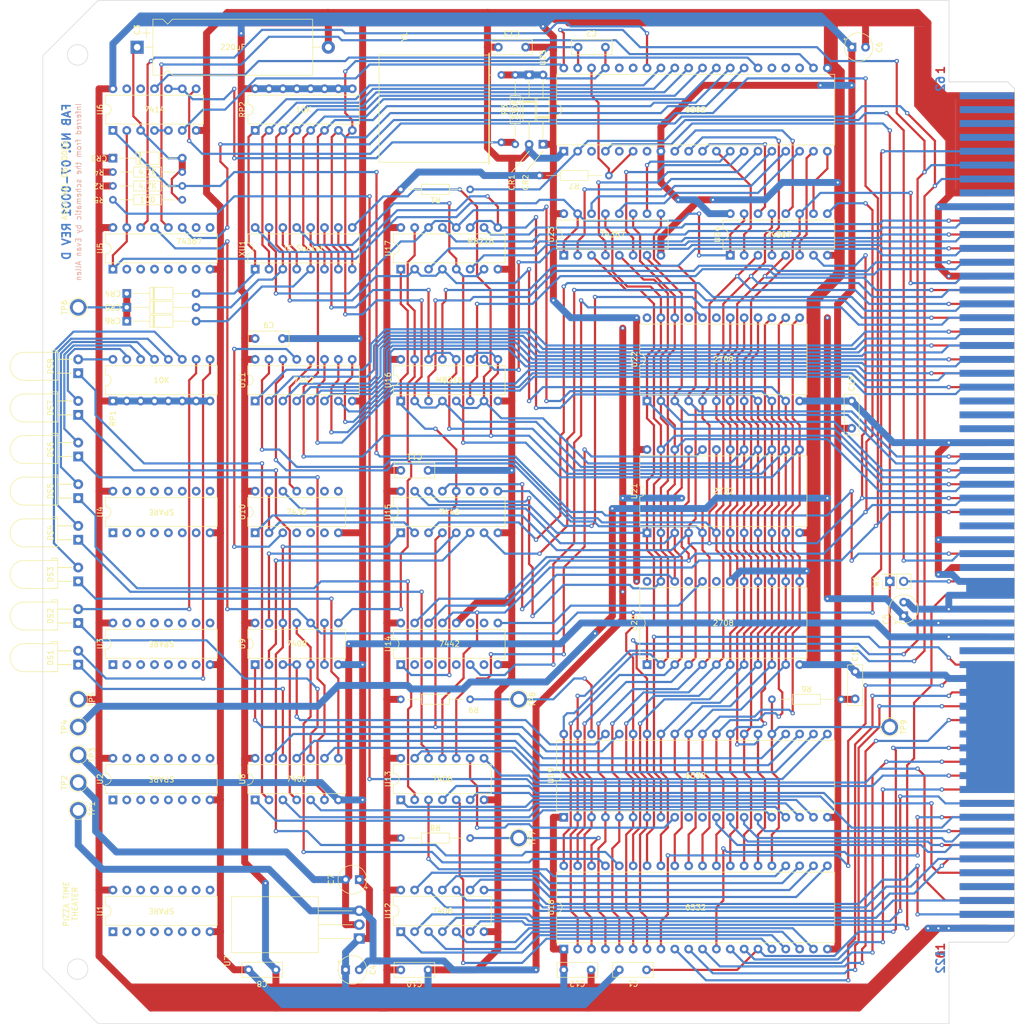
<source format=kicad_pcb>
(kicad_pcb (version 20221018) (generator pcbnew)
  (layers (0 "F.Cu" signal) (31 "B.Cu" signal) (34 "B.Paste" user) (35 "F.Paste" user) (36 "B.SilkS" user "B.Silkscreen") (37 "F.SilkS" user "F.Silkscreen") (38 "B.Mask" user) (39 "F.Mask" user) (44 "Edge.Cuts" user))
  (net 0 "")
  (net 1 "PROG in")
  (net 2 "GND")
  (net 3 "Net-(CR3-A)")
  (net 4 "-5V")
  (net 5 "+12V")
  (net 6 "+5V")
  (net 7 "-12V")
  (net 8 "Net-(CR1-K)")
  (net 9 "Net-(CR4-K)")
  (net 10 "Net-(CR4-A)")
  (net 11 "Net-(CR5-A)")
  (net 12 "Net-(CR6-A)")
  (net 13 "Net-(DS1-K)")
  (net 14 "Net-(DS1-A)")
  (net 15 "Net-(DS2-K)")
  (net 16 "Net-(DS2-A)")
  (net 17 "Net-(DS3-K)")
  (net 18 "Net-(DS3-A)")
  (net 19 "Net-(DS4-K)")
  (net 20 "Net-(DS4-A)")
  (net 21 "Net-(DS5-K)")
  (net 22 "Net-(DS5-A)")
  (net 23 "Net-(DS6-K)")
  (net 24 "Net-(DS6-A)")
  (net 25 "Net-(DS7-K)")
  (net 26 "Net-(DS7-A)")
  (net 27 "Net-(DS8-K)")
  (net 28 "Net-(DS8-A)")
  (net 30 "DB0")
  (net 31 "DB2")
  (net 32 "DB4")
  (net 33 "DB6")
  (net 34 "BA1")
  (net 35 "BA3")
  (net 36 "XPRT")
  (net 37 "BS1")
  (net 38 "BS3")
  (net 39 "BS5")
  (net 40 "BS7")
  (net 41 "BS9")
  (net 45 "BA4")
  (net 46 "BA6")
  (net 47 "BA8")
  (net 48 "BA10")
  (net 49 "BA12")
  (net 52 "{slash}HOLD in")
  (net 53 "{slash}IRQ out")
  (net 54 "DIAG out")
  (net 57 "MIKE SW.")
  (net 58 "CHEER in")
  (net 59 "B'DAY in")
  (net 60 "INTRO in")
  (net 61 "SPEC in")
  (net 63 "NEXT in")
  (net 64 "{slash}RESET")
  (net 65 "SKIP in")
  (net 67 "DIAG in")
  (net 68 "AGC 8")
  (net 69 "AGC 2")
  (net 70 "B'DAY out")
  (net 71 "CHEER out")
  (net 73 "RESET out")
  (net 79 "R{slash}~{W}")
  (net 80 "PHI2")
  (net 82 "DB1")
  (net 83 "DB3")
  (net 84 "DB5")
  (net 85 "DB7")
  (net 86 "BA0")
  (net 87 "BA2")
  (net 88 "UART")
  (net 89 "AUDIO")
  (net 90 "BS2")
  (net 91 "BS4")
  (net 92 "BS6")
  (net 93 "BS8")
  (net 94 "BS10")
  (net 98 "BA5")
  (net 99 "BA7")
  (net 100 "BA9")
  (net 101 "BA11")
  (net 104 "RDY")
  (net 107 "NEXT out")
  (net 108 "PROG out")
  (net 109 "AGC 4")
  (net 110 "AGC 1")
  (net 111 "INTRO out")
  (net 114 "SKIP out")
  (net 115 "SPEC out")
  (net 116 "Net-(R3-Pad1)")
  (net 117 "{slash}IRQ")
  (net 118 "Net-(U18-CS1)")
  (net 119 "Net-(U19-CS1)")
  (net 120 "Net-(RP2-R2.1)")
  (net 121 "Net-(RP2-R4.1)")
  (net 122 "Net-(RP2-R6.1)")
  (net 123 "Net-(RP2-R7.1)")
  (net 124 "Net-(RP2-R8.1)")
  (net 125 "A0")
  (net 126 "A1")
  (net 127 "A2")
  (net 128 "A3")
  (net 129 "A4")
  (net 130 "A5")
  (net 131 "A6")
  (net 132 "A7")
  (net 133 "A8")
  (net 134 "A9")
  (net 135 "A10")
  (net 136 "A11")
  (net 137 "A12")
  (net 138 "cpu R{slash}~{W}")
  (net 139 "Net-(U14-0)")
  (net 140 "D6")
  (net 141 "D7")
  (net 142 "D4")
  (net 143 "D5")
  (net 144 "D2")
  (net 145 "D3")
  (net 146 "D0")
  (net 147 "D1")
  (net 148 "Net-(U23-OEa)")
  (net 157 "Net-(U6-Pad4)")
  (net 158 "Net-(U19-PA1)")
  (net 159 "Net-(U19-PB7)")
  (net 160 "Net-(U19-PB6)")
  (net 161 "Net-(U19-PB5)")
  (net 162 "Net-(U19-PB2)")
  (net 163 "Net-(U19-PB1)")
  (net 164 "Net-(U19-PB0)")
  (net 165 "{slash}STACK")
  (net 166 "{slash}U19")
  (net 167 "Net-(U19-~{CS2})")
  (net 168 "Net-(U18-~{CS2})")
  (net 169 "Net-(U9-Pad6)")
  (net 170 "{slash}RAM")
  (net 171 "{slash}U18")
  (net 172 "{slash}CARDS")
  (net 173 "Net-(U11-A2)")
  (net 180 "Net-(U11-A3)")
  (net 181 "Net-(U18-PB6)")
  (net 182 "Net-(U18-PB5)")
  (net 183 "Net-(U18-PB4)")
  (net 184 "Net-(U18-PB3)")
  (net 185 "Net-(U18-PB2)")
  (net 186 "Net-(U18-PB1)")
  (net 187 "Net-(U19-PB4)")
  (net 188 "Net-(U18-PB0)")
  (net 189 "Net-(U18-PB7)")
  (net 190 "{slash}CS 2732")
  (net 192 "Net-(U19-PB3)")
  (net 197 "{slash}CS U22")
  (net 198 "{slash}CS U21")
  (net 199 "{slash}CS U20")
  (net 206 "Net-(U16-IN{slash}~{OUT})")
  (net 207 "Net-(U25-02)")
  (net 208 "Net-(U25-SO)")
  (net 276 "{slash}RESET in")
  (footprint "Evan's parts:LED_D5.0mm_Horizontal_O3.81mm_Z15.0mm reversed" (layer "F.Cu") (at 48.26 129.54 -90)
    (fp_text reference "DS1")
    (fp_text value "LED")
  )
  (footprint "Diode_THT:D_DO-35_SOD27_P12.70mm_Horizontal" (layer "F.Cu") (at 57.15 69.215)
    (fp_text reference "CR6")
    (fp_text value "1N914")
  )
  (footprint "Package_DIP:DIP-24_W15.24mm" (layer "F.Cu") (at 152.4 132.08 90)
    (fp_text reference "U20")
    (fp_text value "2708")
  )
  (footprint "Connector_PinSocket_2.54mm:PinSocket_2x01_P2.54mm_Vertical" (layer "F.Cu") (at 196.85 116.84 180)
    (fp_text reference "W1")
    (fp_text value "IRQ")
  )
  (footprint "Capacitor_THT:CP_Radial_Tantal_D5.0mm_P2.50mm" (layer "F.Cu") (at 199.39 123.15 90)
    (fp_text reference "C5")
    (fp_text value "4.7uF")
  )
  (footprint "Capacitor_THT:C_Rect_L7.2mm_W2.5mm_P5.00mm_FKS2_FKP2_MKS2_MKP2" (layer "F.Cu") (at 84.455 187.94 180)
    (fp_text reference "C8")
    (fp_text value "100nF")
  )
  (footprint "Diode_THT:D_DO-35_SOD27_P12.70mm_Horizontal" (layer "F.Cu") (at 57.15 66.675)
    (fp_text reference "CR5")
    (fp_text value "1N914")
  )
  (footprint "Package_TO_SOT_THT:TO-220-3_Horizontal_TabDown" (layer "F.Cu") (at 95.9 182.225 90)
    (fp_text reference "U7")
    (fp_text value "LM7905_TO220")
  )
  (footprint "Package_DIP:DIP-16_W7.62mm" (layer "F.Cu") (at 107.315 83.82 90)
    (fp_text reference "U16")
    (fp_text value "M8216")
  )
  (footprint "Package_DIP:DIP-16_W7.62mm" (layer "F.Cu") (at 80.645 83.82 90)
    (fp_text reference "U11")
    (fp_text value "7442")
  )
  (footprint "Package_DIP:DIP-14_W7.62mm" (layer "F.Cu") (at 80.645 132.08 90)
    (fp_text reference "U9")
    (fp_text value "7408")
  )
  (footprint "Package_DIP:DIP-40_W15.24mm" (layer "F.Cu") (at 137.16 38.1 90)
    (fp_text reference "U25")
    (fp_text value "6502")
  )
  (footprint "Capacitor_THT:CP_Axial_L29.0mm_D10.0mm_P35.00mm_Horizontal" (layer "F.Cu") (at 59.055 19.05)
    (fp_text reference "C3")
    (fp_text value "220uF")
  )
  (footprint "Package_DIP:DIP-16_W7.62mm" (layer "F.Cu") (at 137.16 57.15 90)
    (fp_text reference "U23")
    (fp_text value "74367")
  )
  (footprint "Capacitor_THT:C_Rect_L7.2mm_W2.5mm_P5.00mm_FKS2_FKP2_MKS2_MKP2" (layer "F.Cu") (at 152.32 187.96 180)
    (fp_text reference "C1")
    (fp_text value "100nF")
  )
  (footprint "Diode_THT:D_DO-35_SOD27_P12.70mm_Horizontal" (layer "F.Cu") (at 133.35 36.83 90)
    (fp_text reference "CR2")
    (fp_text value "1N914")
  )
  (footprint "Package_DIP:DIP-16_W7.62mm" (layer "F.Cu") (at 80.645 59.69 90)
    (fp_text reference "XU1")
    (fp_text value "IC Socket")
  )
  (footprint "TestPoint:TestPoint_Plated_Hole_D2.0mm" (layer "F.Cu") (at 48.26 66.675)
    (fp_text reference "TP6")
    (fp_text value "~{0/2/4}")
  )
  (footprint "Capacitor_THT:C_Rect_L7.2mm_W2.5mm_P5.00mm_FKS2_FKP2_MKS2_MKP2" (layer "F.Cu") (at 144.78 19.05 180)
    (fp_text reference "C2")
    (fp_text value "10pF")
  )
  (footprint "Evan's parts:LED_D5.0mm_Horizontal_O3.81mm_Z15.0mm reversed" (layer "F.Cu") (at 48.26 114.3 -90)
    (fp_text reference "DS3")
    (fp_text value "LED")
  )
  (footprint "Evan's parts:R_Axial_DIN0204_L3.6mm_D1.6mm_P12.7mm_Horizontal" (layer "F.Cu") (at 109.855 45.085)
    (fp_text reference "R1")
    (fp_text value "4.7K")
  )
  (footprint "Package_DIP:DIP-16_W7.62mm" (layer "F.Cu") (at 54.61 156.845 90)
    (fp_text reference "U2")
    (fp_text value "SPARE")
  )
  (footprint "Package_DIP:DIP-16_W7.62mm" (layer "F.Cu") (at 54.61 107.95 90)
    (fp_text reference "U4")
    (fp_text value "SPARE")
  )
  (footprint "Capacitor_THT:C_Rect_L7.2mm_W2.5mm_P5.00mm_FKS2_FKP2_MKS2_MKP2" (layer "F.Cu") (at 189.865 88.82 90)
    (fp_text reference "C15")
    (fp_text value "100nF")
  )
  (footprint "TestPoint:TestPoint_Plated_Hole_D2.0mm" (layer "F.Cu") (at 128.905 138.43)
    (fp_text reference "TP8")
    (fp_text value "U19 CS")
  )
  (footprint "TestPoint:TestPoint_Plated_Hole_D2.0mm" (layer "F.Cu") (at 48.26 138.43)
    (fp_text reference "TP5")
    (fp_text value "+5v")
  )
  (footprint "Package_DIP:DIP-16_W7.62mm" (layer "F.Cu") (at 107.315 107.95 90)
    (fp_text reference "U15")
    (fp_text value "7442")
  )
  (footprint "Evan's parts:LED_D5.0mm_Horizontal_O3.81mm_Z15.0mm reversed" (layer "F.Cu") (at 48.26 83.82 -90)
    (fp_text reference "DS7")
    (fp_text value "LED")
  )
  (footprint "TestPoint:TestPoint_Plated_Hole_D2.0mm" (layer "F.Cu") (at 48.26 143.51)
    (fp_text reference "TP4")
    (fp_text value "+12v")
  )
  (footprint "Package_DIP:DIP-14_W7.62mm" (layer "F.Cu") (at 107.315 156.835 90)
    (fp_text reference "U13")
    (fp_text value "7406")
  )
  (footprint "Evan's parts:R_Axial_DIN0204_L3.6mm_D1.6mm_P12.7mm_Horizontal" (layer "F.Cu") (at 57.15 44.45)
    (fp_text reference "R2")
    (fp_text value "4.7K")
  )
  (footprint "Evan's parts:R_Axial_DIN0204_L3.6mm_D1.6mm_P12.7mm_Horizontal" (layer "F.Cu") (at 57.15 46.99)
    (fp_text reference "R5")
    (fp_text value "100")
  )
  (footprint "Package_DIP:DIP-14_W7.62mm" (layer "F.Cu") (at 54.61 34.29 90)
    (fp_text reference "U6")
    (fp_text value "7414")
  )
  (footprint "Evan's parts:R_Axial_DIN0204_L3.6mm_D1.6mm_P12.7mm_Horizontal" (layer "F.Cu") (at 128.27 34.29 90)
    (fp_text reference "R3")
    (fp_text value "330K")
  )
  (footprint "Capacitor_THT:C_Rect_L7.2mm_W2.5mm_P5.00mm_FKS2_FKP2_MKS2_MKP2" (layer "F.Cu") (at 107.315 187.96)
    (fp_text reference "C10")
    (fp_text value "100nF")
  )
  (footprint "Package_DIP:DIP-14_W7.62mm" (layer "F.Cu") (at 80.645 107.95 90)
    (fp_text reference "U10")
    (fp_text value "7432")
  )
  (footprint "Package_DIP:DIP-14_W7.62mm" (layer "F.Cu") (at 80.645 156.845 90)
    (fp_text reference "U8")
    (fp_text value "7406")
  )
  (footprint "Evan's parts:LED_D5.0mm_Horizontal_O3.81mm_Z15.0mm reversed" (layer "F.Cu") (at 48.26 121.92 -90)
    (fp_text reference "DS2")
    (fp_text value "LED")
  )
  (footprint "TestPoint:TestPoint_Plated_Hole_D2.0mm" (layer "F.Cu") (at 48.26 158.75)
    (fp_text reference "TP1")
    (fp_text value "-5v")
  )
  (footprint "Package_DIP:DIP-24_W15.24mm" (layer "F.Cu") (at 152.4 107.95 90)
    (fp_text reference "U21")
    (fp_text value "2732")
  )
  (footprint "Package_DIP:DIP-16_W7.62mm" (layer "F.Cu") (at 107.315 132.08 90)
    (fp_text reference "U14")
    (fp_text value "7442")
  )
  (footprint "Capacitor_THT:CP_Radial_Tantal_D5.0mm_P2.50mm" (layer "F.Cu") (at 189.905 19.05)
    (fp_text reference "C6")
    (fp_text value "4.7uF")
  )
  (footprint "Evan's parts:LED_D5.0mm_Horizontal_O3.81mm_Z15.0mm reversed" (layer "F.Cu") (at 48.26 106.68 -90)
    (fp_text reference "DS4")
    (fp_text value "LED")
  )
  (footprint "Capacitor_THT:C_Rect_L7.2mm_W2.5mm_P5.00mm_FKS2_FKP2_MKS2_MKP2" (layer "F.Cu") (at 80.645 72.39)
    (fp_text reference "C9")
    (fp_text value "100nF")
  )
  (footprint "Capacitor_THT:C_Rect_L7.2mm_W2.5mm_P5.00mm_FKS2_FKP2_MKS2_MKP2" (layer "F.Cu") (at 190.5 138.35 90)
    (fp_text reference "C14")
    (fp_text value "100nF")
  )
  (footprint "Evan's parts:R_Axial_DIN0204_L3.6mm_D1.6mm_P12.7mm_Horizontal" (layer "F.Cu") (at 57.15 41.91)
    (fp_text reference "R4")
    (fp_text value "4.7K")
  )
  (footprint "Evan's parts:Chuck_E_Cheese_large_card_edge" (layer "F.Cu") (at 214.63 180.34 90)
    (fp_text reference "J1" hide)
    (fp_text value "CEC card edge connector large")
    (fp_line (start -2.54 3.81) (end -2.54 -6.95) (stroke (width 0.12)) (layer "Edge.Cuts"))
    (fp_line (start -1.27 5.08) (end -2.54 3.81) (stroke (width 0.12)) (layer "Edge.Cuts"))
    (fp_line (start -1.27 5.08) (end 153.67 5.08) (stroke (width 0.12)) (layer "Edge.Cuts"))
    (fp_line (start 154.94 3.81) (end 153.67 5.08) (stroke (width 0.12)) (layer "Edge.Cuts"))
    (fp_line (start 154.94 3.81) (end 154.94 -6.95) (stroke (width 0.12)) (layer "Edge.Cuts"))
  )
  (footprint "Evan's parts:R_Axial_DIN0204_L3.6mm_D1.6mm_P12.7mm_Horizontal" (layer "F.Cu") (at 185.42 138.43 180)
    (fp_text reference "R6")
    (fp_text value "4.7K")
  )
  (footprint "Package_DIP:DIP-16_W7.62mm" (layer "F.Cu") (at 107.315 59.69 90)
    (fp_text reference "U17")
    (fp_text value "M8216")
  )
  (footprint "Capacitor_THT:CP_Radial_Tantal_D5.0mm_P2.50mm" (layer "F.Cu") (at 99.71 171.43 180)
    (fp_text reference "C7")
    (fp_text value "4.7uF")
  )
  (footprint "Diode_THT:D_DO-35_SOD27_P12.70mm_Horizontal" (layer "F.Cu") (at 54.61 39.37)
    (fp_text reference "CR3")
    (fp_text value "1N914")
  )
  (footprint "TestPoint:TestPoint_Plated_Hole_D2.0mm" (layer "F.Cu") (at 196.85 143.51)
    (fp_text reference "TP9")
    (fp_text value "IRQ")
  )
  (footprint "Package_DIP:DIP-16_W7.62mm" (layer "F.Cu") (at 54.61 180.965 90)
    (fp_text reference "U1")
    (fp_text value "SPARE")
  )
  (footprint "Package_DIP:DIP-16_W7.62mm" (layer "F.Cu") (at 54.61 132.08 90)
    (fp_text reference "U3")
    (fp_text value "SPARE")
  )
  (footprint "Evan's parts:LED_D5.0mm_Horizontal_O3.81mm_Z15.0mm reversed" (layer "F.Cu") (at 48.26 91.44 -90)
    (fp_text reference "DS6")
    (fp_text value "LED")
  )
  (footprint "Package_DIP:DIP-16_W7.62mm" (layer "F.Cu") (at 80.66 34.28 90)
    (fp_text reference "RP2")
    (fp_text value "10K")
  )
  (footprint "TestPoint:TestPoint_Plated_Hole_D2.0mm" (layer "F.Cu") (at 128.905 163.83)
    (fp_text reference "TP7")
    (fp_text value "U18 CS")
  )
  (footprint "Evan's parts:R_Axial_DIN0204_L3.6mm_D1.6mm_P12.7mm_Horizontal" (layer "F.Cu") (at 135.255 42.545)
    (fp_text reference "R7")
    (fp_text value "4.7K")
  )
  (footprint "Evan's parts:LED_D5.0mm_Horizontal_O3.81mm_Z15.0mm reversed" (layer "F.Cu") (at 48.26 99.06 -90)
    (fp_text reference "DS5")
    (fp_text value "LED")
  )
  (footprint "TestPoint:TestPoint_Plated_Hole_D2.0mm" (layer "F.Cu") (at 48.26 153.67)
    (fp_text reference "TP2")
    (fp_text value "-12v")
  )
  (footprint "Diode_THT:D_DO-35_SOD27_P12.70mm_Horizontal" (layer "F.Cu") (at 130.81 24.13 -90)
    (fp_text reference "CR1")
    (fp_text value "1N914")
  )
  (footprint "Package_DIP:DIP-40_W15.24mm" (layer "F.Cu") (at 137.16 184.15 90)
    (fp_text reference "U18")
    (fp_text value "6532")
  )
  (footprint "Evan's parts:R_Axial_DIN0204_L3.6mm_D1.6mm_P12.7mm_Horizontal" (layer "F.Cu") (at 109.855 138.43)
    (fp_text reference "R9")
    (fp_text value "4.7K")
  )
  (footprint "Capacitor_THT:C_Rect_L7.2mm_W2.5mm_P5.00mm_FKS2_FKP2_MKS2_MKP2" (layer "F.Cu") (at 130.175 19.05 180)
    (fp_text reference "C13")
    (fp_text value "100nF")
  )
  (footprint "Package_DIP:DIP-16_W7.62mm" (layer "F.Cu") (at 54.61 83.82 90)
    (fp_text reference "RP1")
    (fp_text value "10K")
  )
  (footprint "Capacitor_THT:CP_Radial_Tantal_D5.0mm_P2.50mm" (layer "F.Cu") (at 97.21 187.94)
    (fp_text reference "C4")
    (fp_text value "4.7uF")
  )
  (footprint "Package_DIP:DIP-24_W15.24mm" (layer "F.Cu") (at 152.4 83.82 90)
    (fp_text reference "U22")
    (fp_text value "2708")
  )
  (footprint "Capacitor_THT:C_Rect_L7.2mm_W2.5mm_P5.00mm_FKS2_FKP2_MKS2_MKP2" (layer "F.Cu") (at 107.315 96.52)
    (fp_text reference "C11")
    (fp_text value "100nF")
  )
  (footprint "Package_DIP:DIP-14_W7.62mm" (layer "F.Cu") (at 107.31 180.965 90)
    (fp_text reference "U12")
    (fp_text value "7406")
  )
  (footprint "Crystal:Crystal_HC33-U_Horizontal" (layer "F.Cu") (at 125.73 24.13 -90)
    (fp_text reference "Y1")
    (fp_text value "1Mhz")
  )
  (footprint "TestPoint:TestPoint_Plated_Hole_D2.0mm" (layer "F.Cu") (at 48.26 148.59)
    (fp_text reference "TP3")
    (fp_text value "GND")
  )
  (footprint "Diode_THT:D_DO-35_SOD27_P12.70mm_Horizontal" (layer "F.Cu") (at 57.15 64.135)
    (fp_text reference "CR4")
    (fp_text value "1N914")
  )
  (footprint "Package_DIP:DIP-16_W7.62mm" (layer "F.Cu") (at 167.64 57.15 90)
    (fp_text reference "U24")
    (fp_text value "74367")
  )
  (footprint "Evan's parts:LED_D5.0mm_Horizontal_O3.81mm_Z15.0mm reversed" (layer "F.Cu") (at 48.26 76.2 -90)
    (fp_text reference "DS8")
    (fp_text value "LED")
  )
  (footprint "Capacitor_THT:C_Rect_L7.2mm_W2.5mm_P5.00mm_FKS2_FKP2_MKS2_MKP2" (layer "F.Cu") (at 142.16 187.96 180)
    (fp_text reference "C12")
    (fp_text value "100nF")
  )
  (footprint "Package_DIP:DIP-40_W15.24mm" (layer "F.Cu") (at 137.16 160.02 90)
    (fp_text reference "U19")
    (fp_text value "6532")
  )
  (footprint "Package_DIP:DIP-16_W7.62mm" (layer "F.Cu") (at 54.61 59.69 90)
    (fp_text reference "U5")
    (fp_text value "74367")
  )
  (footprint "Evan's parts:R_Axial_DIN0204_L3.6mm_D1.6mm_P12.7mm_Horizontal" (layer "F.Cu") (at 109.855 163.83)
    (fp_text reference "R8")
    (fp_text value "4.7K")
  )
  (gr_line (start 130.81 38.1) (end 127.635 41.91) (stroke (width 0.15)) (layer "F.SilkS"))
  (gr_line (start 130.175 41.91) (end 133.35 38.1) (stroke (width 0.15)) (layer "F.SilkS"))
  (gr_line (start 41.78 187.67) (end 41.78 20.61) (stroke (width 0.1)) (layer "Edge.Cuts"))
  (gr_circle (center 48.15 20.46) (end 48.15 18.59) (stroke (width 0.1)) (fill none) (layer "Edge.Cuts"))
  (gr_line (start 207.68 25.4) (end 207.68 10.46) (stroke (width 0.1)) (layer "Edge.Cuts"))
  (gr_line (start 41.78 187.67) (end 51.93 197.82) (stroke (width 0.1)) (layer "Edge.Cuts"))
  (gr_line (start 207.68 182.88) (end 207.68 197.82) (stroke (width 0.1)) (layer "Edge.Cuts"))
  (gr_circle (center 48.15 187.82) (end 48.15 185.95) (stroke (width 0.1)) (fill none) (layer "Edge.Cuts"))
  (gr_line (start 41.78 20.61) (end 51.93 10.46) (stroke (width 0.1)) (layer "Edge.Cuts"))
  (gr_line (start 51.93 197.82) (end 207.68 197.82) (stroke (width 0.1)) (layer "Edge.Cuts"))
  (gr_line (start 51.93 10.46) (end 207.68 10.46) (stroke (width 0.1)) (layer "Edge.Cuts"))
  (gr_text "61" (at 207.01 186.055 90) (layer "F.Cu") (effects (font (size 1.5 1.5) (thickness 0.3) bold) (justify left bottom)))
  (gr_text "1" (at 207.01 24.13 90) (layer "F.Cu") (effects (font (size 1.5 1.5) (thickness 0.3) bold) (justify left bottom)))
  (gr_text "FAB NO. 07-0001 REV D" (at 46.99 29.21 90) (layer "B.Cu") (effects (font (size 1.5 1.5) (thickness 0.3) bold) (justify left bottom mirror)))
  (gr_text "62" (at 207.01 24.13 90) (layer "B.Cu") (effects (font (size 1.5 1.5) (thickness 0.3) bold) (justify left bottom mirror)))
  (gr_text "122" (at 207.01 184.15 90) (layer "B.Cu") (effects (font (size 1.5 1.5) (thickness 0.3) bold) (justify left bottom mirror)))
  (gr_text "Inferred from the schematic by Evan Allen" (at 48.895 29.21 90) (layer "B.SilkS") (effects (font (size 1 1)) (justify left bottom mirror)))
  (gr_text "PIZZA TIME\nTHEATER" (at 48.26 175.895 90) (layer "F.SilkS") (effects (font (size 1 1)) (justify bottom)))
  (gr_text "ASSY NO. 06-0001" (at 46.355 50.8 90) (layer "F.SilkS") (effects (font (size 1 1)) (justify left bottom)))
  (segment (start 197.485 180.975) (end 197.955 180.505) (width 0.4) (layer "F.Cu") (net 1))
  (segment (start 214.63 147.32) (end 207.645 147.32) (width 0.4) (layer "F.Cu") (net 1))
  (segment (start 172.72 184.15) (end 168.91 187.96) (width 0.4) (layer "F.Cu") (net 1))
  (segment (start 197.955 180.505) (end 197.955 147.79) (width 0.4) (layer "F.Cu") (net 1))
  (segment (start 168.91 187.96) (end 152.32 187.96) (width 0.4) (layer "F.Cu") (net 1))
  (segment (start 197.955 147.79) (end 197.485 147.32) (width 0.4) (layer "F.Cu") (net 1))
  (via (at 207.645 147.32) (size 0.8) (drill 0.4) (layers "F.Cu" "B.Cu") (net 1))
  (via (at 197.485 180.975) (size 0.8) (drill 0.4) (layers "F.Cu" "B.Cu") (net 1))
  (via (at 197.485 147.32) (size 0.8) (drill 0.4) (layers "F.Cu" "B.Cu") (net 1))
  (segment (start 197.485 147.32) (end 207.645 147.32) (width 0.4) (layer "B.Cu") (net 1))
  (segment (start 173.99 185.42) (end 172.72 184.15) (width 0.4) (layer "B.Cu") (net 1))
  (segment (start 186.69 185.42) (end 173.99 185.42) (width 0.4) (layer "B.Cu") (net 1))
  (segment (start 191.135 180.975) (end 186.69 185.42) (width 0.4) (layer "B.Cu") (net 1))
  (segment (start 197.485 180.975) (end 191.135 180.975) (width 0.4) (layer "B.Cu") (net 1))
  (segment (start 187.96 60.96) (end 187.96 23.495) (width 1.27) (layer "F.Cu") (net 2))
  (segment (start 121.285 120.65) (end 127.635 120.65) (width 1.27) (layer "F.Cu") (net 2))
  (segment (start 182.245 107.95) (end 182.245 83.82) (width 1.27) (layer "F.Cu") (net 2))
  (segment (start 185.42 22.86) (end 187.325 24.765) (width 1.27) (layer "F.Cu") (net 2))
  (segment (start 72.39 107.95) (end 74.295 107.95) (width 1.27) (layer "F.Cu") (net 2))
  (segment (start 74.295 59.69) (end 74.295 48.26) (width 1.27) (layer "F.Cu") (net 2))
  (segment (start 74.295 180.975) (end 74.295 185.42) (width 1.27) (layer "F.Cu") (net 2))
  (segment (start 122.55 180.965) (end 125.085 180.965) (width 1.27) (layer "F.Cu") (net 2))
  (segment (start 71.755 34.29) (end 71.755 16.51) (width 1.27) (layer "F.Cu") (net 2))
  (segment (start 207.645 91.44) (end 205.74 93.345) (width 1.27) (layer "F.Cu") (net 2))
  (segment (start 125.095 184.15) (end 125.095 180.975) (width 1.27) (layer "F.Cu") (net 2))
  (segment (start 192.405 13.97) (end 190.5 13.97) (width 1.27) (layer "F.Cu") (net 2))
  (segment (start 125.095 180.975) (end 125.095 156.845) (width 1.27) (layer "F.Cu") (net 2))
  (segment (start 74.285 180.965) (end 72.39 180.965) (width 1.27) (layer "F.Cu") (net 2))
  (segment (start 127.635 120.65) (end 127.635 107.95) (width 1.27) (layer "F.Cu") (net 2))
  (segment (start 74.295 180.975) (end 74.285 180.965) (width 1.27) (layer "F.Cu") (net 2))
  (segment (start 125.085 156.835) (end 125.095 156.845) (width 1.27) (layer "F.Cu") (net 2))
  (segment (start 74.295 156.845) (end 72.39 156.845) (width 1.27) (layer "F.Cu") (net 2))
  (segment (start 123.19 12.7) (end 201.93 12.7) (width 1.27) (layer "F.Cu") (net 2))
  (segment (start 208.28 45.72) (end 214.63 45.72) (width 1.27) (layer "F.Cu") (net 2))
  (segment (start 183.515 132.08) (end 183.515 65.405) (width 1.27) (layer "F.Cu") (net 2))
  (segment (start 100.33 128.27) (end 100.33 131.445) (width 1.27) (layer "F.Cu") (net 2))
  (segment (start 161.925 46.99) (end 164.465 46.99) (width 1.27) (layer "F.Cu") (net 2))
  (segment (start 180.34 83.82) (end 182.245 83.82) (width 1.27) (layer "F.Cu") (net 2))
  (segment (start 72.39 59.69) (end 74.295 59.69) (width 1.27) (layer "F.Cu") (net 2))
  (segment (start 94.055 19.05) (end 94.055 12.775) (width 1.27) (layer "F.Cu") (net 2))
  (segment (start 166.37 75.565) (end 166.37 86.995) (width 0.4) (layer "F.Cu") (net 2))
  (segment (start 207.645 60.96) (end 205.74 59.055) (width 1.27) (layer "F.Cu") (net 2))
  (segment (start 125.095 39.37) (end 123.19 37.465) (width 1.27) (layer "F.Cu") (net 2))
  (segment (start 95.885 107.95) (end 99.695 107.95) (width 1.27) (layer "F.Cu") (net 2))
  (segment (start 154.94 57.15) (end 154.94 53.975) (width 1.27) (layer "F.Cu") (net 2))
  (segment (start 135.255 160.02) (end 135.255 184.15) (width 1.27) (layer "F.Cu") (net 2))
  (segment (start 100.33 170.81) (end 99.71 171.43) (width 1.27) (layer "F.Cu") (net 2))
  (segment (start 74.295 107.95) (end 74.295 132.08) (width 1.27) (layer "F.Cu") (net 2))
  (segment (start 167.64 116.84) (end 167.64 112.395) (width 0.4) (layer "F.Cu") (net 2))
  (segment (start 192.405 19.05) (end 192.405 13.97) (width 1.27) (layer "F.Cu") (net 2))
  (segment (start 117.475 124.46) (end 119.0625 122.8725) (width 1.27) (layer "F.Cu") (net 2))
  (segment (start 187.325 24.765) (end 187.325 25.4) (width 1.27) (layer "F.Cu") (net 2))
  (segment (start 71.755 34.29) (end 69.85 34.29) (width 1.27) (layer "F.Cu") (net 2))
  (segment (start 74.295 48.26) (end 71.755 45.72) (width 1.27) (layer "F.Cu") (net 2))
  (segment (start 119.0625 122.8725) (end 121.285 120.65) (width 1.27) (layer "F.Cu") (net 2))
  (segment (start 201.93 12.7) (end 203.835 14.605) (width 1.27) (layer "F.Cu") (net 2))
  (segment (start 100.33 128.27) (end 100.33 170.81) (width 1.27) (layer "F.Cu") (net 2))
  (segment (start 167.64 112.395) (end 166.37 111.125) (width 0.4) (layer "F.Cu") (net 2))
  (segment (start 205.74 59.055) (end 205.74 48.26) (width 1.27) (layer "F.Cu") (net 2))
  (segment (start 99.695 72.39) (end 100.33 72.39) (width 1.27) (layer "F.Cu") (net 2))
  (segment (start 100.33 83.82) (end 100.33 128.27) (width 1.27) (layer "F.Cu") (net 2))
  (segment (start 127.635 121.92) (end 127.635 132.08) (width 1.27) (layer "F.Cu") (net 2))
  (segment (start 130.81 38.1) (end 129.54 39.37) (width 1.27) (layer "F.Cu") (net 2))
  (segment (start 127.635 83.82) (end 127.635 59.69) (width 1.27) (layer "F.Cu") (net 2))
  (segment (start 214.63 60.96) (end 207.645 60.96) (width 1.27) (layer "F.Cu") (net 2))
  (segment (start 137.16 160.02) (end 135.255 160.02) (width 1.27) (layer "F.Cu") (net 2))
  (segment (start 74.295 132.08) (end 74.295 132.715) (width 1.27) (layer "F.Cu") (net 2))
  (segment (start 182.245 132.08) (end 182.245 107.95) (width 1.27) (layer "F.Cu") (net 2))
  (segment (start 186.69 22.225) (end 186.69 13.97) (width 1.27) (layer "F.Cu") (net 2))
  (segment (start 166.37 111.125) (end 166.37 104.14) (width 0.4) (layer "F.Cu") (net 2))
  (segment (start 185.42 22.86) (end 185.42 13.97) (width 1.27) (layer "F.Cu") (net 2))
  (segment (start 167.64 74.295) (end 166.37 75.565) (width 0.4) (layer "F.Cu") (net 2))
  (segment (start 205.74 48.26) (end 208.28 45.72) (width 1.27) (layer "F.Cu") (net 2))
  (segment (start 205.74 109.22) (end 205.74 115.57) (width 1.27) (layer "F.Cu") (net 2))
  (segment (start 167.64 88.265) (end 167.64 92.71) (width 0.4) (layer "F.Cu") (net 2))
  (segment (start 125.095 132.08) (end 127.635 132.08) (width 1.27) (layer "F.Cu") (net 2))
  (segment (start 74.295 132.08) (end 72.39 132.08) (width 1.27) (layer "F.Cu") (net 2))
  (segment (start 167.64 68.58) (end 167.64 74.295) (width 0.4) (layer "F.Cu") (net 2))
  (segment (start 187.325 60.325) (end 187.325 57.15) (width 1.27) (layer "F.Cu") (net 2))
  (segment (start 208.28 114.3) (end 214.63 114.3) (width 1.27) (layer "F.Cu") (net 2))
  (segment (start 93.98 12.7) (end 123.19 12.7) (width 1.27) (layer "F.Cu") (net 2))
  (segment (start 182.245 83.82) (end 182.245 65.405) (width 1.27) (layer "F.Cu") (net 2))
  (segment (start 123.19 19.05) (end 123.19 12.7) (width 1.27) (layer "F.Cu") (net 2))
  (segment (start 130.81 36.83) (end 130.81 38.1) (width 1.27) (layer "F.Cu") (net 2))
  (segment (start 187.96 23.495) (end 187.325 22.86) (width 1.27) (layer "F.Cu") (net 2))
  (segment (start 125.095 107.95) (end 127.635 107.95) (width 1.27) (layer "F.Cu") (net 2))
  (segment (start 180.34 132.08) (end 182.245 132.08) (width 1.27) (layer "F.Cu") (net 2))
  (segment (start 125.095 137.16) (end 127.635 134.62) (width 1.27) (layer "F.Cu") (net 2))
  (segment (start 125.085 180.965) (end 125.095 180.975) (width 1.27) (layer "F.Cu") (net 2))
  (segment (start 187.325 22.86) (end 186.69 22.225) (width 1.27) (layer "F.Cu") (net 2))
  (segment (start 167.64 102.87) (end 167.64 92.71) (width 0.4) (layer "F.Cu") (net 2))
  (segment (start 187.325 13.97) (end 187.96 14.605) (width 1.27) (layer "F.Cu") (net 2))
  (segment (start 99.71 182.225) (end 101.58 182.225) (width 1.27) (layer "F.Cu") (net 2))
  (segment (start 185.42 57.15) (end 187.325 57.15) (width 1.27) (layer "F.Cu") (net 2))
  (segment (start 185.42 13.97) (end 186.69 13.97) (width 1.27) (layer "F.Cu") (net 2))
  (segment (start 187.325 25.4) (end 187.325 22.86) (width 1.27) (layer "F.Cu") (net 2))
  (segment (start 71.755 16.51) (end 75.565 12.7) (width 1.27) (layer "F.Cu") (net 2))
  (segment (start 129.54 39.37) (end 127.635 39.37) (width 1.27) (layer "F.Cu") (net 2))
  (segment (start 123.19 37.465) (end 123.19 19.05) (width 1.27) (layer "F.Cu") (net 2))
  (segment (start 203.835 14.605) (end 203.835 24.765) (width 1.27) (layer "F.Cu") (net 2))
  (segment (start 101.58 173.3) (end 99.71 171.43) (width 1.27) (layer "F.Cu") (net 2))
  (segment (start 214.63 91.44) (end 207.645 91.44) (width 1.27) (layer "F.Cu") (net 2))
  (segment (start 112.315 187.96) (end 121.285 187.96) (width 1.27) (layer "F.Cu") (net 2))
  (segment (start 76.815 187.94) (end 79.455 187.94) (width 1.27) (layer "F.Cu") (net 2))
  (segment (start 207.01 115.57) (end 208.28 114.3) (width 1.27) (layer "F.Cu") (net 2))
  (segment (start 187.325 57.15) (end 187.325 25.4) (width 1.27) (layer "F.Cu") (net 2))
  (segment (start 75.565 12.7) (end 93.98 12.7) (width 1.27) (layer "F.Cu") (net 2))
  (segment (start 127.635 59.69) (end 127.635 39.37) (width 1.27) (layer "F.Cu") (net 2))
  (segment (start 71.755 45.72) (end 71.755 34.29) (width 1.27) (layer "F.Cu") (net 2))
  (segment (start 127.635 134.62) (end 127.635 132.08) (width 1.27) (layer "F.Cu") (net 2))
  (segment (start 100.33 72.39) (end 100.33 14.605) (width 1.27) (layer "F.Cu") (net 2))
  (segment (start 135.255 184.15) (end 137.16 184.15) (width 1.27) (layer "F.Cu") (net 2))
  (segment (start 182.245 65.405) (end 187.325 60.325) (width 1.27) (layer "F.Cu") (net 2))
  (segment (start 127.635 121.92) (end 127.635 120.65) (width 1.27) (layer "F.Cu") (net 2))
  (segment (start 125.095 83.82) (end 127.635 83.82) (width 1.27) (layer "F.Cu") (net 2))
  (segment (start 122.555 156.835) (end 125.085 156.835) (width 1.27) (layer "F.Cu") (net 2))
  (segment (start 166.37 86.995) (end 167.64 88.265) (width 0.4) (layer "F.Cu") (net 2))
  (segment (start 185.42 22.86) (end 187.325 22.86) (width 1.27) (layer "F.Cu") (net 2))
  (segment (start 137.16 187.96) (end 137.16 184.15) (width 1.27) (layer "F.Cu") (net 2))
  (segment (start 154.94 53.975) (end 161.925 46.99) (width 1.27) (layer "F.Cu") (net 2))
  (segment (start 203.835 24.765) (end 207.01 27.94) (width 1.27) (layer "F.Cu") (net 2))
  (segment (start 186.69 13.97) (end 187.325 13.97) (width 1.27) (layer "F.Cu") (net 2))
  (segment (start 183.515 65.405) (end 187.96 60.96) (width 1.27) (layer "F.Cu") (net 2))
  (segment (start 180.34 107.95) (end 182.245 107.95) (width 1.27) (layer "F.Cu") (net 2))
  (segment (start 100.33 83.82) (end 98.425 83.82) (width 1.27) (layer "F.Cu") (net 2))
  (segment (start 182.245 132.08) (end 183.515 132.08) (width 1.27) (layer "F.Cu") (net 2))
  (segment (start 127.635 107.95) (end 127.635 83.82) (width 1.27) (layer "F.Cu") (net 2))
  (segment (start 207.01 27.94) (end 214.63 27.94) (width 1.27) (layer "F.Cu") (net 2))
  (segment (start 74.295 156.845) (end 74.295 180.975) (width 1.27) (layer "F.Cu") (net 2))
  (segment (start 74.295 132.715) (end 74.295 156.845) (width 1.27) (layer "F.Cu") (net 2))
  (segment (start 100.33 14.605) (end 100.965 13.97) (width 1.27) (layer "F.Cu") (net 2))
  (segment (start 74.295 107.95) (end 74.295 59.69) (width 1.27) (layer "F.Cu") (net 2))
  (segment (start 127.635 39.37) (end 125.095 39.37) (width 1.27) (layer "F.Cu") (net 2))
  (segment (start 101.58 182.225) (end 101.58 173.3) (width 1.27) (layer "F.Cu") (net 2))
  (segment (start 205.74 115.57) (end 207.01 115.57) (width 1.27) (layer "F.Cu") (net 2))
  (segment (start 125.095 156.845) (end 125.095 137.16) (width 1.27) (layer "F.Cu") (net 2))
  (segment (start 94.055 12.775) (end 93.98 12.7) (width 1.27) (layer "F.Cu") (net 2))
  (segment (start 205.74 93.345) (end 205.74 109.22) (width 1.27) (layer "F.Cu") (net 2))
  (segment (start 125.175 19.05) (end 123.19 19.05) (width 1.27) (layer "F.Cu") (net 2))
  (segment (start 100.33 83.82) (end 100.33 72.39) (width 1.27) (layer "F.Cu") (net 2))
  (segment (start 166.37 104.14) (end 167.64 102.87) (width 0.4) (layer "F.Cu") (net 2))
  (segment (start 74.295 185.42) (end 76.815 187.94) (width 1.27) (layer "F.Cu") (net 2))
  (segment (start 125.095 59.69) (end 127.635 59.69) (width 1.27) (layer "F.Cu") (net 2))
  (segment (start 121.285 187.96) (end 125.095 184.15) (width 1.27) (layer "F.Cu") (net 2))
  (via (at 127.635 96.52) (size 0.8) (drill 0.4) (layers "F.Cu" "B.Cu") (net 2))
  (via (at 207.645 91.44) (size 0.8) (drill 0.4) (layers "F.Cu" "B.Cu") (net 2))
  (via (at 205.74 109.22) (size 0.8) (drill 0.4) (layers "F.Cu" "B.Cu") (net 2))
  (via (at 99.695 72.39) (size 0.8) (drill 0.4) (layers "F.Cu" "B.Cu") (net 2))
  (via (at 100.33 132.08) (size 0.8) (drill 0.4) (layers "F.Cu" "B.Cu") (net 2))
  (via (at 187.325 43.815) (size 0.8) (drill 0.4) (layers "F.Cu" "B.Cu") (net 2))
  (via (at 207.645 121.92) (size 0.8) (drill 0.4) (layers "F.Cu" "B.Cu") (net 2))
  (via (at 181.61 114.935) (size 0.8) (drill 0.4) (layers "F.Cu" "B.Cu") (net 2))
  (via (at 205.74 115.57) (size 0.8) (drill 0.4) (layers "F.Cu" "B.Cu") (net 2))
  (via (at 207.645 60.96) (size 0.8) (drill 0.4) (layers "F.Cu" "B.Cu") (net 2))
  (via (at 164.465 46.99) (size 0.8) (drill 0.4) (layers "F.Cu" "B.Cu") (net 2))
  (via (at 205.74 48.26) (size 0.8) (drill 0.4) (layers "F.Cu" "B.Cu") (net 2))
  (via (at 100.33 156.845) (size 0.8) (drill 0.4) (layers "F.Cu" "B.Cu") (net 2))
  (segment (start 207.645 134.62) (end 207.01 133.985) (width 1.27) (layer "B.Cu") (net 2))
  (segment (start 83.185 191.77) (end 85.725 194.31) (width 1.27) (layer "B.Cu") (net 2))
  (segment (start 83.24 191.715) (end 83.185 191.77) (width 1.27) (layer "B.Cu") (net 2))
  (segment (start 48.26 148.59) (end 53.34 153.67) (width 1.27) (layer "B.Cu") (net 2))
  (segment (start 112.395 191.77) (end 112.315 191.69) (width 1.27) (layer "B.Cu") (net 2))
  (segment (start 137.16 187.96) (end 137.16 191.77) (width 1.27) (layer "B.Cu") (net 2))
  (segment (start 137.16 191.77) (end 113.665 191.77) (width 1.27) (layer "B.Cu") (net 2))
  (segment (start 53.34 153.67) (end 92.71 153.67) (width 1.27) (layer "B.Cu") (net 2))
  (segment (start 135.89 39.37) (end 132.21863 39.37) (width 1.27) (layer "B.Cu") (net 2))
  (segment (start 209.55 116.84) (end 208.28 115.57) (width 1.27) (layer "B.Cu") (net 2))
  (segment (start 208.28 115.57) (end 205.74 115.57) (width 1.27) (layer "B.Cu") (net 2))
  (segment (start 207.645 121.92) (end 201.295 121.92) (width 1.27) (layer "B.Cu") (net 2))
  (segment (start 85.645 72.39) (end 99.695 72.39) (width 1.27) (layer "B.Cu") (net 2))
  (segment (start 137.16 38.1) (end 135.89 39.37) (width 1.27) (layer "B.Cu") (net 2))
  (segment (start 97.21 184.73) (end 97.21 187.94) (width 1.27) (layer "B.Cu") (net 2))
  (segment (start 85.725 194.31) (end 140.97 194.31) (width 1.27) (layer "B.Cu") (net 2))
  (segment (start 143.51 191.77) (end 137.16 191.77) (width 1.27) (layer "B.Cu") (net 2))
  (segment (start 79.215 187.8) (end 83.185 191.77) (width 1.27) (layer "B.Cu") (net 2))
  (segment (start 112.315 96.52) (end 127.635 96.52) (width 1.27) (layer "B.Cu") (net 2))
  (segment (start 97.21 191.715) (end 83.24 191.715) (width 1.27) (layer "B.Cu") (net 2))
  (segment (start 132.21863 39.37) (end 130.81 37.96137) (width 1.27) (layer "B.Cu") (net 2))
  (segment (start 97.79 191.77) (end 97.265 191.77) (width 1.27) (layer "B.Cu") (net 2))
  (segment (start 95.885 156.845) (end 100.33 156.845) (width 1.27) (layer "B.Cu") (net 2))
  (segment (start 214.63 119.38) (end 207.645 119.38) (width 1.27) (layer "B.Cu") (net 2))
  (segment (start 169.545 114.935) (end 181.61 114.935) (width 1.27) (layer "B.Cu") (net 2))
  (segment (start 112.315 187.96) (end 112.315 191.69) (width 1.27) (layer "B.Cu") (net 2))
  (segment (start 99.71 182.23) (end 97.21 184.73) (width 1.27) (layer "B.Cu") (net 2))
  (segment (start 147.32 187.96) (end 143.51 191.77) (width 1.27) (layer "B.Cu") (net 2))
  (segment (start 214.63 121.92) (end 207.645 121.92) (width 1.27) (layer "B.Cu") (net 2))
  (segment (start 197.485 91.44) (end 207.645 91.44) (width 1.27) (layer "B.Cu") (net 2))
  (segment (start 214.63 116.84) (end 209.55 116.84) (width 1.27) (layer "B.Cu") (net 2))
  (segment (start 207.645 91.44) (end 214.63 91.44) (width 1.27) (layer "B.Cu") (net 2))
  (segment (start 173.99 46.99) (end 177.165 43.815) (width 1.27) (layer "B.Cu") (net 2))
  (segment (start 113.665 191.77) (end 97.79 191.77) (width 1.27) (layer "B.Cu") (net 2))
  (segment (start 164.465 46.99) (end 173.99 46.99) (width 1.27) (layer "B.Cu") (net 2))
  (segment (start 214.63 48.26) (end 205.74 48.26) (width 1.27) (layer "B.Cu") (net 2))
  (segment (start 95.885 132.08) (end 99.695 132.08) (width 1.27) (layer "B.Cu") (net 2))
  (segment (start 207.01 133.985) (end 191.135 133.985) (width 1.27) (layer "B.Cu") (net 2))
  (segment (start 92.71 153.67) (end 95.885 156.845) (width 1.27) (layer "B.Cu") (net 2))
  (segment (start 190.5 133.35) (end 191.135 133.985) (width 1.27) (layer "B.Cu") (net 2))
  (segment (start 189.865 83.82) (end 197.485 91.44) (width 1.27) (layer "B.Cu") (net 2))
  (segment (start 177.165 43.815) (end 187.325 43.815) (width 1.27) (layer "B.Cu") (net 2))
  (segment (start 190.5 133.35) (end 189.23 132.08) (width 1.27) (layer "B.Cu") (net 2))
  (segment (start 113.665 191.77) (end 112.395 191.77) (width 1.27) (layer "B.Cu") (net 2))
  (segment (start 140.97 194.31) (end 143.51 191.77) (width 1.27) (layer "B.Cu") (net 2))
  (segment (start 137.16 191.77) (end 137.16 192.405) (width 1.27) (layer "B.Cu") (net 2))
  (segment (start 207.645 134.62) (end 214.63 134.62) (width 1.27) (layer "B.Cu") (net 2))
  (segment (start 180.34 83.82) (end 189.865 83.82) (width 1.27) (layer "B.Cu") (net 2))
  (segment (start 214.63 109.22) (end 205.74 109.22) (width 1.27) (layer "B.Cu") (net 2))
  (segment (start 200.025 120.65) (end 199.39 120.65) (width 1.27) (layer "B.Cu") (net 2))
  (segment (start 99.695 132.08) (end 100.33 132.08) (width 1.27) (layer "B.Cu") (net 2))
  (segment (start 99.71 182.225) (end 99.71 182.23) (width 1.27) (layer "B.Cu") (net 2))
  (segment (start 130.81 37.96137) (end 130.81 36.83) (width 1.27) (layer "B.Cu") (net 2))
  (segment (start 201.295 121.92) (end 200.025 120.65) (width 1.27) (layer "B.Cu") (net 2))
  (segment (start 189.23 132.08) (end 180.34 132.08) (width 1.27) (layer "B.Cu") (net 2))
  (segment (start 207.645 119.38) (end 207.645 121.92) (width 1.27) (layer "B.Cu") (net 2))
  (segment (start 97.21 187.94) (end 97.21 191.715) (width 1.27) (layer "B.Cu") (net 2))
  (segment (start 167.64 116.84) (end 169.545 114.935) (width 1.27) (layer "B.Cu") (net 2))
  (segment (start 97.265 191.77) (end 97.21 191.715) (width 1.27) (layer "B.Cu") (net 2))
  (segment (start 59.055 19.05) (end 58.35 19.755) (width 0.4) (layer "F.Cu") (net 3))
  (segment (start 67.31 41.91) (end 66.675 41.91) (width 0.4) (layer "F.Cu") (net 3))
  (segment (start 66.675 41.91) (end 65.405 43.18) (width 0.4) (layer "F.Cu") (net 3))
  (segment (start 58.35 31.68) (end 59.69 33.02) (width 0.4) (layer "F.Cu") (net 3))
  (segment (start 66.675 46.99) (end 67.31 46.99) (width 0.4) (layer "F.Cu") (net 3))
  (segment (start 59.69 33.02) (end 59.69 34.29) (width 0.4) (layer "F.Cu") (net 3))
  (segment (start 67.31 39.37) (end 67.31 41.91) (width 1.27) (layer "F.Cu") (net 3))
  (segment (start 65.405 43.18) (end 65.405 45.72) (width 0.4) (layer "F.Cu") (net 3))
  (segment (start 58.35 19.755) (end 58.35 31.68) (width 0.4) (layer "F.Cu") (net 3))
  (segment (start 65.405 45.72) (end 66.675 46.99) (width 0.4) (layer "F.Cu") (net 3))
  (segment (start 64.77 39.37) (end 67.31 39.37) (width 0.4) (layer "B.Cu") (net 3))
  (segment (start 59.69 34.29) (end 64.77 39.37) (width 0.4) (layer "B.Cu") (net 3))
  (segment (start 132.08 139.7) (end 132.08 187.325) (width 1.27) (layer "F.Cu") (net 4))
  (segment (start 147.955 118.745) (end 147.955 123.825) (width 1.27) (layer "F.Cu") (net 4))
  (segment (start 147.955 123.825) (end 132.08 139.7) (width 1.27) (layer "F.Cu") (net 4))
  (segment (start 132.08 187.325) (end 132.08 187.96) (width 1.27) (layer "F.Cu") (net 4))
  (segment (start 147.955 118.745) (end 147.955 70.485) (width 1.27) (layer "F.Cu") (net 4))
  (via (at 147.955 101.6) (size 0.8) (drill 0.4) (layers "F.Cu" "B.Cu") (net 4))
  (via (at 147.955 118.745) (size 0.8) (drill 0.4) (layers "F.Cu" "B.Cu") (net 4))
  (via (at 158.75 101.6) (size 0.8) (drill 0.4) (layers "F.Cu" "B.Cu") (net 4))
  (via (at 147.955 70.485) (size 0.8) (drill 0.4) (layers "F.Cu" "B.Cu") (net 4))
  (via (at 132.08 187.96) (size 0.8) (drill 0.4) (layers "F.Cu" "B.Cu") (net 4))
  (segment (start 132.08 187.96) (end 116.84 187.96) (width 1.27) (layer "B.Cu") (net 4))
  (segment (start 101.325 186.325) (end 99.71 187.94) (width 1.27) (layer "B.Cu") (net 4))
  (segment (start 103.505 186.325) (end 102.505 186.325) (width 1.27) (layer "B.Cu") (net 4))
  (segment (start 102.235 186.055) (end 102.235 179.07) (width 1.27) (layer "B.Cu") (net 4))
  (segment (start 115.205 186.325) (end 116.84 187.96) (width 1.27) (layer "B.Cu") (net 4))
  (segment (start 102.505 186.325) (end 102.235 186.055) (width 1.27) (layer "B.Cu") (net 4))
  (segment (start 100.31 177.145) (end 99.71 177.145) (width 1.27) (layer "B.Cu") (net 4))
  (segment (start 158.75 101.6) (end 147.955 101.6) (width 1.27) (layer "B.Cu") (net 4))
  (segment (start 103.505 186.325) (end 101.325 186.325) (width 1.27) (layer "B.Cu") (net 4))
  (segment (start 48.26 165.1) (end 52.705 169.545) (width 1.27) (layer "B.Cu") (net 4))
  (segment (start 103.505 186.325) (end 115.205 186.325) (width 1.27) (layer "B.Cu") (net 4))
  (segment (start 52.705 169.545) (end 83.185 169.545) (width 1.27) (layer "B.Cu") (net 4))
  (segment (start 90.785 177.145) (end 99.71 177.145) (width 1.27) (layer "B.Cu") (net 4))
  (segment (start 83.185 169.545) (end 90.785 177.145) (width 1.27) (layer "B.Cu") (net 4))
  (segment (start 48.26 158.75) (end 48.26 165.1) (width 1.27) (layer "B.Cu") (net 4))
  (segment (start 102.235 179.07) (end 100.31 177.145) (width 1.27) (layer "B.Cu") (net 4))
  (segment (start 185.42 101.6) (end 185.42 120.015) (width 1.27) (layer "F.Cu") (net 5))
  (segment (start 185.42 68.58) (end 185.42 101.6) (width 1.27) (layer "F.Cu") (net 5))
  (segment (start 146.05 123.19) (end 142.875 126.365) (width 1.27) (layer "F.Cu") (net 5))
  (segment (start 214.63 124.46) (end 205.74 124.46) (width 1.27) (layer "F.Cu") (net 5))
  (segment (start 146.05 103.505) (end 146.05 123.19) (width 1.27) (layer "F.Cu") (net 5))
  (via (at 185.42 101.6) (size 0.8) (drill 0.4) (layers "F.Cu" "B.Cu") (net 5))
  (via (at 205.74 124.46) (size 0.8) (drill 0.4) (layers "F.Cu" "B.Cu") (net 5))
  (via (at 142.875 126.365) (size 0.8) (drill 0.4) (layers "F.Cu" "B.Cu") (net 5))
  (via (at 146.05 103.505) (size 0.8) (drill 0.4) (layers "F.Cu" "B.Cu") (net 5))
  (via (at 185.42 68.58) (size 0.8) (drill 0.4) (layers "F.Cu" "B.Cu") (net 5))
  (via (at 185.42 120.015) (size 0.8) (drill 0.4) (layers "F.Cu" "B.Cu") (net 5))
  (segment (start 199.35 123.15) (end 196.215 120.015) (width 1.27) (layer "B.Cu") (net 5))
  (segment (start 52.07 139.7) (end 48.26 143.51) (width 1.27) (layer "B.Cu") (net 5))
  (segment (start 199.39 123.15) (end 199.35 123.15) (width 1.27) (layer "B.Cu") (net 5))
  (segment (start 186.055 120.015) (end 185.42 120.015) (width 1.27) (layer "B.Cu") (net 5))
  (segment (start 133.985 135.255) (end 120.015 135.255) (width 1.27) (layer "B.Cu") (net 5))
  (segment (start 92.075 139.7) (end 52.07 139.7) (width 1.27) (layer "B.Cu") (net 5))
  (segment (start 186.69 120.015) (end 186.055 120.015) (width 1.27) (layer "B.Cu") (net 5))
  (segment (start 200.7 124.46) (end 199.39 123.15) (width 1.27) (layer "B.Cu") (net 5))
  (segment (start 109.22 136.525) (end 108.585 135.89) (width 1.27) (layer "B.Cu") (net 5))
  (segment (start 165.1 101.6) (end 163.195 103.505) (width 1.27) (layer "B.Cu") (net 5))
  (segment (start 205.74 124.46) (end 200.7 124.46) (width 1.27) (layer "B.Cu") (net 5))
  (segment (start 214.63 124.46) (end 205.74 124.46) (width 1.27) (layer "B.Cu") (net 5))
  (segment (start 118.745 136.525) (end 109.22 136.525) (width 1.27) (layer "B.Cu") (net 5))
  (segment (start 142.875 126.365) (end 133.985 135.255) (width 1.27) (layer "B.Cu") (net 5))
  (segment (start 163.195 103.505) (end 146.05 103.505) (width 1.27) (layer "B.Cu") (net 5))
  (segment (start 185.42 101.6) (end 165.1 101.6) (width 1.27) (layer "B.Cu") (net 5))
  (segment (start 108.585 135.89) (end 95.885 135.89) (width 1.27) (layer "B.Cu") (net 5))
  (segment (start 196.215 120.015) (end 186.69 120.015) (width 1.27) (layer "B.Cu") (net 5))
  (segment (start 120.015 135.255) (end 118.745 136.525) (width 1.27) (layer "B.Cu") (net 5))
  (segment (start 95.885 135.89) (end 92.075 139.7) (width 1.27) (layer "B.Cu") (net 5))
  (segment (start 130.175 19.05) (end 135.255 19.05) (width 1.27) (layer "F.Cu") (net 6))
  (segment (start 78.74 100.33) (end 78.74 76.2) (width 1.27) (layer "F.Cu") (net 6))
  (segment (start 154.94 38.1) (end 154.94 33.655) (width 1.27) (layer "F.Cu") (net 6))
  (segment (start 187.325 159.385) (end 187.325 184.15) (width 1.27) (layer "F.Cu") (net 6))
  (segment (start 187.325 159.385) (end 187.325 88.9) (width 1.27) (layer "F.Cu") (net 6))
  (segment (start 78.74 76.2) (end 80.645 76.2) (width 1.27) (layer "F.Cu") (net 6))
  (segment (start 154.94 38.1) (end 154.94 43.815) (width 1.27) (layer "F.Cu") (net 6))
  (segment (start 135.255 19.685) (end 135.255 17.145) (width 1.27) (layer "F.Cu") (net 6))
  (segment (start 52.07 138.43) (end 52.07 149.225) (width 1.27) (layer "F.Cu") (net 6))
  (segment (start 54.61 124.46) (end 52.07 124.46) (width 1.27) (layer "F.Cu") (net 6))
  (segment (start 207.645 180.34) (end 205.74 180.34) (width 1.27) (layer "F.Cu") (net 6))
  (segment (start 80.645 124.46) (end 78.74 124.46) (width 1.27) (layer "F.Cu") (net 6))
  (segment (start 104.785 149.215) (end 104.775 149.225) (width 1.27) (layer "F.Cu") (net 6))
  (segment (start 104.785 173.345) (end 104.775 173.355) (width 1.27) (layer "F.Cu") (net 6))
  (segment (start 107.315 149.215) (end 104.785 149.215) (width 1.27) (layer "F.Cu") (net 6))
  (segment (start 135.255 19.685) (end 135.255 36.83) (width 1.27) (layer "F.Cu") (net 6))
  (segment (start 135.255 62.23) (end 135.255 65.405) (width 1.27) (layer "F.Cu") (net 6))
  (segment (start 189.905 26.075) (end 189.905 63.46) (width 1.27) (layer "F.Cu") (net 6))
  (segment (start 104.775 187.96) (end 104.775 194.945) (width 1.27) (layer "F.Cu") (net 6))
  (segment (start 107.315 187.96) (end 104.775 187.96) (width 1.27) (layer "F.Cu") (net 6))
  (segment (start 152.4 92.71) (end 150.495 92.71) (width 1.27) (layer "F.Cu") (net 6))
  (segment (start 48.26 138.43) (end 52.07 138.43) (width 1.27) (layer "F.Cu") (net 6))
  (segment (start 103.505 194.945) (end 84.455 194.945) (width 1.27) (layer "F.Cu") (net 6))
  (segment (start 187.29 66.075) (end 187.29 88.23) (width 1.27) (layer "F.Cu") (net 6))
  (segment (start 135.255 19.05) (end 135.255 19.685) (width 1.27) (layer "F.Cu") (net 6))
  (segment (start 84.455 187.94) (end 84.455 194.945) (width 1.27) (layer "F.Cu") (net 6))
  (segment (start 82.55 172.085) (end 78.74 168.275) (width 1.27) (layer "F.Cu") (net 6))
  (segment (start 52.07 87.63) (end 52.07 100.33) (width 1.27) (layer "F.Cu") (net 6))
  (segment (start 135.255 42.545) (end 135.255 49.53) (width 1.27) (layer "F.Cu") (net 6))
  (segment (start 54.61 100.33) (end 52.07 100.33) (width 1.27) (layer "F.Cu") (net 6))
  (segment (start 185.42 184.15) (end 187.325 184.15) (width 1.27) (layer "F.Cu") (net 6))
  (segment (start 135.255 36.83) (end 135.255 42.545) (width 1.27) (layer "F.Cu") (net 6))
  (segment (start 187.29 88.23) (end 187.325 88.265) (width 1.27) (layer "F.Cu") (net 6))
  (segment (start 162.56 26.035) (end 184.15 26.035) (width 1.27) (layer "F.Cu") (net 6))
  (segment (start 107.315 138.43) (end 104.775 138.43) (width 1.27) (layer "F.Cu") (net 6))
  (segment (start 52.07 26.67) (end 54.61 26.67) (width 1.27) (layer "F.Cu") (net 6))
  (segment (start 189.905 63.46) (end 187.29 66.075) (width 1.27) (layer "F.Cu") (net 6))
  (segment (start 54.61 39.37) (end 52.07 39.37) (width 1.27) (layer "F.Cu") (net 6))
  (segment (start 104.775 100.33) (end 104.775 124.46) (width 1.27) (layer "F.Cu") (net 6))
  (segment (start 132.715 42.545) (end 135.255 42.545) (width 1.27) (layer "F.Cu") (net 6))
  (segment (start 189.865 26.035) (end 189.905 26.075) (width 1.27) (layer "F.Cu") (net 6))
  (segment (start 52.07 100.33) (end 52.07 124.46) (width 1.27) (layer "F.Cu") (net 6))
  (segment (start 54.61 44.45) (end 52.07 44.45) (width 1.27) (layer "F.Cu") (net 6))
  (segment (start 80.66 26.66) (end 78.115 26.66) (width 1.27) (layer "F.Cu") (net 6))
  (segment (start 104.775 138.43) (end 104.775 149.225) (width 1.27) (layer "F.Cu") (net 6))
  (segment (start 78.74 64.135) (end 78.105 63.5) (width 1.27) (layer "F.Cu") (net 6))
  (segment (start 107.315 45.085) (end 104.775 47.625) (width 1.27) (layer "F.Cu") (net 6))
  (segment (start 52.07 52.705) (end 52.705 52.07) (width 1.27) (layer "F.Cu") (net 6))
  (segment (start 135.255 17.145) (end 133.35 15.24) (width 1.27) (layer "F.Cu") (net 6))
  (segment (start 137.16 49.53) (end 135.255 49.53) (width 1.27) (layer "F.Cu") (net 6))
  (segment (start 142.16 187.96) (end 142.16 194.39) (width 1.27) (layer "F.Cu") (net 6))
  (segment (start 78.115 26.66) (end 78.105 26.67) (width 1.27) (layer "F.Cu") (net 6))
  (segment (start 57.4675 190.8175) (end 52.07 185.42) (width 1.27) (layer "F.Cu") (net 6))
  (segment (start 52.07 149.225) (end 52.07 173.355) (width 1.27) (layer "F.Cu") (net 6))
  (segment (start 107.315 76.2) (end 104.775 76.2) (width 1.27) (layer "F.Cu") (net 6))
  (segment (start 52.07 124.46) (end 52.07 138.43) (width 1.27) (layer "F.Cu") (net 6))
  (segment (start 78.105 63.5) (end 78.105 26.67) (width 1.27) (layer "F.Cu") (net 6))
  (segment (start 107.315 96.52) (end 104.775 96.52) (width 1.27) (layer "F.Cu") (net 6))
  (segment (start 52.07 39.37) (end 52.07 38.735) (width 1.27) (layer "F.Cu") (net 6))
  (segment (start 52.07 41.91) (end 52.07 44.45) (width 1.27) (layer "F.Cu") (net 6))
  (segment (start 104.775 158.115) (end 104.775 161.29) (width 1.27) (layer "F.Cu") (net 6))
  (segment (start 104.775 124.46) (end 104.775 138.43) (width 1.27) (layer "F.Cu") (net 6))
  (segment (start 84.455 194.945) (end 61.595 194.945) (width 1.27) (layer "F.Cu") (net 6))
  (segment (start 104.775 173.355) (end 104.775 187.96) (width 1.27) (layer "F.Cu") (net 6))
  (segment (start 52.07 52.705) (end 52.07 83.82) (width 1.27) (layer "F.Cu") (net 6))
  (segment (start 57.75 191.1) (end 57.4675 190.8175) (width 1.27) (layer "F.Cu") (net 6))
  (segment (start 104.775 76.2) (end 104.775 96.52) (width 1.27) (layer "F.Cu") (net 6))
  (segment (start 54.61 173.345) (end 52.08 173.345) (width 1.27) (layer "F.Cu") (net 6))
  (segment (start 104.775 194.945) (end 103.505 194.945) (width 1.27) (layer "F.Cu") (net 6))
  (segment (start 78.105 26.67) (end 78.105 16.51) (width 1.27) (layer "F.Cu") (net 6))
  (segment (start 54.61 149.225) (end 52.07 149.225) (width 1.27) (layer "F.Cu") (net 6))
  (segment (start 187.96 138.43) (end 190.42 138.43) (width 1.27) (layer "F.Cu") (net 6))
  (segment (start 80.645 100.33) (end 78.74 100.33) (width 1.27) (layer "F.Cu") (net 6))
  (segment (start 191.135 194.945) (end 205.74 180.34) (width 1.27) (layer "F.Cu") (net 6))
  (segment (start 107.31 173.345) (end 104.785 173.345) (width 1.27) (layer "F.Cu") (net 6))
  (segment (start 187.325 160.02) (end 187.325 159.385) (width 1.27) (layer "F.Cu") (net 6))
  (segment (start 190.42 138.43) (end 190.5 138.35) (width 1.27) (layer "F.Cu") (net 6))
  (segment (start 52.07 185.42) (end 52.07 173.355) (width 1.27) (layer "F.Cu") (net 6))
  (segment (start 78.74 150.495) (end 78.74 124.46) (width 1.27) (layer "F.Cu") (net 6))
  (segment (start 154.94 33.655) (end 162.56 26.035) (width 1.27) (layer "F.Cu") (net 6))
  (segment (start 107.315 163.83) (end 104.775 163.83) (width 1.27) (layer "F.Cu") (net 6))
  (segment (start 187.405 88.82) (end 187.325 88.9) (width 1.27) (layer "F.Cu") (net 6))
  (segment (start 189.865 88.82) (end 187.405 88.82) (width 1.27) (layer "F.Cu") (net 6))
  (segment (start 205.74 180.34) (end 203.835 180.34) (width 1.27) (layer "F.Cu") (net 6))
  (segment (start 214.63 180.34) (end 207.645 180.34) (width 1.27) (layer "F.Cu") (net 6))
  (segment (start 52.07 44.45) (end 52.07 52.705) (width 1.27) (layer "F.Cu") (net 6))
  (segment (start 52.07 38.735) (end 52.07 41.91) (width 1.27) (layer "F.Cu") (net 6))
  (segment (start 54.61 41.91) (end 52.07 41.91) (width 1.27) (layer "F.Cu") (net 6))
  (segment (start 187.325 88.265) (end 187.325 88.9) (width 1.27) (layer "F.Cu") (net 6))
  (segment (start 78.74 72.39) (end 78.74 64.135) (width 1.27) (layer "F.Cu") (net 6))
  (segment (start 52.07 38.735) (end 52.07 26.67) (width 1.27) (layer "F.Cu") (net 6))
  (segment (start 61.595 194.945) (end 57.4675 190.8175) (width 1.27) (layer "F.Cu") (net 6))
  (segment (start 189.905 25.995) (end 189.865 26.035) (width 1.27) (layer "F.Cu") (net 6))
  (segment (start 78.74 149.225) (end 78.74 150.495) (width 1.27) (layer "F.Cu") (net 6))
  (segment (start 133.35 36.83) (end 135.255 36.83) (width 1.27) (layer "F.Cu") (net 6))
  (segment (start 107.315 100.33) (end 104.775 100.33) (width 1.27) (layer "F.Cu") (net 6))
  (segment (start 142.16 194.39) (end 141.605 194.945) (width 1.27) (layer "F.Cu") (net 6))
  (segment (start 52.705 52.07) (end 54.61 52.07) (width 1.27) (layer "F.Cu") (net 6))
  (segment (start 141.605 194.945) (end 191.135 194.945) (width 1.27) (layer "F.Cu") (net 6))
  (segment (start 104.775 161.29) (end 104.775 173.355) (width 1.27) (layer "F.Cu") (net 6))
  (segment (start 103.505 194.945) (end 141.605 194.945) (width 1.27) (layer "F.Cu") (net 6))
  (segment (start 78.74 168.275) (end 78.74 150.495) (width 1.27) (layer "F.Cu") (net 6))
  (segment (start 104.775 47.625) (end 104.775 52.07) (width 1.27) (layer "F.Cu") (net 6))
  (segment (start 78.74 76.2) (end 78.74 72.39) (width 1.27) (layer "F.Cu") (net 6))
  (segment (start 189.905 19.05) (end 189.905 25.995) (width 1.27) (layer "F.Cu") (net 6))
  (segment (start 104.775 96.52) (end 104.775 100.33) (width 1.27) (layer "F.Cu") (net 6))
  (segment (start 54.61 83.82) (end 52.07 83.82) (width 1.27) (layer "F.Cu") (net 6))
  (segment (start 154.94 43.815) (end 158.115 46.99) (width 1.27) (layer "F.Cu") (net 6))
  (segment (start 104.775 149.225) (end 104.775 158.115) (width 1.27) (layer "F.Cu") (net 6))
  (segment (start 203.835 180.34) (end 193.075 191.1) (width 1.27) (layer "F.Cu") (net 6))
  (segment (start 135.255 49.53) (end 135.255 62.23) (width 1.27) (layer "F.Cu") (net 6))
  (segment (start 107.315 52.07) (end 104.775 52.07) (width 1.27) (layer "F.Cu") (net 6))
  (segment (start 104.775 163.83) (end 104.775 161.29) (width 1.27) (layer "F.Cu") (net 6))
  (segment (start 150.495 68.58) (end 150.495 92.71) (width 1.27) (layer "F.Cu") (net 6))
  (segment (start 104.775 52.07) (end 104.775 76.2) (width 1.27) (layer "F.Cu") (net 6))
  (segment (start 150.495 92.71) (end 150.495 116.84) (width 1.27) (layer "F.Cu") (net 6))
  (segment (start 107.315 124.46) (end 104.775 124.46) (width 1.27) (layer "F.Cu") (net 6))
  (segment (start 78.74 100.33) (end 78.74 124.46) (width 1.27) (layer "F.Cu") (net 6))
  (segment (start 193.075 191.1) (end 57.75 191.1) (width 1.27) (layer "F.Cu") (net 6))
  (segment (start 185.42 160.02) (end 187.325 160.02) (width 1.27) (layer "F.Cu") (net 6))
  (segment (start 52.07 83.82) (end 52.07 87.63) (width 1.27) (layer "F.Cu") (net 6))
  (segment (start 52.08 173.345) (end 52.07 173.355) (width 1.27) (layer "F.Cu") (net 6))
  (segment (start 80.645 72.39) (end 78.74 72.39) (width 1.27) (layer "F.Cu") (net 6))
  (segment (start 80.645 149.225) (end 78.74 149.225) (width 1.27) (layer "F.Cu") (net 6))
  (via (at 135.255 65.405) (size 0.8) (drill 0.4) (layers "F.Cu" "B.Cu") (net 6))
  (via (at 150.495 116.84) (size 0.8) (drill 0.4) (layers "F.Cu" "B.Cu") (net 6))
  (via (at 184.15 26.035) (size 0.8) (drill 0.4) (layers "F.Cu" "B.Cu") (net 6))
  (via (at 189.865 26.035) (size 0.8) (drill 0.4) (layers "F.Cu" "B.Cu") (net 6))
  (via (at 203.835 180.34) (size 0.8) (drill 0.4) (layers "F.Cu" "B.Cu") (net 6))
  (via (at 205.74 180.34) (size 0.8) (drill 0.4) (layers "F.Cu" "B.Cu") (net 6))
  (via (at 158.115 46.99) (size 0.8) (drill 0.4) (layers "F.Cu" "B.Cu") (net 6))
  (via (at 78.105 16.51) (size 0.8) (drill 0.4) (layers "F.Cu" "B.Cu") (net 6))
  (via (at 133.35 15.24) (size 0.8) (drill 0.4) (layers "F.Cu" "B.Cu") (net 6))
  (via (at 82.55 172.085) (size 0.8) (drill 0.4) (layers "F.Cu" "B.Cu") (net 6))
  (via (at 150.495 68.58) (size 0.8) (drill 0.4) (layers "F.Cu" "B.Cu") (net 6))
  (via (at 207.645 180.34) (size 0.8) (drill 0.4) (layers "F.Cu" "B.Cu") (net 6))
  (segment (start 54.61 83.82) (end 72.39 83.82) (width 1.27) (layer "B.Cu") (net 6))
  (segment (start 59.69 13.335) (end 78.105 13.335) (width 1.27) (layer "B.Cu") (net 6))
  (segment (start 80.66 26.66) (end 98.44 26.66) (width 1.27) (layer "B.Cu") (net 6))
  (segment (start 150.495 68.58) (end 138.43 68.58) (width 1.27) (layer "B.Cu") (net 6))
  (segment (start 161.29 46.99) (end 163.83 49.53) (width 1.27) (layer "B.Cu") (net 6))
  (segment (start 54.61 26.67) (end 54.61 18.415) (width 1.27) (layer "B.Cu") (net 6))
  (segment (start 78.105 16.51) (end 78.105 13.335) (width 1.27) (layer "B.Cu") (net 6))
  (segment (start 121.92 41.91) (end 110.49 41.91) (width 1.27) (layer "B.Cu") (net 6))
  (segment (start 54.61 18.415) (end 59.69 13.335) (width 1.27) (layer "B.Cu") (net 6))
  (segment (start 132.715 42.545) (end 122.555 42.545) (width 1.27) (layer "B.Cu") (net 6))
  (segment (start 184.19 13.335) (end 189.905 19.05) (width 1.27) (layer "B.Cu") (net 6))
  (segment (start 78.105 13.335) (end 133.35 13.335) (width 1.27) (layer "B.Cu") (net 6))
  (segment (start 189.865 26.035) (end 184.15 26.035) (width 1.27) (layer "B.Cu") (net 6))
  (segment (start 122.555 42.545) (end 121.92 41.91) (width 1.27) (layer "B.Cu") (net 6))
  (segment (start 133.35 13.335) (end 184.19 13.335) (width 1.27) (layer "B.Cu") (net 6))
  (segment (start 82.55 186.035) (end 82.55 172.085) (width 1.27) (layer "B.Cu") (net 6))
  (segment (start 84.455 187.94) (end 82.55 186.035) (width 1.27) (layer "B.Cu") (net 6))
  (segment (start 163.83 49.53) (end 167.64 49.53) (width 1.27) (layer "B.Cu") (net 6))
  (segment (start 110.49 41.91) (end 107.315 45.085) (width 1.27) (layer "B.Cu") (net 6))
  (segment (start 203.835 180.34) (end 214.63 180.34) (width 1.27) (layer "B.Cu") (net 6))
  (segment (start 138.43 68.58) (end 135.255 65.405) (width 1.27) (layer "B.Cu") (net 6))
  (segment (start 133.35 15.24) (end 133.35 13.335) (width 1.27) (layer "B.Cu") (net 6))
  (segment (start 158.115 46.99) (end 161.29 46.99) (width 1.27) (layer "B.Cu") (net 6))
  (segment (start 214.63 127) (end 207.645 127) (width 1.27) (layer "F.Cu") (net 7))
  (segment (start 97.21 179.65) (end 97.245 179.685) (width 1.27) (layer "F.Cu") (net 7))
  (segment (start 97.79 128.27) (end 97.79 170.85) (width 1.27) (layer "F.Cu") (net 7))
  (segment (start 97.79 170.85) (end 97.21 171.43) (width 1.27) (layer "F.Cu") (net 7))
  (segment (start 97.245 179.685) (end 99.71 179.685) (width 1.27) (layer "F.Cu") (net 7))
  (segment (start 97.21 171.43) (end 97.21 179.65) (width 1.27) (layer "F.Cu") (net 7))
  (via (at 207.645 127) (size 0.8) (drill 0.4) (layers "F.Cu" "B.Cu") (net 7))
  (via (at 97.79 128.27) (size 0.8) (drill 0.4) (layers "F.Cu" "B.Cu") (net 7))
  (segment (start 55.245 166.37) (end 51.435 162.56) (width 1.27) (layer "B.Cu") (net 7))
  (segment (start 194.31 124.46) (end 140.335 124.46) (width 1.27) (layer "B.Cu") (net 7))
  (segment (start 207.645 127) (end 196.85 127) (width 1.27) (layer "B.Cu") (net 7))
  (segment (start 86.36 166.37) (end 55.245 166.37) (width 1.27) (layer "B.Cu") (net 7))
  (segment (start 196.85 127) (end 194.31 124.46) (width 1.27) (layer "B.Cu") (net 7))
  (segment (start 97.21 171.43) (end 91.42 171.43) (width 1.27) (layer "B.Cu") (net 7))
  (segment (start 51.435 156.845) (end 48.26 153.67) (width 1.27) (layer "B.Cu") (net 7))
  (segment (start 51.435 162.56) (end 51.435 156.845) (width 1.27) (layer "B.Cu") (net 7))
  (segment (start 136.525 128.27) (end 97.79 128.27) (width 1.27) (layer "B.Cu") (net 7))
  (segment (start 214.63 127) (end 207.645 127) (width 1.27) (layer "B.Cu") (net 7))
  (segment (start 140.335 124.46) (end 136.525 128.27) (width 1.27) (layer "B.Cu") (net 7))
  (segment (start 91.42 171.43) (end 86.36 166.37) (width 1.27) (layer "B.Cu") (net 7))
  (segment (start 125.73 24.13) (end 128.27 24.13) (width 1.27) (layer "F.Cu") (net 8))
  (segment (start 144.78 19.05) (end 144.78 22.86) (width 0.4) (layer "F.Cu") (net 8))
  (segment (start 144.78 22.86) (end 142.875 24.765) (width 0.4) (layer "B.Cu") (net 8))
  (segment (start 142.875 24.765) (end 133.985 24.765) (width 0.4) (layer "B.Cu") (net 8))
  (segment (start 133.35 24.13) (end 128.27 24.13) (width 1.27) (layer "B.Cu") (net 8))
  (segment (start 133.985 24.765) (end 133.35 24.13) (width 0.4) (layer "B.Cu") (net 8))
  (segment (start 57.15 64.135) (end 57.15 69.215) (width 1.27) (layer "F.Cu") (net 9))
  (segment (start 48.26 66.675) (end 57.15 66.675) (width 0.4) (layer "B.Cu") (net 9))
  (segment (start 80.66 34.28) (end 79.445 35.495) (width 0.4) (layer "F.Cu") (net 10))
  (segment (start 80.645 59.69) (end 80.645 56.445) (width 0.4) (layer "F.Cu") (net 10))
  (segment (start 80.645 56.445) (end 79.445 55.245) (width 0.4) (layer "F.Cu") (net 10))
  (segment (start 79.445 35.495) (end 79.445 55.245) (width 0.4) (layer "F.Cu") (net 10))
  (segment (start 69.85 64.135) (end 76.835 64.135) (width 0.4) (layer "B.Cu") (net 10))
  (segment (start 101.6 26.035) (end 99.06 28.575) (width 0.4) (layer "B.Cu") (net 10))
  (segment (start 154.94 22.86) (end 151.765 26.035) (width 0.4) (layer "B.Cu") (net 10))
  (segment (start 151.765 26.035) (end 101.6 26.035) (width 0.4) (layer "B.Cu") (net 10))
  (segment (start 99.06 28.575) (end 86.365 28.575) (width 0.4) (layer "B.Cu") (net 10))
  (segment (start 76.835 64.135) (end 80.645 60.325) (width 0.4) (layer "B.Cu") (net 10))
  (segment (start 80.645 60.325) (end 80.645 59.69) (width 0.4) (layer "B.Cu") (net 10))
  (segment (start 86.365 28.575) (end 80.66 34.28) (width 0.4) (layer "B.Cu") (net 10))
  (segment (start 84.525 35.495) (end 84.525 55.245) (width 0.4) (layer "F.Cu") (net 11))
  (segment (start 85.725 59.69) (end 85.725 56.445) (width 0.4) (layer "F.Cu") (net 11))
  (segment (start 85.74 34.28) (end 84.525 35.495) (width 0.4) (layer "F.Cu") (net 11))
  (segment (start 85.725 56.445) (end 84.525 55.245) (width 0.4) (layer "F.Cu") (net 11))
  (segment (start 76.2 66.675) (end 69.85 66.675) (width 0.4) (layer "B.Cu") (net 11))
  (segment (start 102.87 27.305) (end 100.33 29.845) (width 0.4) (layer "B.Cu") (net 11))
  (segment (start 155.575 27.305) (end 102.87 27.305) (width 0.4) (layer "B.Cu") (net 11))
  (segment (start 81.28 61.595) (end 76.2 66.675) (width 0.4) (layer "B.Cu") (net 11))
  (segment (start 85.725 59.69) (end 83.82 61.595) (width 0.4) (layer "B.Cu") (net 11))
  (segment (start 90.175 29.845) (end 85.74 34.28) (width 0.4) (layer "B.Cu") (net 11))
  (segment (start 100.33 29.845) (end 90.175 29.845) (width 0.4) (layer "B.Cu") (net 11))
  (segment (start 83.82 61.595) (end 81.28 61.595) (width 0.4) (layer "B.Cu") (net 11))
  (segment (start 160.02 22.86) (end 155.575 27.305) (width 0.4) (layer "B.Cu") (net 11))
  (segment (start 90.805 59.69) (end 90.805 56.585) (width 0.4) (layer "F.Cu") (net 12))
  (segment (start 89.465 35.635) (end 89.465 55.245) (width 0.4) (layer "F.Cu") (net 12))
  (segment (start 90.82 34.28) (end 89.465 35.635) (width 0.4) (layer "F.Cu") (net 12))
  (segment (start 90.805 56.585) (end 89.465 55.245) (width 0.4) (layer "F.Cu") (net 12))
  (segment (start 75.565 69.215) (end 69.85 69.215) (width 0.4) (layer "B.Cu") (net 12))
  (segment (start 159.385 28.575) (end 104.14 28.575) (width 0.4) (layer "B.Cu") (net 12))
  (segment (start 87.63 62.865) (end 81.915 62.865) (width 0.4) (layer "B.Cu") (net 12))
  (segment (start 100.965 31.75) (end 93.35 31.75) (width 0.4) (layer "B.Cu") (net 12))
  (segment (start 165.1 22.86) (end 159.385 28.575) (width 0.4) (layer "B.Cu") (net 12))
  (segment (start 104.14 28.575) (end 100.965 31.75) (width 0.4) (layer "B.Cu") (net 12))
  (segment (start 93.35 31.75) (end 90.82 34.28) (width 0.4) (layer "B.Cu") (net 12))
  (segment (start 81.915 62.865) (end 75.565 69.215) (width 0.4) (layer "B.Cu") (net 12))
  (segment (start 90.805 59.69) (end 87.63 62.865) (width 0.4) (layer "B.Cu") (net 12))
  (segment (start 85.725 149.225) (end 85.725 136.525) (width 0.4) (layer "F.Cu") (net 13))
  (via (at 85.725 136.525) (size 0.8) (drill 0.4) (layers "F.Cu" "B.Cu") (net 13))
  (segment (start 48.26 132.08) (end 52.705 136.525) (width 0.4) (layer "B.Cu") (net 13))
  (segment (start 52.705 136.525) (end 85.725 136.525) (width 0.4) (layer "B.Cu") (net 13))
  (segment (start 72.39 78.74) (end 72.39 76.2) (width 0.4) (layer "F.Cu") (net 14))
  (segment (start 71.12 134.62) (end 71.12 80.01) (width 0.4) (layer "F.Cu") (net 14))
  (segment (start 71.12 80.01) (end 72.39 78.74) (width 0.4) (layer "F.Cu") (net 14))
  (via (at 71.12 134.62) (size 0.8) (drill 0.4) (layers "F.Cu" "B.Cu") (net 14))
  (segment (start 48.26 129.54) (end 53.34 134.62) (width 0.4) (layer "B.Cu") (net 14))
  (segment (start 53.34 134.62) (end 71.12 134.62) (width 0.4) (layer "B.Cu") (net 14))
  (segment (start 90.805 144.78) (end 90.805 149.225) (width 0.4) (layer "F.Cu") (net 15))
  (segment (start 92.075 143.51) (end 90.805 144.78) (width 0.4) (layer "F.Cu") (net 15))
  (segment (start 92.075 136.525) (end 92.075 143.51) (width 0.4) (layer "F.Cu") (net 15))
  (via (at 92.075 136.525) (size 0.8) (drill 0.4) (layers "F.Cu" "B.Cu") (net 15))
  (segment (start 78.74 134.62) (end 90.17 134.62) (width 0.4) (layer "B.Cu") (net 15))
  (segment (start 71.755 127.635) (end 78.74 134.62) (width 0.4) (layer "B.Cu") (net 15))
  (segment (start 51.435 127.635) (end 71.755 127.635) (width 0.4) (layer "B.Cu") (net 15))
  (segment (start 48.26 124.46) (end 51.435 127.635) (width 0.4) (layer "B.Cu") (net 15))
  (segment (start 90.17 134.62) (end 92.075 136.525) (width 0.4) (layer "B.Cu") (net 15))
  (segment (start 68.58 80.01) (end 69.85 78.74) (width 0.4) (layer "F.Cu") (net 16))
  (segment (start 68.58 121.92) (end 68.58 80.01) (width 0.4) (layer "F.Cu") (net 16))
  (segment (start 69.85 78.74) (end 69.85 76.2) (width 0.4) (layer "F.Cu") (net 16))
  (via (at 68.58 121.92) (size 0.8) (drill 0.4) (layers "F.Cu" "B.Cu") (net 16))
  (segment (start 48.26 121.92) (end 68.58 121.92) (width 0.4) (layer "B.Cu") (net 16))
  (segment (start 95.885 149.225) (end 95.885 134.62) (width 0.4) (layer "F.Cu") (net 17))
  (segment (start 95.885 134.62) (end 94.615 133.35) (width 0.4) (layer "F.Cu") (net 17))
  (segment (start 94.615 133.35) (end 94.615 120.015) (width 0.4) (layer "F.Cu") (net 17))
  (via (at 94.615 120.015) (size 0.8) (drill 0.4) (layers "F.Cu" "B.Cu") (net 17))
  (segment (start 48.26 116.84) (end 51.435 120.015) (width 0.4) (layer "B.Cu") (net 17))
  (segment (start 51.435 120.015) (end 94.615 120.015) (width 0.4) (layer "B.Cu") (net 17))
  (segment (start 43.815 109.855) (end 48.26 114.3) (width 0.4) (layer "B.Cu") (net 18))
  (segment (start 62.23 71.12) (end 47.405888 71.12) (width 0.4) (layer "B.Cu") (net 18))
  (segment (start 67.31 76.2) (end 62.23 71.12) (width 0.4) (layer "B.Cu") (net 18))
  (segment (start 47.405888 71.12) (end 43.815 74.710888) (width 0.4) (layer "B.Cu") (net 18))
  (segment (start 43.815 74.710888) (end 43.815 109.855) (width 0.4) (layer "B.Cu") (net 18))
  (segment (start 112.395 147.955) (end 111.125 146.685) (width 0.4) (layer "F.Cu") (net 19))
  (segment (start 112.395 149.215) (end 112.395 147.955) (width 0.4) (layer "F.Cu") (net 19))
  (segment (start 111.125 146.685) (end 111.125 118.745) (width 0.4) (layer "F.Cu") (net 19))
  (via (at 111.125 118.745) (size 0.8) (drill 0.4) (layers "F.Cu" "B.Cu") (net 19))
  (segment (start 48.26 109.22) (end 57.785 118.745) (width 0.4) (layer "B.Cu") (net 19))
  (segment (start 57.785 118.745) (end 111.125 118.745) (width 0.4) (layer "B.Cu") (net 19))
  (segment (start 44.45 74.924416) (end 46.949416 72.425) (width 0.4) (layer "B.Cu") (net 20))
  (segment (start 46.949416 72.425) (end 60.995 72.425) (width 0.4) (layer "B.Cu") (net 20))
  (segment (start 44.45 102.87) (end 44.45 74.924416) (width 0.4) (layer "B.Cu") (net 20))
  (segment (start 60.995 72.425) (end 64.77 76.2) (width 0.4) (layer "B.Cu") (net 20))
  (segment (start 48.26 106.68) (end 44.45 102.87) (width 0.4) (layer "B.Cu") (net 20))
  (segment (start 109.855 155.575) (end 109.855 156.835) (width 0.4) (layer "F.Cu") (net 21))
  (segment (start 109.22 137.16) (end 109.22 139.7) (width 0.4) (layer "F.Cu") (net 21))
  (segment (start 108.655 154.375) (end 109.855 155.575) (width 0.4) (layer "F.Cu") (net 21))
  (segment (start 109.22 139.7) (end 108.655 140.265) (width 0.4) (layer "F.Cu") (net 21))
  (segment (start 108.585 136.525) (end 109.22 137.16) (width 0.4) (layer "F.Cu") (net 21))
  (segment (start 108.585 116.84) (end 108.585 136.525) (width 0.4) (layer "F.Cu") (net 21))
  (segment (start 108.655 140.265) (end 108.655 154.375) (width 0.4) (layer "F.Cu") (net 21))
  (via (at 108.585 116.84) (size 0.8) (drill 0.4) (layers "F.Cu" "B.Cu") (net 21))
  (segment (start 91.44 118.11) (end 92.71 116.84) (width 0.4) (layer "B.Cu") (net 21))
  (segment (start 51.435 110.49) (end 59.055 118.11) (width 0.4) (layer "B.Cu") (net 21))
  (segment (start 51.435 104.775) (end 51.435 110.49) (width 0.4) (layer "B.Cu") (net 21))
  (segment (start 92.71 116.84) (end 108.585 116.84) (width 0.4) (layer "B.Cu") (net 21))
  (segment (start 59.055 118.11) (end 91.44 118.11) (width 0.4) (layer "B.Cu") (net 21))
  (segment (start 48.26 101.6) (end 51.435 104.775) (width 0.4) (layer "B.Cu") (net 21))
  (segment (start 45.085 95.885) (end 45.085 75.137944) (width 0.4) (layer "B.Cu") (net 22))
  (segment (start 45.085 75.137944) (end 47.197944 73.025) (width 0.4) (layer "B.Cu") (net 22))
  (segment (start 47.197944 73.025) (end 59.055 73.025) (width 0.4) (layer "B.Cu") (net 22))
  (segment (start 48.26 99.06) (end 45.085 95.885) (width 0.4) (layer "B.Cu") (net 22))
  (segment (start 59.055 73.025) (end 62.23 76.2) (width 0.4) (layer "B.Cu") (net 22))
  (segment (start 93.345 144.78) (end 92.075 146.05) (width 0.4) (layer "F.Cu") (net 23))
  (segment (start 93.345 155.575) (end 93.345 156.845) (width 0.4) (layer "F.Cu") (net 23))
  (segment (start 92.075 146.05) (end 92.075 154.305) (width 0.4) (layer "F.Cu") (net 23))
  (segment (start 92.075 97.79) (end 92.075 134.62) (width 0.4) (layer "F.Cu") (net 23))
  (segment (start 92.075 154.305) (end 93.345 155.575) (width 0.4) (layer "F.Cu") (net 23))
  (segment (start 92.075 134.62) (end 93.345 135.89) (width 0.4) (layer "F.Cu") (net 23))
  (segment (start 93.345 135.89) (end 93.345 144.78) (width 0.4) (layer "F.Cu") (net 23))
  (via (at 92.075 97.79) (size 0.8) (drill 0.4) (layers "F.Cu" "B.Cu") (net 23))
  (segment (start 52.07 97.79) (end 92.075 97.79) (width 0.4) (layer "B.Cu") (net 23))
  (segment (start 48.26 93.98) (end 52.07 97.79) (width 0.4) (layer "B.Cu") (net 23))
  (segment (start 48.26 91.44) (end 45.72 88.9) (width 0.4) (layer "B.Cu") (net 24))
  (segment (start 45.72 75.351472) (end 47.411472 73.66) (width 0.4) (layer "B.Cu") (net 24))
  (segment (start 45.72 88.9) (end 45.72 75.351472) (width 0.4) (layer "B.Cu") (net 24))
  (segment (start 59.69 75.565) (end 59.69 76.2) (width 0.4) (layer "B.Cu") (net 24))
  (segment (start 57.785 73.66) (end 59.69 75.565) (width 0.4) (layer "B.Cu") (net 24))
  (segment (start 47.411472 73.66) (end 57.785 73.66) (width 0.4) (layer "B.Cu") (net 24))
  (segment (start 86.995 107.522943) (end 84.455 104.982944) (width 0.4) (layer "F.Cu") (net 25))
  (segment (start 88.265 156.845) (end 86.995 155.575) (width 0.4) (layer "F.Cu") (net 25))
  (segment (start 84.455 104.982944) (end 84.455 96.52) (width 0.4) (layer "F.Cu") (net 25))
  (segment (start 86.995 155.575) (end 86.995 107.522943) (width 0.4) (layer "F.Cu") (net 25))
  (via (at 84.455 96.52) (size 0.8) (drill 0.4) (layers "F.Cu" "B.Cu") (net 25))
  (segment (start 48.26 86.36) (end 58.42 96.52) (width 0.4) (layer "B.Cu") (net 25))
  (segment (start 58.42 96.52) (end 84.455 96.52) (width 0.4) (layer "B.Cu") (net 25))
  (segment (start 46.355 75.565) (end 47.625 74.295) (width 0.4) (layer "B.Cu") (net 26))
  (segment (start 46.355 81.915) (end 46.355 75.565) (width 0.4) (layer "B.Cu") (net 26))
  (segment (start 47.625 74.295) (end 55.88 74.295) (width 0.4) (layer "B.Cu") (net 26))
  (segment (start 55.88 74.295) (end 57.15 75.565) (width 0.4) (layer "B.Cu") (net 26))
  (segment (start 48.26 83.82) (end 46.355 81.915) (width 0.4) (layer "B.Cu") (net 26))
  (segment (start 57.15 75.565) (end 57.15 76.2) (width 0.4) (layer "B.Cu") (net 26))
  (segment (start 81.915 155.575) (end 83.185 156.845) (width 0.4) (layer "F.Cu") (net 27))
  (segment (start 81.915 95.25) (end 81.915 155.575) (width 0.4) (layer "F.Cu") (net 27))
  (via (at 81.915 95.25) (size 0.8) (drill 0.4) (layers "F.Cu" "B.Cu") (net 27))
  (segment (start 51.435 86.36) (end 60.325 95.25) (width 0.4) (layer "B.Cu") (net 27))
  (segment (start 60.325 95.25) (end 81.915 95.25) (width 0.4) (layer "B.Cu") (net 27))
  (segment (start 51.435 81.915) (end 51.435 86.36) (width 0.4) (layer "B.Cu") (net 27))
  (segment (start 48.26 78.74) (end 51.435 81.915) (width 0.4) (layer "B.Cu") (net 27))
  (segment (start 54.61 76.2) (end 48.26 76.2) (width 0.4) (layer "B.Cu") (net 28))
  (segment (start 214.63 50.8) (end 207.645 50.8) (width 0.4) (layer "F.Cu") (net 30))
  (via (at 207.645 50.8) (size 0.8) (drill 0.4) (layers "F.Cu" "B.Cu") (net 30))
  (segment (start 159.385 51.435) (end 158.75 52.07) (width 0.4) (layer "B.Cu") (net 30))
  (segment (start 194.945 51.435) (end 159.385 51.435) (width 0.4) (layer "B.Cu") (net 30))
  (segment (start 130.81 53.34) (end 123.825 53.34) (width 0.4) (layer "B.Cu") (net 30))
  (segment (start 123.825 53.34) (end 122.555 52.07) (width 0.4) (layer "B.Cu") (net 30))
  (segment (start 207.645 50.8) (end 195.58 50.8) (width 0.4) (layer "B.Cu") (net 30))
  (segment (start 195.58 50.8) (end 194.945 51.435) (width 0.4) (layer "B.Cu") (net 30))
  (segment (start 132.08 52.07) (end 130.81 53.34) (width 0.4) (layer "B.Cu") (net 30))
  (segment (start 158.75 52.07) (end 132.08 52.07) (width 0.4) (layer "B.Cu") (net 30))
  (segment (start 214.63 53.34) (end 207.645 53.34) (width 0.4) (layer "F.Cu") (net 31))
  (via (at 207.645 53.34) (size 0.8) (drill 0.4) (layers "F.Cu" "B.Cu") (net 31))
  (segment (start 159.385 53.975) (end 194.945 53.975) (width 0.4) (layer "B.Cu") (net 31))
  (segment (start 132.715 54.61) (end 158.75 54.61) (width 0.4) (layer "B.Cu") (net 31))
  (segment (start 195.58 53.34) (end 207.645 53.34) (width 0.4) (layer "B.Cu") (net 31))
  (segment (start 112.395 59.69) (end 116.205 55.88) (width 0.4) (layer "B.Cu") (net 31))
  (segment (start 194.945 53.975) (end 195.58 53.34) (width 0.4) (layer "B.Cu") (net 31))
  (segment (start 131.445 55.88) (end 132.715 54.61) (width 0.4) (layer "B.Cu") (net 31))
  (segment (start 116.205 55.88) (end 131.445 55.88) (width 0.4) (layer "B.Cu") (net 31))
  (segment (start 158.75 54.61) (end 159.385 53.975) (width 0.4) (layer "B.Cu") (net 31))
  (segment (start 214.63 55.88) (end 207.645 55.88) (width 0.4) (layer "F.Cu") (net 32))
  (segment (start 128.905 78.105) (end 128.905 58.42) (width 0.4) (layer "F.Cu") (net 32))
  (via (at 207.645 55.88) (size 0.8) (drill 0.4) (layers "F.Cu" "B.Cu") (net 32))
  (via (at 128.905 58.42) (size 0.8) (drill 0.4) (layers "F.Cu" "B.Cu") (net 32))
  (via (at 128.905 78.105) (size 0.8) (drill 0.4) (layers "F.Cu" "B.Cu") (net 32))
  (segment (start 132.715 58.42) (end 135.185 55.95) (width 0.4) (layer "B.Cu") (net 32))
  (segment (start 135.185 55.95) (end 159.95 55.95) (width 0.4) (layer "B.Cu") (net 32))
  (segment (start 159.95 55.95) (end 160.655 55.245) (width 0.4) (layer "B.Cu") (net 32))
  (segment (start 128.905 58.42) (end 132.715 58.42) (width 0.4) (layer "B.Cu") (net 32))
  (segment (start 124.46 78.105) (end 128.905 78.105) (width 0.4) (layer "B.Cu") (net 32))
  (segment (start 194.945 55.245) (end 195.58 55.88) (width 0.4) (layer "B.Cu") (net 32))
  (segment (start 160.655 55.245) (end 194.945 55.245) (width 0.4) (layer "B.Cu") (net 32))
  (segment (start 195.58 55.88) (end 207.645 55.88) (width 0.4) (layer "B.Cu") (net 32))
  (segment (start 122.555 76.2) (end 124.46 78.105) (width 0.4) (layer "B.Cu") (net 32))
  (segment (start 112.395 79.375) (end 112.395 83.82) (width 0.4) (layer "F.Cu") (net 33))
  (segment (start 214.63 58.42) (end 207.645 58.42) (width 0.4) (layer "F.Cu") (net 33))
  (segment (start 113.665 65.405) (end 113.665 78.105) (width 0.4) (layer "F.Cu") (net 33))
  (segment (start 113.665 78.105) (end 112.395 79.375) (width 0.4) (layer "F.Cu") (net 33))
  (via (at 207.645 58.42) (size 0.8) (drill 0.4) (layers "F.Cu" "B.Cu") (net 33))
  (via (at 113.665 65.405) (size 0.8) (drill 0.4) (layers "F.Cu" "B.Cu") (net 33))
  (segment (start 176.2125 60.0075) (end 175.26 59.055) (width 0.4) (layer "B.Cu") (net 33))
  (segment (start 175.26 59.055) (end 161.925 59.055) (width 0.4) (layer "B.Cu") (net 33))
  (segment (start 135.5725 60.0075) (end 130.81 64.77) (width 0.4) (layer "B.Cu") (net 33))
  (segment (start 120.65 64.77) (end 120.015 65.405) (width 0.4) (layer "B.Cu") (net 33))
  (segment (start 192.7225 60.0075) (end 176.2125 60.0075) (width 0.4) (layer "B.Cu") (net 33))
  (segment (start 130.81 64.77) (end 120.65 64.77) (width 0.4) (layer "B.Cu") (net 33))
  (segment (start 160.9725 60.0075) (end 135.5725 60.0075) (width 0.4) (layer "B.Cu") (net 33))
  (segment (start 194.31 58.42) (end 192.7225 60.0075) (width 0.4) (layer "B.Cu") (net 33))
  (segment (start 120.015 65.405) (end 113.665 65.405) (width 0.4) (layer "B.Cu") (net 33))
  (segment (start 161.925 59.055) (end 160.9725 60.0075) (width 0.4) (layer "B.Cu") (net 33))
  (segment (start 207.645 58.42) (end 194.31 58.42) (width 0.4) (layer "B.Cu") (net 33))
  (segment (start 214.63 63.5) (end 204.47 63.5) (width 0.4) (layer "F.Cu") (net 34))
  (segment (start 168.91 125.095) (end 167.64 126.365) (width 0.4) (layer "F.Cu") (net 34))
  (segment (start 167.64 86.995) (end 167.64 83.82) (width 0.4) (layer "F.Cu") (net 34))
  (segment (start 167.64 126.365) (end 167.64 132.08) (width 0.4) (layer "F.Cu") (net 34))
  (segment (start 168.91 112.395) (end 168.91 125.095) (width 0.4) (layer "F.Cu") (net 34))
  (segment (start 167.64 107.95) (end 167.64 104.14) (width 0.4) (layer "F.Cu") (net 34))
  (segment (start 148.59 177.165) (end 149.86 178.435) (width 0.4) (layer "F.Cu") (net 34))
  (segment (start 167.64 104.14) (end 168.91 102.87) (width 0.4) (layer "F.Cu") (net 34))
  (segment (start 149.86 160.02) (end 149.86 161.925) (width 0.4) (layer "F.Cu") (net 34))
  (segment (start 168.91 102.87) (end 168.91 88.265) (width 0.4) (layer "F.Cu") (net 34))
  (segment (start 149.86 160.02) (end 149.86 153.035) (width 0.4) (layer "F.Cu") (net 34))
  (segment (start 149.86 161.925) (end 148.59 163.195) (width 0.4) (layer "F.Cu") (net 34))
  (segment (start 168.91 74.295) (end 168.91 66.04) (width 0.4) (layer "F.Cu") (net 34))
  (segment (start 167.64 111.125) (end 168.91 112.395) (width 0.4) (layer "F.Cu") (net 34))
  (segment (start 148.59 163.195) (end 148.59 177.165) (width 0.4) (layer "F.Cu") (net 34))
  (segment (start 168.91 88.265) (end 167.64 86.995) (width 0.4) (layer "F.Cu") (net 34))
  (segment (start 167.64 107.95) (end 167.64 111.125) (width 0.4) (layer "F.Cu") (net 34))
  (segment (start 168.91 66.04) (end 173.99 60.96) (width 0.4) (layer "F.Cu") (net 34))
  (segment (start 149.86 178.435) (end 149.86 184.15) (width 0.4) (layer "F.Cu") (net 34))
  (segment (start 148.59 151.765) (end 148.59 142.875) (width 0.4) (layer "F.Cu") (net 34))
  (segment (start 167.64 83.82) (end 167.64 75.565) (width 0.4) (layer "F.Cu") (net 34))
  (segment (start 149.86 153.035) (end 148.59 151.765) (width 0.4) (layer "F.Cu") (net 34))
  (segment (start 167.64 75.565) (end 168.91 74.295) (width 0.4) (layer "F.Cu") (net 34))
  (segment (start 173.99 60.96) (end 177.8 57.15) (width 0.4) (layer "F.Cu") (net 34))
  (via (at 148.59 142.875) (size 0.8) (drill 0.4) (layers "F.Cu" "B.Cu") (net 34))
  (via (at 173.99 60.96) (size 0.8) (drill 0.4) (layers "F.Cu" "B.Cu") (net 34))
  (via (at 204.47 63.5) (size 0.8) (drill 0.4) (layers "F.Cu" "B.Cu") (net 34))
  (segment (start 204.47 63.5) (end 194.31 63.5) (width 0.4) (layer "B.Cu") (net 34))
  (segment (start 153.67 137.795) (end 148.59 142.875) (width 0.4) (layer "B.Cu") (net 34))
  (segment (start 174.2725 61.2425) (end 173.99 60.96) (width 0.4) (layer "B.Cu") (net 34))
  (segment (start 161.925 137.795) (end 153.67 137.795) (width 0.4) (layer "B.Cu") (net 34))
  (segment (start 192.0525 61.2425) (end 174.2725 61.2425) (width 0.4) (layer "B.Cu") (net 34))
  (segment (start 193.675 62.865) (end 192.0525 61.2425) (width 0.4) (layer "B.Cu") (net 34))
  (segment (start 167.64 132.08) (end 161.925 137.795) (width 0.4) (layer "B.Cu") (net 34))
  (segment (start 194.31 63.5) (end 193.675 62.865) (width 0.4) (layer "B.Cu") (net 34))
  (segment (start 163.83 66.04) (end 168.91 60.96) (width 0.4) (layer "F.Cu") (net 35))
  (segment (start 143.51 151.765) (end 143.51 142.875) (width 0.4) (layer "F.Cu") (net 35))
  (segment (start 162.56 82.55) (end 163.83 81.28) (width 0.4) (layer "F.Cu") (net 35))
  (segment (start 163.83 130.81) (end 162.56 132.08) (width 0.4) (layer "F.Cu") (net 35))
  (segment (start 144.78 160.02) (end 144.78 153.035) (width 0.4) (layer "F.Cu") (net 35))
  (segment (start 143.51 165.735) (end 143.51 177.165) (width 0.4) (layer "F.Cu") (net 35))
  (segment (start 143.51 177.165) (end 144.78 178.435) (width 0.4) (layer "F.Cu") (net 35))
  (segment (start 162.56 107.95) (end 162.56 104.14) (width 0.4) (layer "F.Cu") (net 35))
  (segment (start 84.455 80.645) (end 85.725 79.375) (width 0.4) (layer "F.Cu") (net 35))
  (segment (start 162.56 86.995) (end 162.56 83.82) (width 0.4) (layer "F.Cu") (net 35))
  (segment (start 85.725 79.375) (end 85.725 76.2) (width 0.4) (layer "F.Cu") (net 35))
  (segment (start 144.78 153.035) (end 143.51 151.765) (width 0.4) (layer "F.Cu") (net 35))
  (segment (start 84.455 94.615) (end 84.455 80.645) (width 0.4) (layer "F.Cu") (net 35))
  (segment (start 168.91 60.96) (end 172.72 57.15) (width 0.4) (layer "F.Cu") (net 35))
  (segment (start 144.78 164.465) (end 143.51 165.735) (width 0.4) (layer "F.Cu") (net 35))
  (segment (start 163.83 102.87) (end 163.83 88.265) (width 0.4) (layer "F.Cu") (net 35))
  (segment (start 163.83 81.28) (end 163.83 66.04) (width 0.4) (layer "F.Cu") (net 35))
  (segment (start 214.63 66.04) (end 207.645 66.04) (width 0.4) (layer "F.Cu") (net 35))
  (segment (start 162.56 83.82) (end 162.56 82.55) (width 0.4) (layer "F.Cu") (net 35))
  (segment (start 162.56 107.95) (end 162.56 111.125) (width 0.4) (layer "F.Cu") (net 35))
  (segment (start 162.56 104.14) (end 163.83 102.87) (width 0.4) (layer "F.Cu") (net 35))
  (segment (start 163.83 112.395) (end 163.83 130.81) (width 0.4) (layer "F.Cu") (net 35))
  (segment (start 163.83 88.265) (end 162.56 86.995) (width 0.4) (layer "F.Cu") (net 35))
  (segment (start 144.78 160.02) (end 144.78 164.465) (width 0.4) (layer "F.Cu") (net 35))
  (segment (start 162.56 111.125) (end 163.83 112.395) (width 0.4) (layer "F.Cu") (net 35))
  (segment (start 144.78 178.435) (end 144.78 184.15) (width 0.4) (layer "F.Cu") (net 35))
  (via (at 143.51 142.875) (size 0.8) (drill 0.4) (layers "F.Cu" "B.Cu") (net 35))
  (via (at 168.91 60.96) (size 0.8) (drill 0.4) (layers "F.Cu" "B.Cu") (net 35))
  (via (at 84.455 94.615) (size 0.8) (drill 0.4) (layers "F.Cu" "B.Cu") (net 35))
  (via (at 207.645 66.04) (size 0.8) (drill 0.4) (layers "F.Cu" "B.Cu") (net 35))
  (segment (start 127.828711 95.25) (end 106.045 95.25) (width 0.4) (layer "B.Cu") (net 35))
  (segment (start 86.36 96.52) (end 84.455 94.615) (width 0.4) (layer "B.Cu") (net 35))
  (segment (start 207.645 66.04) (end 193.04 66.04) (width 0.4) (layer "B.Cu") (net 35))
  (segment (start 171.45 63.5) (end 168.91 60.96) (width 0.4) (layer "B.Cu") (net 35))
  (segment (start 193.04 66.04) (end 190.5 63.5) (width 0.4) (layer "B.Cu") (net 35))
  (segment (start 138.458712 105.88) (end 127.828711 95.25) (width 0.4) (layer "B.Cu") (net 35))
  (segment (start 158.08 136.56) (end 149.825 136.56) (width 0.4) (layer "B.Cu") (net 35))
  (segment (start 190.5 63.5) (end 171.45 63.5) (width 0.4) (layer "B.Cu") (net 35))
  (segment (start 149.825 136.56) (end 143.51 142.875) (width 0.4) (layer "B.Cu") (net 35))
  (segment (start 162.56 132.08) (end 158.08 136.56) (width 0.4) (layer "B.Cu") (net 35))
  (segment (start 161.36 106.75) (end 151.765 106.75) (width 0.4) (layer "B.Cu") (net 35))
  (segment (start 142.71 105.88) (end 138.458712 105.88) (width 0.4) (layer "B.Cu") (net 35))
  (segment (start 104.775 96.52) (end 86.36 96.52) (width 0.4) (layer "B.Cu") (net 35))
  (segment (start 151.765 106.75) (end 143.58 106.75) (width 0.4) (layer "B.Cu") (net 35))
  (segment (start 143.58 106.75) (end 142.71 105.88) (width 0.4) (layer "B.Cu") (net 35))
  (segment (start 162.56 107.95) (end 161.36 106.75) (width 0.4) (layer "B.Cu") (net 35))
  (segment (start 106.045 95.25) (end 104.775 96.52) (width 0.4) (layer "B.Cu") (net 35))
  (segment (start 137.795 90.805) (end 137.795 106.68) (width 0.4) (layer "F.Cu") (net 36))
  (segment (start 139.065 63.5) (end 139.065 89.535) (width 0.4) (layer "F.Cu") (net 36))
  (segment (start 139.065 89.535) (end 137.795 90.805) (width 0.4) (layer "F.Cu") (net 36))
  (segment (start 214.63 68.58) (end 204.47 68.58) (width 0.4) (layer "F.Cu") (net 36))
  (segment (start 137.795 106.68) (end 132.715 111.76) (width 0.4) (layer "F.Cu") (net 36))
  (via (at 139.065 63.5) (size 0.8) (drill 0.4) (layers "F.Cu" "B.Cu") (net 36))
  (via (at 132.715 111.76) (size 0.8) (drill 0.4) (layers "F.Cu" "B.Cu") (net 36))
  (via (at 204.47 68.58) (size 0.8) (drill 0.4) (layers "F.Cu" "B.Cu") (net 36))
  (segment (start 163.195 65.405) (end 161.29 63.5) (width 0.4) (layer "B.Cu") (net 36))
  (segment (start 122.555 107.95) (end 126.365 111.76) (width 0.4) (layer "B.Cu") (net 36))
  (segment (start 161.29 63.5) (end 139.065 63.5) (width 0.4) (layer "B.Cu") (net 36))
  (segment (start 126.365 111.76) (end 132.715 111.76) (width 0.4) (layer "B.Cu") (net 36))
  (segment (start 204.47 68.58) (end 191.77 68.58) (width 0.4) (layer "B.Cu") (net 36))
  (segment (start 191.77 68.58) (end 188.595 65.405) (width 0.4) (layer "B.Cu") (net 36))
  (segment (start 188.595 65.405) (end 163.195 65.405) (width 0.4) (layer "B.Cu") (net 36))
  (segment (start 214.63 71.12) (end 207.645 71.12) (width 0.4) (layer "F.Cu") (net 37))
  (via (at 207.645 71.12) (size 0.8) (drill 0.4) (layers "F.Cu" "B.Cu") (net 37))
  (segment (start 101.81 73.438832) (end 101.81 76.625) (width 0.4) (layer "B.Cu") (net 37))
  (segment (start 101.81 76.625) (end 100.33 78.105) (width 0.4) (layer "B.Cu") (net 37))
  (segment (start 100.33 78.105) (end 86.36 78.105) (width 0.4) (layer "B.Cu") (net 37))
  (segment (start 104.553832 70.695) (end 101.81 73.438832) (width 0.4) (layer "B.Cu") (net 37))
  (segment (start 86.36 78.105) (end 80.645 83.82) (width 0.4) (layer "B.Cu") (net 37))
  (segment (start 189.865 73.66) (end 133.985 73.66) (width 0.4) (layer "B.Cu") (net 37))
  (segment (start 131.02 70.695) (end 104.553832 70.695) (width 0.4) (layer "B.Cu") (net 37))
  (segment (start 207.645 71.12) (end 192.405 71.12) (width 0.4) (layer "B.Cu") (net 37))
  (segment (start 192.405 71.12) (end 189.865 73.66) (width 0.4) (layer "B.Cu") (net 37))
  (segment (start 133.985 73.66) (end 131.02 70.695) (width 0.4) (layer "B.Cu") (net 37))
  (segment (start 214.63 73.66) (end 204.47 73.66) (width 0.4) (layer "F.Cu") (net 38))
  (via (at 204.47 73.66) (size 0.8) (drill 0.4) (layers "F.Cu" "B.Cu") (net 38))
  (segment (start 191.135 74.93) (end 132.715 74.93) (width 0.4) (layer "B.Cu") (net 38))
  (segment (start 88.9 80.645) (end 85.725 83.82) (width 0.4) (layer "B.Cu") (net 38))
  (segment (start 204.47 73.66) (end 192.405 73.66) (width 0.4) (layer "B.Cu") (net 38))
  (segment (start 103.01 79.015888) (end 101.380888 80.645) (width 0.4) (layer "B.Cu") (net 38))
  (segment (start 192.405 73.66) (end 191.135 74.93) (width 0.4) (layer "B.Cu") (net 38))
  (segment (start 101.380888 80.645) (end 88.9 80.645) (width 0.4) (layer "B.Cu") (net 38))
  (segment (start 105.050888 71.895) (end 103.01 73.935888) (width 0.4) (layer "B.Cu") (net 38))
  (segment (start 132.715 74.93) (end 129.68 71.895) (width 0.4) (layer "B.Cu") (net 38))
  (segment (start 103.01 73.935888) (end 103.01 79.015888) (width 0.4) (layer "B.Cu") (net 38))
  (segment (start 129.68 71.895) (end 105.050888 71.895) (width 0.4) (layer "B.Cu") (net 38))
  (segment (start 214.63 76.2) (end 207.645 76.2) (width 0.4) (layer "F.Cu") (net 39))
  (via (at 207.645 76.2) (size 0.8) (drill 0.4) (layers "F.Cu" "B.Cu") (net 39))
  (segment (start 101.807944 81.915) (end 92.71 81.915) (width 0.4) (layer "B.Cu") (net 39))
  (segment (start 104.21 79.512944) (end 101.807944 81.915) (width 0.4) (layer "B.Cu") (net 39))
  (segment (start 92.71 81.915) (end 90.805 83.82) (width 0.4) (layer "B.Cu") (net 39))
  (segment (start 131.445 76.2) (end 128.34 73.095) (width 0.4) (layer "B.Cu") (net 39))
  (segment (start 104.21 74.432944) (end 104.21 79.512944) (width 0.4) (layer "B.Cu") (net 39))
  (segment (start 128.34 73.095) (end 105.547944 73.095) (width 0.4) (layer "B.Cu") (net 39))
  (segment (start 207.645 76.2) (end 131.445 76.2) (width 0.4) (layer "B.Cu") (net 39))
  (segment (start 105.547944 73.095) (end 104.21 74.432944) (width 0.4) (layer "B.Cu") (net 39))
  (segment (start 214.63 78.74) (end 204.47 78.74) (width 0.4) (layer "F.Cu") (net 40))
  (via (at 204.47 78.74) (size 0.8) (drill 0.4) (layers "F.Cu" "B.Cu") (net 40))
  (segment (start 105.41 74.93) (end 105.41 80.01) (width 0.4) (layer "B.Cu") (net 40))
  (segment (start 192.405 78.74) (end 191.135 77.47) (width 0.4) (layer "B.Cu") (net 40))
  (segment (start 106.045 74.295) (end 105.41 74.93) (width 0.4) (layer "B.Cu") (net 40))
  (segment (start 97.79 85.725) (end 95.885 83.82) (width 0.4) (layer "B.Cu") (net 40))
  (segment (start 191.135 77.47) (end 130.175 77.47) (width 0.4) (layer "B.Cu") (net 40))
  (segment (start 204.47 78.74) (end 192.405 78.74) (width 0.4) (layer "B.Cu") (net 40))
  (segment (start 127 74.295) (end 106.045 74.295) (width 0.4) (layer "B.Cu") (net 40))
  (segment (start 99.695 85.725) (end 97.79 85.725) (width 0.4) (layer "B.Cu") (net 40))
  (segment (start 130.175 77.47) (end 127 74.295) (width 0.4) (layer "B.Cu") (net 40))
  (segment (start 105.41 80.01) (end 99.695 85.725) (width 0.4) (layer "B.Cu") (net 40))
  (segment (start 94.615 89.535) (end 94.615 81.28) (width 0.4) (layer "F.Cu") (net 41))
  (segment (start 95.885 80.01) (end 95.885 76.2) (width 0.4) (layer "F.Cu") (net 41))
  (segment (start 214.63 81.28) (end 207.645 81.28) (width 0.4) (layer "F.Cu") (net 41))
  (segment (start 94.615 81.28) (end 95.885 80.01) (width 0.4) (layer "F.Cu") (net 41))
  (via (at 94.615 89.535) (size 0.8) (drill 0.4) (layers "F.Cu" "B.Cu") (net 41))
  (via (at 207.645 81.28) (size 0.8) (drill 0.4) (layers "F.Cu" "B.Cu") (net 41))
  (segment (start 105.837056 81.28) (end 97.582056 89.535) (width 0.4) (layer "B.Cu") (net 41))
  (segment (start 131.445 78.74) (end 128.905 81.28) (width 0.4) (layer "B.Cu") (net 41))
  (segment (start 192.405 81.28) (end 189.865 78.74) (width 0.4) (layer "B.Cu") (net 41))
  (segment (start 207.645 81.28) (end 192.405 81.28) (width 0.4) (layer "B.Cu") (net 41))
  (segment (start 128.905 81.28) (end 105.837056 81.28) (width 0.4) (layer "B.Cu") (net 41))
  (segment (start 97.582056 89.535) (end 94.615 89.535) (width 0.4) (layer "B.Cu") (net 41))
  (segment (start 189.865 78.74) (end 131.445 78.74) (width 0.4) (layer "B.Cu") (net 41))
  (segment (start 142.24 161.925) (end 140.97 163.195) (width 0.4) (layer "F.Cu") (net 45))
  (segment (start 154.94 52.07) (end 154.94 49.53) (width 0.4) (layer "F.Cu") (net 45))
  (segment (start 160.02 106.68) (end 160.02 107.95) (width 0.4) (layer "F.Cu") (net 45))
  (segment (start 161.29 85.09) (end 161.29 105.41) (width 0.4) (layer "F.Cu") (net 45))
  (segment (start 142.24 178.435) (end 142.24 184.15) (width 0.4) (layer "F.Cu") (net 45))
  (segment (start 140.97 163.195) (end 140.97 177.165) (width 0.4) (layer "F.Cu") (net 45))
  (segment (start 161.29 111.125) (end 161.29 130.81) (width 0.4) (layer "F.Cu") (net 45))
  (segment (start 153.67 53.34) (end 154.94 52.07) (width 0.4) (layer "F.Cu") (net 45))
  (segment (start 142.24 153.035) (end 140.97 151.765) (width 0.4) (layer "F.Cu") (net 45))
  (segment (start 140.97 177.165) (end 142.24 178.435) (width 0.4) (layer "F.Cu") (net 45))
  (segment (start 154.94 59.055) (end 153.67 57.785) (width 0.4) (layer "F.Cu") (net 45))
  (segment (start 160.02 107.95) (end 160.02 109.855) (width 0.4) (layer "F.Cu") (net 45))
  (segment (start 160.02 82.55) (end 161.29 81.28) (width 0.4) (layer "F.Cu") (net 45))
  (segment (start 161.29 81.28) (end 161.29 62.23) (width 0.4) (layer "F.Cu") (net 45))
  (segment (start 158.115 59.055) (end 154.94 59.055) (width 0.4) (layer "F.Cu") (net 45))
  (segment (start 142.24 160.02) (end 142.24 153.035) (width 0.4) (layer "F.Cu") (net 45))
  (segment (start 214.63 93.98) (end 207.645 93.98) (width 0.4) (layer "F.Cu") (net 45))
  (segment (start 161.29 62.23) (end 158.115 59.055) (width 0.4) (layer "F.Cu") (net 45))
  (segment (start 161.29 105.41) (end 160.02 106.68) (width 0.4) (layer "F.Cu") (net 45))
  (segment (start 161.29 130.81) (end 160.02 132.08) (width 0.4) (layer "F.Cu") (net 45))
  (segment (start 160.02 83.82) (end 161.29 85.09) (width 0.4) (layer "F.Cu") (net 45))
  (segment (start 140.97 151.765) (end 140.97 142.875) (width 0.4) (layer "F.Cu") (net 45))
  (segment (start 153.67 57.785) (end 153.67 53.34) (width 0.4) (layer "F.Cu") (net 45))
  (segment (start 160.02 109.855) (end 161.29 111.125) (width 0.4) (layer "F.Cu") (net 45))
  (segment (start 142.24 160.02) (end 142.24 161.925) (width 0.4) (layer "F.Cu") (net 45))
  (segment (start 160.02 83.82) (end 160.02 82.55) (width 0.4) (layer "F.Cu") (net 45))
  (via (at 140.97 142.875) (size 0.8) (drill 0.4) (layers "F.Cu" "B.Cu") (net 45))
  (via (at 207.645 93.98) (size 0.8) (drill 0.4) (layers "F.Cu" "B.Cu") (net 45))
  (segment (start 198.12 93.98) (end 189.865 85.725) (width 0.4) (layer "B.Cu") (net 45))
  (segment (start 83.82 104.775) (end 80.645 107.95) (width 0.4) (layer "B.Cu") (net 45))
  (segment (start 156.845 111.125) (end 135.89 111.125) (width 0.4) (layer "B.Cu") (net 45))
  (segment (start 129.54 104.775) (end 83.82 104.775) (width 0.4) (layer "B.Cu") (net 45))
  (segment (start 189.865 85.725) (end 161.925 85.725) (width 0.4) (layer "B.Cu") (net 45))
  (segment (start 161.925 85.725) (end 160.02 83.82) (width 0.4) (layer "B.Cu") (net 45))
  (segment (start 207.645 93.98) (end 198.12 93.98) (width 0.4) (layer "B.Cu") (net 45))
  (segment (start 148.59 135.255) (end 140.97 142.875) (width 0.4) (layer "B.Cu") (net 45))
  (segment (start 160.02 107.95) (end 156.845 111.125) (width 0.4) (layer "B.Cu") (net 45))
  (segment (start 135.89 111.125) (end 129.54 104.775) (width 0.4) (layer "B.Cu") (net 45))
  (segment (start 156.845 135.255) (end 148.59 135.255) (width 0.4) (layer "B.Cu") (net 45))
  (segment (start 160.02 132.08) (end 156.845 135.255) (width 0.4) (layer "B.Cu") (net 45))
  (segment (start 147.32 57.15) (end 151.765 61.595) (width 0.4) (layer "F.Cu") (net 46))
  (segment (start 138.43 153.035) (end 137.16 151.765) (width 0.4) (layer "F.Cu") (net 46))
  (segment (start 154.94 99.695) (end 154.94 107.95) (width 0.4) (layer "F.Cu") (net 46))
  (segment (start 137.16 168.91) (end 137.16 163.195) (width 0.4) (layer "F.Cu") (net 46))
  (segment (start 156.21 130.81) (end 154.94 132.08) (width 0.4) (layer "F.Cu") (net 46))
  (segment (start 154.94 83.82) (end 154.94 86.995) (width 0.4) (layer "F.Cu") (net 46))
  (segment (start 156.21 64.135) (end 156.21 74.295) (width 0.4) (layer "F.Cu") (net 46))
  (segment (start 154.94 107.95) (end 154.94 111.125) (width 0.4) (layer "F.Cu") (net 46))
  (segment (start 154.94 86.995) (end 156.21 88.265) (width 0.4) (layer "F.Cu") (net 46))
  (segment (start 156.21 112.395) (end 156.21 130.81) (width 0.4) (layer "F.Cu") (net 46))
  (segment (start 151.765 61.595) (end 153.67 61.595) (width 0.4) (layer "F.Cu") (net 46))
  (segment (start 137.16 151.765) (end 137.16 144.78) (width 0.4) (layer "F.Cu") (net 46))
  (segment (start 156.21 74.295) (end 154.94 75.565) (width 0.4) (layer "F.Cu") (net 46))
  (segment (start 153.67 61.595) (end 156.21 64.135) (width 0.4) (layer "F.Cu") (net 46))
  (segment (start 156.21 88.265) (end 156.21 98.425) (width 0.4) (layer "F.Cu") (net 46))
  (segment (start 214.63 96.52) (end 207.645 96.52) (width 0.4) (layer "F.Cu") (net 46))
  (segment (start 137.16 163.195) (end 138.43 161.925) (width 0.4) (layer "F.Cu") (net 46))
  (segment (start 156.21 98.425) (end 154.94 99.695) (width 0.4) (layer "F.Cu") (net 46))
  (segment (start 154.94 111.125) (end 156.21 112.395) (width 0.4) (layer "F.Cu") (net 46))
  (segment (start 138.43 161.925) (end 138.43 153.035) (width 0.4) (layer "F.Cu") (net 46))
  (segment (start 154.94 75.565) (end 154.94 83.82) (width 0.4) (layer "F.Cu") (net 46))
  (via (at 207.645 96.52) (size 0.8) (drill 0.4) (layers "F.Cu" "B.Cu") (net 46))
  (segment (start 149.86 130.175) (end 139.065 140.97) (width 0.4) (layer "B.Cu") (net 46))
  (segment (start 137.16 141.605) (end 137.795 140.97) (width 0.4) (layer "B.Cu") (net 46))
  (segment (start 195.58 96.52) (end 186.69 87.63) (width 0.4) (layer "B.Cu") (net 46))
  (segment (start 186.69 87.63) (end 158.75 87.63) (width 0.4) (layer "B.Cu") (net 46))
  (segment (start 154.94 132.08) (end 153.035 130.175) (width 0.4) (layer "B.Cu") (net 46))
  (segment (start 137.16 141.605) (end 137.16 144.78) (width 0.4) (layer "B.Cu") (net 46))
  (segment (start 153.035 130.175) (end 149.86 130.175) (width 0.4) (layer "B.Cu") (net 46))
  (segment (start 207.645 96.52) (end 195.58 96.52) (width 0.4) (layer "B.Cu") (net 46))
  (segment (start 158.75 87.63) (end 154.94 83.82) (width 0.4) (layer "B.Cu") (net 46))
  (segment (start 137.795 140.97) (end 139.065 140.97) (width 0.4) (layer "B.Cu") (net 46))
  (segment (start 154.94 92.71) (end 154.94 97.79) (width 0.4) (layer "F.Cu") (net 47))
  (segment (start 153.035 62.865) (end 148.803528 62.865) (width 0.4) (layer "F.Cu") (net 47))
  (segment (start 131.445 123.19) (end 131.445 114.3) (width 0.4) (layer "F.Cu") (net 47))
  (segment (start 130.81 113.665) (end 130.81 101.6) (width 0.4) (layer "F.Cu") (net 47))
  (segment (start 144.78 52.07) (end 144.78 49.53) (width 0.4) (layer "F.Cu") (net 47))
  (segment (start 154.94 92.71) (end 154.94 88.265) (width 0.4) (layer "F.Cu") (net 47))
  (segment (start 214.63 99.06) (end 207.645 99.06) (width 0.4) (layer "F.Cu") (net 47))
  (segment (start 154.94 74.295) (end 154.94 68.58) (width 0.4) (layer "F.Cu") (net 47))
  (segment (start 154.94 97.79) (end 153.67 99.06) (width 0.4) (layer "F.Cu") (net 47))
  (segment (start 131.445 114.3) (end 130.81 113.665) (width 0.4) (layer "F.Cu") (net 47))
  (segment (start 146.05 60.111472) (end 146.05 53.34) (width 0.4) (layer "F.Cu") (net 47))
  (segment (start 153.67 75.565) (end 154.94 74.295) (width 0.4) (layer "F.Cu") (net 47))
  (segment (start 154.94 112.395) (end 154.94 116.84) (width 0.4) (layer "F.Cu") (net 47))
  (segment (start 148.803528 62.865) (end 146.05 60.111472) (width 0.4) (layer "F.Cu") (net 47))
  (segment (start 153.67 86.995) (end 153.67 75.565) (width 0.4) (layer "F.Cu") (net 47))
  (segment (start 154.94 64.77) (end 153.035 62.865) (width 0.4) (layer "F.Cu") (net 47))
  (segment (start 154.94 88.265) (end 153.67 86.995) (width 0.4) (layer "F.Cu") (net 47))
  (segment (start 146.05 53.34) (end 144.78 52.07) (width 0.4) (layer "F.Cu") (net 47))
  (segment (start 153.67 111.125) (end 154.94 112.395) (width 0.4) (layer "F.Cu") (net 47))
  (segment (start 153.67 99.06) (end 153.67 111.125) (width 0.4) (layer "F.Cu") (net 47))
  (segment (start 154.94 68.58) (end 154.94 64.77) (width 0.4) (layer "F.Cu") (net 47))
  (via (at 131.445 123.19) (size 0.8) (drill 0.4) (layers "F.Cu" "B.Cu") (net 47))
  (via (at 130.81 101.6) (size 0.8) (drill 0.4) (layers "F.Cu" "B.Cu") (net 47))
  (via (at 207.645 99.06) (size 0.8) (drill 0.4) (layers "F.Cu" "B.Cu") (net 47))
  (segment (start 129.54 102.235) (end 114.3 102.235) (width 0.4) (layer "B.Cu") (net 47))
  (segment (start 137.16 117.475) (end 149.225 117.475) (width 0.4) (layer "B.Cu") (net 47))
  (segment (start 149.225 117.475) (end 149.86 118.11) (width 0.4) (layer "B.Cu") (net 47))
  (segment (start 207.645 99.06) (end 195.58 99.06) (width 0.4) (layer "B.Cu") (net 47))
  (segment (start 129.54 102.235) (end 130.175 102.235) (width 0.4) (layer "B.Cu") (net 47))
  (segment (start 153.67 118.11) (end 154.94 116.84) (width 0.4) (layer "B.Cu") (net 47))
  (segment (start 114.3 102.235) (end 112.395 100.33) (width 0.4) (layer "B.Cu") (net 47))
  (segment (start 149.86 118.11) (end 153.67 118.11) (width 0.4) (layer "B.Cu") (net 47))
  (segment (start 157.48 90.17) (end 154.94 92.71) (width 0.4) (layer "B.Cu") (net 47))
  (segment (start 195.58 99.06) (end 186.69 90.17) (width 0.4) (layer "B.Cu") (net 47))
  (segment (start 131.445 123.19) (end 137.16 117.475) (width 0.4) (layer "B.Cu") (net 47))
  (segment (start 130.175 102.235) (end 130.81 101.6) (width 0.4) (layer "B.Cu") (net 47))
  (segment (start 186.69 90.17) (end 157.48 90.17) (width 0.4) (layer "B.Cu") (net 47))
  (segment (start 163.83 109.855) (end 163.83 104.14) (width 0.4) (layer "F.Cu") (net 48))
  (segment (start 163.83 104.14) (end 165.1 102.87) (width 0.4) (layer "F.Cu") (net 48))
  (segment (start 214.63 101.6) (end 207.645 101.6) (width 0.4) (layer "F.Cu") (net 48))
  (segment (start 192.405 89.535) (end 192.405 57.15) (width 0.4) (layer "F.Cu") (net 48))
  (segment (start 191.77 101.6) (end 191.77 90.17) (width 0.4) (layer "F.Cu") (net 48))
  (segment (start 165.1 102.87) (end 165.1 92.71) (width 0.4) (layer "F.Cu") (net 48))
  (segment (start 191.77 90.17) (end 192.405 89.535) (width 0.4) (layer "F.Cu") (net 48))
  (via (at 163.83 109.855) (size 0.8) (drill 0.4) (layers "F.Cu" "B.Cu") (net 48))
  (via (at 191.77 101.6) (size 0.8) (drill 0.4) (layers "F.Cu" "B.Cu") (net 48))
  (via (at 207.645 101.6) (size 0.8) (drill 0.4) (layers "F.Cu" "B.Cu") (net 48))
  (via (at 192.405 57.15) (size 0.8) (drill 0.4) (layers "F.Cu" "B.Cu") (net 48))
  (segment (start 190.5 59.055) (end 192.405 57.15) (width 0.4) (layer "B.Cu") (net 48))
  (segment (start 191.77 101.6) (end 207.645 101.6) (width 0.4) (layer "B.Cu") (net 48))
  (segment (start 160.655 109.855) (end 158.115 112.395) (width 0.4) (layer "B.Cu") (net 48))
  (segment (start 126.365 120.015) (end 114.3 120.015) (width 0.4) (layer "B.Cu") (net 48))
  (segment (start 163.83 109.855) (end 160.655 109.855) (width 0.4) (layer "B.Cu") (net 48))
  (segment (start 184.785 59.055) (end 190.5 59.055) (width 0.4) (layer "B.Cu") (net 48))
  (segment (start 114.3 120.015) (end 109.855 124.46) (width 0.4) (layer "B.Cu") (net 48))
  (segment (start 191.77 101.6) (end 183.515 109.855) (width 0.4) (layer "B.Cu") (net 48))
  (segment (start 133.985 112.395) (end 126.365 120.015) (width 0.4) (layer "B.Cu") (net 48))
  (segment (start 158.115 112.395) (end 133.985 112.395) (width 0.4) (layer "B.Cu") (net 48))
  (segment (start 182.88 57.15) (end 184.785 59.055) (width 0.4) (layer "B.Cu") (net 48))
  (segment (start 183.515 109.855) (end 163.83 109.855) (width 0.4) (layer "B.Cu") (net 48))
  (segment (start 75.565 52.07) (end 75.565 41.275) (width 0.4) (layer "F.Cu") (net 49))
  (segment (start 192.405 44.45) (end 192.405 24.765) (width 0.4) (layer "F.Cu") (net 49))
  (segment (start 194.6625 46.7075) (end 192.405 44.45) (width 0.4) (layer "F.Cu") (net 49))
  (segment (start 74.295 40.005) (end 74.295 36.83) (width 0.4) (layer "F.Cu") (net 49))
  (segment (start 118.815 130.105) (end 121.285 127.635) (width 0.4) (layer "F.Cu") (net 49))
  (segment (start 114.935 149.215) (end 114.935 138.43) (width 0.4) (layer "F.Cu") (net 49))
  (segment (start 118.815 134.55) (end 118.815 130.105) (width 0.4) (layer "F.Cu") (net 49))
  (segment (start 194.31 106.68) (end 194.6625 106.3275) (width 0.4) (layer "F.Cu") (net 49))
  (segment (start 75.565 41.275) (end 74.295 40.005) (width 0.4) (layer "F.Cu") (net 49))
  (segment (start 121.285 127.635) (end 121.285 122.555) (width 0.4) (layer "F.Cu") (net 49))
  (segment (start 194.6625 106.3275) (end 194.6625 46.7075) (width 0.4) (layer "F.Cu") (net 49))
  (segment (start 114.935 138.43) (end 118.815 134.55) (width 0.4) (layer "F.Cu") (net 49))
  (segment (start 214.63 104.14) (end 207.645 104.14) (width 0.4) (layer "F.Cu") (net 49))
  (via (at 194.31 106.68) (size 0.8) (drill 0.4) (layers "F.Cu" "B.Cu") (net 49))
  (via (at 207.645 104.14) (size 0.8) (drill 0.4) (layers "F.Cu" "B.Cu") (net 49))
  (via (at 121.285 122.555) (size 0.8) (drill 0.4) (layers "F.Cu" "B.Cu") (net 49))
  (via (at 75.565 52.07) (size 0.8) (drill 0.4) (layers "F.Cu" "B.Cu") (net 49))
  (via (at 192.405 24.765) (size 0.8) (drill 0.4) (layers "F.Cu" "B.Cu") (net 49))
  (via (at 74.295 36.83) (size 0.8) (drill 0.4) (layers "F.Cu" "B.Cu") (net 49))
  (segment (start 160.655 114.3) (end 161.925 113.03) (width 0.4) (layer "B.Cu") (net 49))
  (segment (start 192.405 24.765) (end 170.815 24.765) (width 0.4) (layer "B.Cu") (net 49))
  (segment (start 156.21 32.385) (end 106.045 32.385) (width 0.4) (layer "B.Cu") (net 49))
  (segment (start 101.6 36.83) (end 74.295 36.83) (width 0.4) (layer "B.Cu") (net 49))
  (segment (start 161.925 113.03) (end 187.96 113.03) (width 0.4) (layer "B.Cu") (net 49))
  (segment (start 73.66 53.975) (end 75.565 52.07) (width 0.4) (layer "B.Cu") (net 49))
  (segment (start 196.85 104.14) (end 207.645 104.14) (width 0.4) (layer "B.Cu") (net 49))
  (segment (start 164.465 31.115) (end 157.48 31.115) (width 0.4) (layer "B.Cu") (net 49))
  (segment (start 187.96 113.03) (end 194.31 106.68) (width 0.4) (layer "B.Cu") (net 49))
  (segment (start 116.84 122.555) (end 126.365 122.555) (width 0.4) (layer "B.Cu") (net 49))
  (segment (start 69.215 53.975) (end 73.66 53.975) (width 0.4) (layer "B.Cu") (net 49))
  (segment (start 126.365 122.555) (end 134.62 114.3) (width 0.4) (layer "B.Cu") (net 49))
  (segment (start 67.31 52.07) (end 69.215 53.975) (width 0.4) (layer "B.Cu") (net 49))
  (segment (start 170.815 24.765) (end 164.465 31.115) (width 0.4) (layer "B.Cu") (net 49))
  (segment (start 134.62 114.3) (end 160.655 114.3) (width 0.4) (layer "B.Cu") (net 49))
  (segment (start 114.935 124.46) (end 116.84 122.555) (width 0.4) (layer "B.Cu") (net 49))
  (segment (start 196.85 104.14) (end 194.31 106.68) (width 0.4) (layer "B.Cu") (net 49))
  (segment (start 157.48 31.115) (end 156.21 32.385) (width 0.4) (layer "B.Cu") (net 49))
  (segment (start 106.045 32.385) (end 101.6 36.83) (width 0.4) (layer "B.Cu") (net 49))
  (segment (start 102.87 93.345) (end 102.87 44.45) (width 0.4) (layer "F.Cu") (net 52))
  (segment (start 102.87 41.91) (end 102.87 44.45) (width 0.4) (layer "F.Cu") (net 52))
  (segment (start 189.865 113.03) (end 189.865 100.33) (width 0.4) (layer "F.Cu") (net 52))
  (segment (start 214.63 111.76) (end 207.645 111.76) (width 0.4) (layer "F.Cu") (net 52))
  (via (at 189.865 113.03) (size 0.8) (drill 0.4) (layers "F.Cu" "B.Cu") (net 52))
  (via (at 102.87 93.345) (size 0.8) (drill 0.4) (layers "F.Cu" "B.Cu") (net 52))
  (via (at 102.87 41.91) (size 0.8) (drill 0.4) (layers "F.Cu" "B.Cu") (net 52))
  (via (at 189.865 100.33) (size 0.8) (drill 0.4) (layers "F.Cu" "B.Cu") (net 52))
  (via (at 207.645 111.76) (size 0.8) (drill 0.4) (layers "F.Cu" "B.Cu") (net 52))
  (segment (start 144.145 104.14) (end 138.43 104.14) (width 0.4) (layer "B.Cu") (net 52))
  (segment (start 54.61 34.29) (end 64.77 44.45) (width 0.4) (layer "B.Cu") (net 52))
  (segment (start 76.835 41.91) (end 102.87 41.91) (width 0.4) (layer "B.Cu") (net 52))
  (segment (start 144.78 104.775) (end 144.145 104.14) (width 0.4) (layer "B.Cu") (net 52))
  (segment (start 67.31 44.45) (end 74.295 44.45) (width 0.4) (layer "B.Cu") (net 52))
  (segment (start 185.42 104.775) (end 144.78 104.775) (width 0.4) (layer "B.Cu") (net 52))
  (segment (start 207.645 111.76) (end 191.135 111.76) (width 0.4) (layer "B.Cu") (net 52))
  (segment (start 191.135 111.76) (end 189.865 113.03) (width 0.4) (layer "B.Cu") (net 52))
  (segment (start 189.865 100.33) (end 185.42 104.775) (width 0.4) (layer "B.Cu") (net 52))
  (segment (start 64.77 44.45) (end 67.31 44.45) (width 0.4) (layer "B.Cu") (net 52))
  (segment (start 74.295 44.45) (end 76.835 41.91) (width 0.4) (layer "B.Cu") (net 52))
  (segment (start 103.505 93.98) (end 102.87 93.345) (width 0.4) (layer "B.Cu") (net 52))
  (segment (start 128.27 93.98) (end 103.505 93.98) (width 0.4) (layer "B.Cu") (net 52))
  (segment (start 138.43 104.14) (end 128.27 93.98) (width 0.4) (layer "B.Cu") (net 52))
  (segment (start 214.63 116.84) (end 207.645 116.84) (width 0.4) (layer "F.Cu") (net 53))
  (via (at 207.645 116.84) (size 0.8) (drill 0.4) (layers "F.Cu" "B.Cu") (net 53))
  (segment (start 199.39 116.84) (end 207.645 116.84) (width 0.4) (layer "B.Cu") (net 53))
  (segment (start 201.295 139.065) (end 204.47 135.89) (width 0.4) (layer "F.Cu") (net 54))
  (segment (start 200.025 150.495) (end 201.295 149.225) (width 0.4) (layer "F.Cu") (net 54))
  (segment (start 200.025 180.34) (end 200.025 150.495) (width 0.4) (layer "F.Cu") (net 54))
  (segment (start 204.47 121.92) (end 207.01 119.38) (width 0.4) (layer "F.Cu") (net 54))
  (segment (start 204.47 135.89) (end 204.47 121.92) (width 0.4) (layer "F.Cu") (net 54))
  (segment (start 201.295 149.225) (end 201.295 139.065) (width 0.4) (layer "F.Cu") (net 54))
  (segment (start 207.01 119.38) (end 214.63 119.38) (width 0.4) (layer "F.Cu") (net 54))
  (via (at 200.025 180.34) (size 0.8) (drill 0.4) (layers "F.Cu" "B.Cu") (net 54))
  (segment (start 121.905 179.07) (end 129.54 179.07) (width 0.4) (layer "B.Cu") (net 54))
  (segment (start 199.39 179.705) (end 200.025 180.34) (width 0.4) (layer "B.Cu") (net 54))
  (segment (start 120.01 180.965) (end 121.905 179.07) (width 0.4) (layer "B.Cu") (net 54))
  (segment (start 129.54 179.07) (end 130.175 179.705) (width 0.4) (layer "B.Cu") (net 54))
  (segment (start 130.175 179.705) (end 199.39 179.705) (width 0.4) (layer "B.Cu") (net 54))
  (segment (start 214.63 132.08) (end 208.915 132.08) (width 0.4) (layer "F.Cu") (net 57))
  (segment (start 154.94 160.02) (end 154.94 153.035) (width 0.4) (layer "F.Cu") (net 57))
  (segment (start 208.915 132.08) (end 207.645 130.81) (width 0.4) (layer "F.Cu") (net 57))
  (segment (start 153.67 151.765) (end 153.67 127) (width 0.4) (layer "F.Cu") (net 57))
  (segment (start 154.94 153.035) (end 153.67 151.765) (width 0.4) (layer "F.Cu") (net 57))
  (via (at 153.67 127) (size 0.8) (drill 0.4) (layers "F.Cu" "B.Cu") (net 57))
  (via (at 207.645 130.81) (size 0.8) (drill 0.4) (layers "F.Cu" "B.Cu") (net 57))
  (segment (start 193.04 127) (end 194.945 128.905) (width 0.4) (layer "B.Cu") (net 57))
  (segment (start 153.67 127) (end 193.04 127) (width 0.4) (layer "B.Cu") (net 57))
  (segment (start 194.945 128.905) (end 205.74 128.905) (width 0.4) (layer "B.Cu") (net 57))
  (segment (start 205.74 128.905) (end 207.645 130.81) (width 0.4) (layer "B.Cu") (net 57))
  (segment (start 192.405 142.875) (end 192.405 135.89) (width 0.4) (layer "F.Cu") (net 58))
  (segment (start 189.23 146.05) (end 192.405 142.875) (width 0.4) (layer "F.Cu") (net 58))
  (segment (start 214.63 134.62) (end 207.645 134.62) (width 0.4) (layer "F.Cu") (net 58))
  (segment (start 156.21 177.8) (end 154.94 179.07) (width 0.4) (layer "F.Cu") (net 58))
  (segment (start 207.645 134.62) (end 206.375 135.89) (width 0.4) (layer "F.Cu") (net 58))
  (segment (start 189.23 168.91) (end 189.23 146.05) (width 0.4) (layer "F.Cu") (net 58))
  (segment (start 156.21 167.005) (end 156.21 177.8) (width 0.4) (layer "F.Cu") (net 58))
  (segment (start 154.94 179.07) (end 154.94 184.15) (width 0.4) (layer "F.Cu") (net 58))
  (via (at 206.375 135.89) (size 0.8) (drill 0.4) (layers "F.Cu" "B.Cu") (net 58))
  (via (at 192.405 135.89) (size 0.8) (drill 0.4) (layers "F.Cu" "B.Cu") (net 58))
  (via (at 189.23 168.91) (size 0.8) (drill 0.4) (layers "F.Cu" "B.Cu") (net 58))
  (via (at 156.21 167.005) (size 0.8) (drill 0.4) (layers "F.Cu" "B.Cu") (net 58))
  (segment (start 189.23 168.91) (end 187.325 167.005) (width 0.4) (layer "B.Cu") (net 58))
  (segment (start 206.375 135.89) (end 192.405 135.89) (width 0.4) (layer "B.Cu") (net 58))
  (segment (start 187.325 167.005) (end 156.21 167.005) (width 0.4) (layer "B.Cu") (net 58))
  (segment (start 189.23 183.515) (end 190.5 182.245) (width 0.4) (layer "F.Cu") (net 59))
  (segment (start 214.63 137.16) (end 208.28 137.16) (width 0.4) (layer "F.Cu") (net 59))
  (segment (start 190.5 182.245) (end 190.5 146.685) (width 0.4) (layer "F.Cu") (net 59))
  (segment (start 189.23 189.865) (end 189.23 183.515) (width 0.4) (layer "F.Cu") (net 59))
  (segment (start 193.675 143.51) (end 193.675 137.795) (width 0.4) (layer "F.Cu") (net 59))
  (segment (start 190.5 146.685) (end 193.675 143.51) (width 0.4) (layer "F.Cu") (net 59))
  (segment (start 208.28 137.16) (end 207.645 137.795) (width 0.4) (layer "F.Cu") (net 59))
  (via (at 207.645 137.795) (size 0.8) (drill 0.4) (layers "F.Cu" "B.Cu") (net 59))
  (via (at 193.675 137.795) (size 0.8) (drill 0.4) (layers "F.Cu" "B.Cu") (net 59))
  (via (at 189.23 189.865) (size 0.8) (drill 0.4) (layers "F.Cu" "B.Cu") (net 59))
  (segment (start 207.645 137.795) (end 193.675 137.795) (width 0.4) (layer "B.Cu") (net 59))
  (segment (start 157.48 184.15) (end 163.195 189.865) (width 0.4) (layer "B.Cu") (net 59))
  (segment (start 188.595 189.865) (end 189.23 189.865) (width 0.4) (layer "B.Cu") (net 59))
  (segment (start 163.195 189.865) (end 188.595 189.865) (width 0.4) (layer "B.Cu") (net 59))
  (segment (start 191.135 182.88) (end 191.135 147.32) (width 0.4) (layer "F.Cu") (net 60))
  (segment (start 191.135 147.32) (end 193.9925 144.4625) (width 0.4) (layer "F.Cu") (net 60))
  (segment (start 190.5 183.515) (end 191.135 182.88) (width 0.4) (layer "F.Cu") (net 60))
  (segment (start 190.5 187.96) (end 190.5 183.515) (width 0.4) (layer "F.Cu") (net 60))
  (segment (start 194.945 143.51) (end 194.945 139.7) (width 0.4) (layer "F.Cu") (net 60))
  (segment (start 214.63 139.7) (end 206.375 139.7) (width 0.4) (layer "F.Cu") (net 60))
  (segment (start 193.9925 144.4625) (end 194.945 143.51) (width 0.4) (layer "F.Cu") (net 60))
  (via (at 206.375 139.7) (size 0.8) (drill 0.4) (layers "F.Cu" "B.Cu") (net 60))
  (via (at 194.945 139.7) (size 0.8) (drill 0.4) (layers "F.Cu" "B.Cu") (net 60))
  (via (at 190.5 187.96) (size 0.8) (drill 0.4) (layers "F.Cu" "B.Cu") (net 60))
  (segment (start 189.23 187.96) (end 190.5 187.96) (width 0.4) (layer "B.Cu") (net 60))
  (segment (start 188.595 188.595) (end 189.23 187.96) (width 0.4) (layer "B.Cu") (net 60))
  (segment (start 164.465 188.595) (end 188.595 188.595) (width 0.4) (layer "B.Cu") (net 60))
  (segment (start 160.02 184.15) (end 164.465 188.595) (width 0.4) (layer "B.Cu") (net 60))
  (segment (start 206.375 139.7) (end 194.945 139.7) (width 0.4) (layer "B.Cu") (net 60))
  (segment (start 192.405 147.955) (end 194.31 146.05) (width 0.4) (layer "F.Cu") (net 61))
  (segment (start 191.77 184.15) (end 192.405 183.515) (width 0.4) (layer "F.Cu") (net 61))
  (segment (start 192.405 183.515) (end 192.405 147.955) (width 0.4) (layer "F.Cu") (net 61))
  (segment (start 214.63 142.24) (end 207.645 142.24) (width 0.4) (layer "F.Cu") (net 61))
  (segment (start 191.77 186.69) (end 191.77 184.15) (width 0.4) (layer "F.Cu") (net 61))
  (via (at 194.31 146.05) (size 0.8) (drill 0.4) (layers "F.Cu" "B.Cu") (net 61))
  (via (at 191.77 186.69) (size 0.8) (drill 0.4) (layers "F.Cu" "B.Cu") (net 61))
  (via (at 207.645 142.24) (size 0.8) (drill 0.4) (layers "F.Cu" "B.Cu") (net 61))
  (segment (start 162.56 184.15) (end 165.735 187.325) (width 0.4) (layer "B.Cu") (net 61))
  (segment (start 165.735 187.325) (end 188.595 187.325) (width 0.4) (layer "B.Cu") (net 61))
  (segment (start 194.31 146.05) (end 203.835 146.05) (width 0.4) (layer "B.Cu") (net 61))
  (segment (start 188.595 187.325) (end 189.23 186.69) (width 0.4) (layer "B.Cu") (net 61))
  (segment (start 203.835 146.05) (end 207.645 142.24) (width 0.4) (layer "B.Cu") (net 61))
  (segment (start 189.23 186.69) (end 191.77 186.69) (width 0.4) (layer "B.Cu") (net 61))
  (segment (start 193.675 152.4) (end 196.215 149.86) (width 0.4) (layer "F.Cu") (net 63))
  (segment (start 193.675 184.785) (end 193.675 152.4) (width 0.4) (layer "F.Cu") (net 63))
  (segment (start 214.63 149.86) (end 206.375 149.86) (width 0.4) (layer "F.Cu") (net 63))
  (via (at 193.675 184.785) (size 0.8) (drill 0.4) (layers "F.Cu" "B.Cu") (net 63))
  (via (at 196.215 149.86) (size 0.8) (drill 0.4) (layers "F.Cu" "B.Cu") (net 63))
  (via (at 206.375 149.86) (size 0.8) (drill 0.4) (layers "F.Cu" "B.Cu") (net 63))
  (segment (start 167.64 184.15) (end 170.18 186.69) (width 0.4) (layer "B.Cu") (net 63))
  (segment (start 170.18 186.69) (end 187.96 186.69) (width 0.4) (layer "B.Cu") (net 63))
  (segment (start 196.215 149.86) (end 206.375 149.86) (width 0.4) (layer "B.Cu") (net 63))
  (segment (start 187.96 186.69) (end 189.865 184.785) (width 0.4) (layer "B.Cu") (net 63))
  (segment (start 189.865 184.785) (end 193.675 184.785) (width 0.4) (layer "B.Cu") (net 63))
  (segment (start 152.4 144.78) (end 152.4 151.765) (width 0.4) (layer "F.Cu") (net 64))
  (segment (start 150.495 128.27) (end 149.86 127.635) (width 0.4) (layer "F.Cu") (net 64))
  (segment (start 203.2 41.91) (end 201.93 43.18) (width 0.4) (layer "F.Cu") (net 64))
  (segment (start 153.67 153.035) (end 153.67 161.925) (width 0.4) (layer "F.Cu") (net 64))
  (segment (start 198.12 31.115) (end 198.12 21.59) (width 0.4) (layer "F.Cu") (net 64))
  (segment (start 152.4 144.78) (end 152.4 134.62) (width 0.4) (layer "F.Cu") (net 64))
  (segment (start 201.93 43.18) (end 201.93 127.635) (width 0.4) (layer "F.Cu") (net 64))
  (segment (start 152.4 151.765) (end 153.67 153.035) (width 0.4) (layer "F.Cu") (net 64))
  (segment (start 203.2 36.195) (end 198.12 31.115) (width 0.4) (layer "F.Cu") (net 64))
  (segment (start 201.93 127.635) (end 199.39 130.175) (width 0.4) (layer "F.Cu") (net 64))
  (segment (start 150.495 132.715) (end 150.495 128.27) (width 0.4) (layer "F.Cu") (net 64))
  (segment (start 152.4 134.62) (end 150.495 132.715) (width 0.4) (layer "F.Cu") (net 64))
  (segment (start 137.16 22.86) (end 137.16 16.51) (width 0.4) (layer "F.Cu") (net 64))
  (segment (start 137.16 16.51) (end 136.525 15.875) (width 0.4) (layer "F.Cu") (net 64))
  (segment (start 152.4 163.195) (end 152.4 168.91) (width 0.4) (layer "F.Cu") (net 64))
  (segment (start 153.67 161.925) (end 152.4 163.195) (width 0.4) (layer "F.Cu") (net 64))
  (segment (start 203.2 41.91) (end 203.2 36.195) (width 0.4) (layer "F.Cu") (net 64))
  (via (at 149.86 127.635) (size 0.8) (drill 0.4) (layers "F.Cu" "B.Cu") (net 64))
  (via (at 199.39 130.175) (size 0.8) (drill 0.4) (layers "F.Cu" "B.Cu") (net 64))
  (via (at 203.2 41.91) (size 0.8) (drill 0.4) (layers "F.Cu" "B.Cu") (net 64))
  (via (at 198.12 21.59) (size 0.8) (drill 0.4) (layers "F.Cu" "B.Cu") (net 64))
  (via (at 136.525 15.875) (size 0.8) (drill 0.4) (layers "F.Cu" "B.Cu") (net 64))
  (segment (start 80.857943 24.765) (end 75.142943 30.48) (width 0.4) (layer "B.Cu") (net 64))
  (segment (start 136.525 15.875) (end 147.955 15.875) (width 0.4) (layer "B.Cu") (net 64))
  (segment (start 137.16 22.86) (end 136.525 22.225) (width 0.4) (layer "B.Cu") (net 64))
  (segment (start 151.13 19.05) (end 183.515 19.05) (width 0.4) (layer "B.Cu") (net 64))
  (segment (start 183.515 19.05) (end 186.055 21.59) (width 0.4) (layer "B.Cu") (net 64))
  (segment (start 214.63 40.64) (end 204.47 40.64) (width 0.4) (layer "B.Cu") (net 64))
  (segment (start 186.055 21.59) (end 198.12 21.59) (width 0.4) (layer "B.Cu") (net 64))
  (segment (start 101.6 22.225) (end 99.06 24.765) (width 0.4) (layer "B.Cu") (net 64))
  (segment (start 71.12 30.48) (end 67.31 34.29) (width 0.4) (layer "B.Cu") (net 64))
  (segment (start 193.04 130.175) (end 199.39 130.175) (width 0.4) (layer "B.Cu") (net 64))
  (segment (start 204.47 40.64) (end 203.2 41.91) (width 0.4) (layer "B.Cu") (net 64))
  (segment (start 191.135 128.27) (end 193.04 130.175) (width 0.4) (layer "B.Cu") (net 64))
  (segment (start 136.525 22.225) (end 101.6 22.225) (width 0.4) (layer "B.Cu") (net 64))
  (segment (start 149.86 127.635) (end 150.495 128.27) (width 0.4) (layer "B.Cu") (net 64))
  (segment (start 99.06 24.765) (end 80.857943 24.765) (width 0.4) (layer "B.Cu") (net 64))
  (segment (start 147.955 15.875) (end 151.13 19.05) (width 0.4) (layer "B.Cu") (net 64))
  (segment (start 150.495 128.27) (end 191.135 128.27) (width 0.4) (layer "B.Cu") (net 64))
  (segment (start 75.142943 30.48) (end 71.12 30.48) (width 0.4) (layer "B.Cu") (net 64))
  (segment (start 214.63 154.94) (end 206.375 154.94) (width 0.4) (layer "F.Cu") (net 65))
  (segment (start 195.58 154.94) (end 195.58 182.88) (width 0.4) (layer "F.Cu") (net 65))
  (via (at 195.58 182.88) (size 0.8) (drill 0.4) (layers "F.Cu" "B.Cu") (net 65))
  (via (at 206.375 154.94) (size 0.8) (drill 0.4) (layers "F.Cu" "B.Cu") (net 65))
  (via (at 195.58 154.94) (size 0.8) (drill 0.4) (layers "F.Cu" "B.Cu") (net 65))
  (segment (start 195.58 154.94) (end 206.375 154.94) (width 0.4) (layer "B.Cu") (net 65))
  (segment (start 187.325 186.055) (end 190.5 182.88) (width 0.4) (layer "B.Cu") (net 65))
  (segment (start 170.18 184.15) (end 172.085 186.055) (width 0.4) (layer "B.Cu") (net 65))
  (segment (start 172.085 186.055) (end 187.325 186.055) (width 0.4) (layer "B.Cu") (net 65))
  (segment (start 195.58 182.88) (end 190.5 182.88) (width 0.4) (layer "B.Cu") (net 65))
  (segment (start 214.63 160.02) (end 206.375 160.02) (width 0.4) (layer "F.Cu") (net 67))
  (segment (start 201.93 167.005) (end 201.93 160.02) (width 0.4) (layer "F.Cu") (net 67))
  (segment (start 166.37 175.26) (end 166.37 165.735) (width 0.4) (layer "F.Cu") (net 67))
  (segment (start 165.1 176.53) (end 166.37 175.26) (width 0.4) (layer "F.Cu") (net 67))
  (segment (start 165.1 184.15) (end 165.1 176.53) (width 0.4) (layer "F.Cu") (net 67))
  (via (at 206.375 160.02) (size 0.8) (drill 0.4) (layers "F.Cu" "B.Cu") (net 67))
  (via (at 166.37 165.735) (size 0.8) (drill 0.4) (layers "F.Cu" "B.Cu") (net 67))
  (via (at 201.93 160.02) (size 0.8) (drill 0.4) (layers "F.Cu" "B.Cu") (net 67))
  (via (at 201.93 167.005) (size 0.8) (drill 0.4) (layers "F.Cu" "B.Cu") (net 67))
  (segment (start 166.37 165.735) (end 167.005 166.37) (width 0.4) (layer "B.Cu") (net 67))
  (segment (start 189.23 167.005) (end 201.93 167.005) (width 0.4) (layer "B.Cu") (net 67))
  (segment (start 206.375 160.02) (end 201.93 160.02) (width 0.4) (layer "B.Cu") (net 67))
  (segment (start 167.005 166.37) (end 188.595 166.37) (width 0.4) (layer "B.Cu") (net 67))
  (segment (start 188.595 166.37) (end 189.23 167.005) (width 0.4) (layer "B.Cu") (net 67))
  (segment (start 214.63 162.56) (end 207.645 162.56) (width 0.4) (layer "F.Cu") (net 68))
  (via (at 207.645 162.56) (size 0.8) (drill 0.4) (layers "F.Cu" "B.Cu") (net 68))
  (segment (start 172.72 160.02) (end 172.72 161.29) (width 0.4) (layer "B.Cu") (net 68))
  (segment (start 207.645 162.56) (end 173.99 162.56) (width 0.4) (layer "B.Cu") (net 68))
  (segment (start 173.99 162.56) (end 172.72 161.29) (width 0.4) (layer "B.Cu") (net 68))
  (segment (start 214.63 165.1) (end 206.375 165.1) (width 0.4) (layer "F.Cu") (net 69))
  (via (at 206.375 165.1) (size 0.8) (drill 0.4) (layers "F.Cu" "B.Cu") (net 69))
  (segment (start 203.835 164.465) (end 170.815 164.465) (width 0.4) (layer "B.Cu") (net 69))
  (segment (start 170.815 164.465) (end 167.64 161.29) (width 0.4) (layer "B.Cu") (net 69))
  (segment (start 167.64 161.29) (end 167.64 160.02) (width 0.4) (layer "B.Cu") (net 69))
  (segment (start 206.375 165.1) (end 204.47 165.1) (width 0.4) (layer "B.Cu") (net 69))
  (segment (start 204.47 165.1) (end 203.835 164.465) (width 0.4) (layer "B.Cu") (net 69))
  (segment (start 207.645 167.64) (end 214.63 167.64) (width 0.4) (layer "F.Cu") (net 70))
  (segment (start 206.375 168.91) (end 207.645 167.64) (width 0.4) (layer "F.Cu") (net 70))
  (via (at 206.375 168.91) (size 0.8) (drill 0.4) (layers "F.Cu" "B.Cu") (net 70))
  (segment (start 131.445 176.53) (end 132.08 177.165) (width 0.4) (layer "B.Cu") (net 70))
  (segment (start 115.57 176.53) (end 131.445 176.53) (width 0.4) (layer "B.Cu") (net 70))
  (segment (start 112.39 173.345) (end 114.305 175.26) (width 0.4) (layer "B.Cu") (net 70))
  (segment (start 132.08 177.165) (end 193.675 177.165) (width 0.4) (layer "B.Cu") (net 70))
  (segment (start 201.295 173.99) (end 206.375 168.91) (width 0.4) (layer "B.Cu") (net 70))
  (segment (start 114.305 175.265) (end 115.57 176.53) (width 0.4) (layer "B.Cu") (net 70))
  (segment (start 193.675 177.165) (end 196.85 173.99) (width 0.4) (layer "B.Cu") (net 70))
  (segment (start 196.85 173.99) (end 201.295 173.99) (width 0.4) (layer "B.Cu") (net 70))
  (segment (start 114.305 175.26) (end 114.305 175.265) (width 0.4) (layer "B.Cu") (net 70))
  (segment (start 204.47 168.91) (end 204.47 157.48) (width 0.4) (layer "F.Cu") (net 71))
  (segment (start 214.63 170.18) (end 205.74 170.18) (width 0.4) (layer "F.Cu") (net 71))
  (segment (start 205.74 170.18) (end 204.47 168.91) (width 0.4) (layer "F.Cu") (net 71))
  (via (at 204.47 157.48) (size 0.8) (drill 0.4) (layers "F.Cu" "B.Cu") (net 71))
  (segment (start 117.465 154.305) (end 130.81 154.305) (width 0.4) (layer "B.Cu") (net 71))
  (segment (start 184.785 155.575) (end 186.69 157.48) (width 0.4) (layer "B.Cu") (net 71))
  (segment (start 186.69 157.48) (end 204.47 157.48) (width 0.4) (layer "B.Cu") (net 71))
  (segment (start 130.81 154.305) (end 132.08 155.575) (width 0.4) (layer "B.Cu") (net 71))
  (segment (start 114.935 156.835) (end 117.465 154.305) (width 0.4) (layer "B.Cu") (net 71))
  (segment (start 132.08 155.575) (end 184.785 155.575) (width 0.4) (layer "B.Cu") (net 71))
  (segment (start 214.63 175.26) (end 207.01 175.26) (width 0.4) (layer "F.Cu") (net 73))
  (segment (start 203.2 171.45) (end 203.2 152.4) (width 0.4) (layer "F.Cu") (net 73))
  (segment (start 203.2 152.4) (end 201.93 151.13) (width 0.4) (layer "F.Cu") (net 73))
  (segment (start 207.01 175.26) (end 203.2 171.45) (width 0.4) (layer "F.Cu") (net 73))
  (via (at 201.93 151.13) (size 0.8) (drill 0.4) (layers "F.Cu" "B.Cu") (net 73))
  (segment (start 130.81 152.4) (end 130.81 152.39) (width 0.4) (layer "B.Cu") (net 73))
  (segment (start 194.945 151.13) (end 192.405 153.67) (width 0.4) (layer "B.Cu") (net 73))
  (segment (start 192.405 153.67) (end 132.08 153.67) (width 0.4) (layer "B.Cu") (net 73))
  (segment (start 125.73 152.39) (end 122.555 149.215) (width 0.4) (layer "B.Cu") (net 73))
  (segment (start 132.08 153.67) (end 130.81 152.4) (width 0.4) (layer "B.Cu") (net 73))
  (segment (start 201.93 151.13) (end 194.945 151.13) (width 0.4) (layer "B.Cu") (net 73))
  (segment (start 130.81 152.39) (end 125.73 152.39) (width 0.4) (layer "B.Cu") (net 73))
  (segment (start 195.2625 114.6175) (end 193.675 116.205) (width 0.4) (layer "F.Cu") (net 79))
  (segment (start 151.13 161.925) (end 151.13 153.035) (width 0.4) (layer "F.Cu") (net 79))
  (segment (start 195.58 38.1) (end 195.2625 38.4175) (width 0.4) (layer "F.Cu") (net 79))
  (segment (start 195.2625 38.4175) (end 195.2625 114.6175) (width 0.4) (layer "F.Cu") (net 79))
  (segment (start 149.86 144.78) (end 149.86 130.81) (width 0.4) (layer "F.Cu") (net 79))
  (segment (start 149.86 151.765) (end 149.86 144.78) (width 0.4) (layer "F.Cu") (net 79))
  (segment (start 193.675 116.205) (end 193.675 122.555) (width 0.4) (layer "F.Cu") (net 79))
  (segment (start 151.13 153.035) (end 149.86 151.765) (width 0.4) (layer "F.Cu") (net 79))
  (segment (start 148.59 129.54) (end 148.59 126.365) (width 0.4) (layer "F.Cu") (net 79))
  (segment (start 149.86 130.81) (end 148.59 129.54) (width 0.4) (layer "F.Cu") (net 79))
  (segment (start 149.86 125.095) (end 149.86 122.555) (width 0.4) (layer "F.Cu") (net 79))
  (segment (start 149.86 168.91) (end 149.86 163.195) (width 0.4) (layer "F.Cu") (net 79))
  (segment (start 148.59 126.365) (end 149.86 125.095) (width 0.4) (layer "F.Cu") (net 79))
  (segment (start 149.86 163.195) (end 151.13 161.925) (width 0.4) (layer "F.Cu") (net 79))
  (segment (start 75.565 54.61) (end 75.565 121.92) (width 0.4) (layer "F.Cu") (net 79))
  (via (at 193.675 122.555) (size 0.8) (drill 0.4) (layers "F.Cu" "B.Cu") (net 79))
  (via (at 75.565 121.92) (size 0.8) (drill 0.4) (layers "F.Cu" "B.Cu") (net 79))
  (via (at 195.58 38.1) (size 0.8) (drill 0.4) (layers "F.Cu" "B.Cu") (net 79))
  (via (at 75.565 54.61) (size 0.8) (drill 0.4) (layers "F.Cu" "B.Cu") (net 79))
  (via (at 149.86 122.555) (size 0.8) (drill 0.4) (layers "F.Cu" "B.Cu") (net 79))
  (segment (start 135.89 126.365) (end 92.71 126.365) (width 0.4) (layer "B.Cu") (net 79))
  (segment (start 214.63 38.1) (end 195.58 38.1) (width 0.4) (layer "B.Cu") (net 79))
  (segment (start 74.295 55.88) (end 75.565 54.61) (width 0.4) (layer "B.Cu") (net 79))
  (segment (start 149.86 122.555) (end 139.7 122.555) (width 0.4) (layer "B.Cu") (net 79))
  (segment (start 90.805 124.46) (end 88.265 121.92) (width 0.4) (layer "B.Cu") (net 79))
  (segment (start 62.23 52.07) (end 66.04 55.88) (width 0.4) (layer "B.Cu") (net 79))
  (segment (start 149.86 122.555) (end 193.675 122.555) (width 0.4) (layer "B.Cu") (net 79))
  (segment (start 139.7 122.555) (end 135.89 126.365) (width 0.4) (layer "B.Cu") (net 79))
  (segment (start 88.265 121.92) (end 75.565 121.92) (width 0.4) (layer "B.Cu") (net 79))
  (segment (start 92.71 126.365) (end 90.805 124.46) (width 0.4) (layer "B.Cu") (net 79))
  (segment (start 66.04 55.88) (end 74.295 55.88) (width 0.4) (layer "B.Cu") (net 79))
  (segment (start 140.97 153.035) (end 139.7 151.765) (width 0.4) (layer "F.Cu") (net 80))
  (segment (start 68.58 36.195) (end 68.58 27.94) (width 0.4) (layer "F.Cu") (net 80))
  (segment (start 139.7 144.78) (end 139.7 137.795) (width 0.4) (layer "F.Cu") (net 80))
  (segment (start 201.93 33.02) (end 205.105 36.195) (width 0.4) (layer "F.Cu") (net 80))
  (segment (start 139.7 151.765) (end 139.7 144.78) (width 0.4) (layer "F.Cu") (net 80))
  (segment (start 139.7 163.195) (end 140.97 161.925) (width 0.4) (layer "F.Cu") (net 80))
  (segment (start 205.105 44.45) (end 203.2 46.355) (width 0.4) (layer "F.Cu") (net 80))
  (segment (start 201.93 33.02) (end 200.025 31.115) (width 0.4) (layer "F.Cu") (net 80))
  (segment (start 203.2 129.54) (end 201.295 131.445) (width 0.4) (layer "F.Cu") (net 80))
  (segment (start 140.97 161.925) (end 140.97 153.035) (width 0.4) (layer "F.Cu") (net 80))
  (segment (start 203.2 46.355) (end 203.2 129.54) (width 0.4) (layer "F.Cu") (net 80))
  (segment (start 205.105 36.195) (end 205.105 44.45) (width 0.4) (layer "F.Cu") (net 80))
  (segment (start 139.7 168.91) (end 139.7 163.195) (width 0.4) (layer "F.Cu") (net 80))
  (segment (start 68.58 27.94) (end 69.85 26.67) (width 0.4) (layer "F.Cu") (net 80))
  (via (at 205.105 44.45) (size 0.8) (drill 0.4) (layers "F.Cu" "B.Cu") (net 80))
  (via (at 200.025 31.115) (size 0.8) (drill 0.4) (layers "F.Cu" "B.Cu") (net 80))
  (via (at 201.295 131.445) (size 0.8) (drill 0.4) (layers "F.Cu" "B.Cu") (net 80))
  (via (at 68.58 36.195) (size 0.8) (drill 0.4) (layers "F.Cu" "B.Cu") (net 80))
  (via (at 139.7 137.795) (size 0.8) (drill 0.4) (layers "F.Cu" "B.Cu") (net 80))
  (segment (start 214.63 43.18) (end 206.375 43.18) (width 0.4) (layer "B.Cu") (net 80))
  (segment (start 193.04 131.445) (end 201.295 131.445) (width 0.4) (layer "B.Cu") (net 80))
  (segment (start 198.755 29.845) (end 191.77 29.845) (width 0.4) (layer "B.Cu") (net 80))
  (segment (start 206.375 43.18) (end 205.105 44.45) (width 0.4) (layer "B.Cu") (net 80))
  (segment (start 189.865 31.75) (end 158.75 31.75) (width 0.4) (layer "B.Cu") (net 80))
  (segment (start 157.48 33.02) (end 107.315 33.02) (width 0.4) (layer "B.Cu") (net 80))
  (segment (start 191.77 29.845) (end 189.865 31.75) (width 0.4) (layer "B.Cu") (net 80))
  (segment (start 140.97 137.795) (end 149.225 129.54) (width 0.4) (layer "B.Cu") (net 80))
  (segment (start 139.7 137.795) (end 140.97 137.795) (width 0.4) (layer "B.Cu") (net 80))
  (segment (start 149.225 129.54) (end 191.135 129.54) (width 0.4) (layer "B.Cu") (net 80))
  (segment (start 200.025 31.115) (end 198.755 29.845) (width 0.4) (layer "B.Cu") (net 80))
  (segment (start 158.75 31.75) (end 157.48 33.02) (width 0.4) (layer "B.Cu") (net 80))
  (segment (start 107.315 33.02) (end 101.765 38.57) (width 0.4) (layer "B.Cu") (net 80))
  (segment (start 191.135 129.54) (end 193.04 131.445) (width 0.4) (layer "B.Cu") (net 80))
  (segment (start 70.955 38.57) (end 68.58 36.195) (width 0.4) (layer "B.Cu") (net 80))
  (segment (start 101.765 38.57) (end 70.955 38.57) (width 0.4) (layer "B.Cu") (net 80))
  (segment (start 210.185 50.8) (end 208.915 52.07) (width 0.4) (layer "B.Cu") (net 82))
  (segment (start 194.945 52.705) (end 160.02 52.705) (width 0.4) (layer "B.Cu") (net 82))
  (segment (start 117.475 54.61) (end 114.935 52.07) (width 0.4) (layer "B.Cu") (net 82))
  (segment (start 159.385 53.34) (end 132.715 53.34) (width 0.4) (layer "B.Cu") (net 82))
  (segment (start 160.02 52.705) (end 159.385 53.34) (width 0.4) (layer "B.Cu") (net 82))
  (segment (start 131.445 54.61) (end 117.475 54.61) (width 0.4) (layer "B.Cu") (net 82))
  (segment (start 208.915 52.07) (end 195.58 52.07) (width 0.4) (layer "B.Cu") (net 82))
  (segment (start 214.63 50.8) (end 210.185 50.8) (width 0.4) (layer "B.Cu") (net 82))
  (segment (start 195.58 52.07) (end 194.945 52.705) (width 0.4) (layer "B.Cu") (net 82))
  (segment (start 132.715 53.34) (end 131.445 54.61) (width 0.4) (layer "B.Cu") (net 82))
  (segment (start 122.555 57.15) (end 120.015 59.69) (width 0.4) (layer "B.Cu") (net 83))
  (segment (start 159.385 55.245) (end 133.985 55.245) (width 0.4) (layer "B.Cu") (net 83))
  (segment (start 208.915 54.61) (end 160.02 54.61) (width 0.4) (layer "B.Cu") (net 83))
  (segment (start 214.63 53.34) (end 210.185 53.34) (width 0.4) (layer "B.Cu") (net 83))
  (segment (start 132.08 57.15) (end 122.555 57.15) (width 0.4) (layer "B.Cu") (net 83))
  (segment (start 210.185 53.34) (end 208.915 54.61) (width 0.4) (layer "B.Cu") (net 83))
  (segment (start 160.02 54.61) (end 159.385 55.245) (width 0.4) (layer "B.Cu") (net 83))
  (segment (start 133.985 55.245) (end 132.08 57.15) (width 0.4) (layer "B.Cu") (net 83))
  (segment (start 114.935 66.04) (end 114.935 76.2) (width 0.4) (layer "F.Cu") (net 84))
  (segment (start 115.57 65.405) (end 115.57 63.5) (width 0.4) (layer "F.Cu") (net 84))
  (segment (start 114.935 66.04) (end 115.57 65.405) (width 0.4) (layer "F.Cu") (net 84))
  (via (at 115.57 63.5) (size 0.8) (drill 0.4) (layers "F.Cu" "B.Cu") (net 84))
  (segment (start 161.22 55.95) (end 158.115 59.055) (width 0.4) (layer "B.Cu") (net 84))
  (segment (start 194.38 55.95) (end 161.22 55.95) (width 0.4) (layer "B.Cu") (net 84))
  (segment (start 208.915 57.15) (end 195.58 57.15) (width 0.4) (layer "B.Cu") (net 84))
  (segment (start 130.81 63.5) (end 115.57 63.5) (width 0.4) (layer "B.Cu") (net 84))
  (segment (start 214.63 55.88) (end 210.185 55.88) (width 0.4) (layer "B.Cu") (net 84))
  (segment (start 210.185 55.88) (end 208.915 57.15) (width 0.4) (layer "B.Cu") (net 84))
  (segment (start 135.255 59.055) (end 130.81 63.5) (width 0.4) (layer "B.Cu") (net 84))
  (segment (start 195.58 57.15) (end 194.38 55.95) (width 0.4) (layer "B.Cu") (net 84))
  (segment (start 158.115 59.055) (end 135.255 59.055) (width 0.4) (layer "B.Cu") (net 84))
  (segment (start 121.285 66.04) (end 121.285 79.375) (width 0.4) (layer "F.Cu") (net 85))
  (segment (start 121.285 79.375) (end 120.015 80.645) (width 0.4) (layer "F.Cu") (net 85))
  (segment (start 120.015 80.645) (end 120.015 83.82) (width 0.4) (layer "F.Cu") (net 85))
  (via (at 121.285 66.04) (size 0.8) (drill 0.4) (layers "F.Cu" "B.Cu") (net 85))
  (segment (start 208.915 59.69) (end 194.945 59.69) (width 0.4) (layer "B.Cu") (net 85))
  (segment (start 136.525 60.96) (end 131.445 66.04) (width 0.4) (layer "B.Cu") (net 85))
  (segment (start 194.945 59.69) (end 193.9925 60.6425) (width 0.4) (layer "B.Cu") (net 85))
  (segment (start 210.185 58.42) (end 208.915 59.69) (width 0.4) (layer "B.Cu") (net 85))
  (segment (start 161.29 60.96) (end 136.525 60.96) (width 0.4) (layer "B.Cu") (net 85))
  (segment (start 162.56 59.69) (end 161.29 60.96) (width 0.4) (layer "B.Cu") (net 85))
  (segment (start 131.445 66.04) (end 121.285 66.04) (width 0.4) (layer "B.Cu") (net 85))
  (segment (start 175.5775 60.6425) (end 174.625 59.69) (width 0.4) (layer "B.Cu") (net 85))
  (segment (start 174.625 59.69) (end 162.56 59.69) (width 0.4) (layer "B.Cu") (net 85))
  (segment (start 214.63 58.42) (end 210.185 58.42) (width 0.4) (layer "B.Cu") (net 85))
  (segment (start 193.9925 60.6425) (end 175.5775 60.6425) (width 0.4) (layer "B.Cu") (net 85))
  (segment (start 170.18 111.125) (end 170.18 107.95) (width 0.4) (layer "F.Cu") (net 86))
  (segment (start 171.45 65.405) (end 179.07 57.785) (width 0.4) (layer "F.Cu") (net 86))
  (segment (start 151.13 177.165) (end 152.4 178.435) (width 0.4) (layer "F.Cu") (net 86))
  (segment (start 171.45 102.87) (end 171.45 88.265) (width 0.4) (layer "F.Cu") (net 86))
  (segment (start 170.18 76.2) (end 171.45 74.93) (width 0.4) (layer "F.Cu") (net 86))
  (segment (start 170.18 83.82) (end 170.18 76.2) (width 0.4) (layer "F.Cu") (net 86))
  (segment (start 179.07 57.785) (end 179.07 54.61) (width 0.4) (layer "F.Cu") (net 86))
  (segment (start 170.18 132.08) (end 170.18 126.365) (width 0.4) (layer "F.Cu") (net 86))
  (segment (start 170.18 107.95) (end 170.18 104.14) (width 0.4) (layer "F.Cu") (net 86))
  (segment (start 180.34 53.34) (end 180.34 49.53) (width 0.4) (layer "F.Cu") (net 86))
  (segment (start 151.13 163.195) (end 151.13 177.165) (width 0.4) (layer "F.Cu") (net 86))
  (segment (start 171.45 112.395) (end 170.18 111.125) (width 0.4) (layer "F.Cu") (net 86))
  (segment (start 152.4 161.925) (end 151.13 163.195) (width 0.4) (layer "F.Cu") (net 86))
  (segment (start 171.45 88.265) (end 170.18 86.995) (width 0.4) (layer "F.Cu") (net 86))
  (segment (start 170.18 86.995) (end 170.18 83.82) (width 0.4) (layer "F.Cu") (net 86))
  (segment (start 151.13 151.765) (end 151.13 142.875) (width 0.4) (layer "F.Cu") (net 86))
  (segment (start 200.66 62.23) (end 200.66 45.72) (width 0.4) (layer "F.Cu") (net 86))
  (segment (start 152.4 178.435) (end 152.4 184.15) (width 0.4) (layer "F.Cu") (net 86))
  (segment (start 179.07 54.61) (end 180.34 53.34) (width 0.4) (layer "F.Cu") (net 86))
  (segment (start 152.4 160.02) (end 152.4 153.035) (width 0.4) (layer "F.Cu") (net 86))
  (segment (start 152.4 160.02) (end 152.4 161.925) (width 0.4) (layer "F.Cu") (net 86))
  (segment (start 171.45 125.095) (end 171.45 112.395) (width 0.4) (layer "F.Cu") (net 86))
  (segment (start 171.45 74.93) (end 171.45 65.405) (width 0.4) (layer "F.Cu") (net 86))
  (segment (start 170.18 104.14) (end 171.45 102.87) (width 0.4) (layer "F.Cu") (net 86))
  (segment (start 152.4 153.035) (end 151.13 151.765) (width 0.4) (layer "F.Cu") (net 86))
  (segment (start 170.18 126.365) (end 171.45 125.095) (width 0.4) (layer "F.Cu") (net 86))
  (via (at 151.13 142.875) (size 0.8) (drill 0.4) (layers "F.Cu" "B.Cu") (net 86))
  (via (at 200.66 62.23) (size 0.8) (drill 0.4) (layers "F.Cu" "B.Cu") (net 86))
  (via (at 200.66 45.72) (size 0.8) (drill 0.4) (layers "F.Cu" "B.Cu") (net 86))
  (segment (start 208.915 62.23) (end 200.66 62.23) (width 0.4) (layer "B.Cu") (net 86))
  (segment (start 163.83 138.43) (end 155.575 138.43) (width 0.4) (layer "B.Cu") (net 86))
  (segment (start 180.34 49.53) (end 184.15 45.72) (width 0.4) (layer "B.Cu") (net 86))
  (segment (start 155.575 138.43) (end 151.13 142.875) (width 0.4) (layer "B.Cu") (net 86))
  (segment (start 184.15 45.72) (end 200.66 45.72) (width 0.4) (layer "B.Cu") (net 86))
  (segment (start 214.63 60.96) (end 210.185 60.96) (width 0.4) (layer "B.Cu") (net 86))
  (segment (start 170.18 132.08) (end 163.83 138.43) (width 0.4) (layer "B.Cu") (net 86))
  (segment (start 210.185 60.96) (end 208.915 62.23) (width 0.4) (layer "B.Cu") (net 86))
  (segment (start 147.32 160.02) (end 147.32 153.035) (width 0.4) (layer "F.Cu") (net 87))
  (segment (start 147.32 178.435) (end 147.32 184.15) (width 0.4) (layer "F.Cu") (net 87))
  (segment (start 165.1 104.14) (end 166.37 102.87) (width 0.4) (layer "F.Cu") (net 87))
  (segment (start 166.37 66.04) (end 171.45 60.96) (width 0.4) (layer "F.Cu") (net 87))
  (segment (start 171.45 60.96) (end 173.99 58.42) (width 0.4) (layer "F.Cu") (net 87))
  (segment (start 147.32 160.02) (end 147.32 164.465) (width 0.4) (layer "F.Cu") (net 87))
  (segment (start 81.915 80.01) (end 83.185 78.74) (width 0.4) (layer "F.Cu") (net 87))
  (segment (start 165.1 111.125) (end 166.37 112.395) (width 0.4) (layer "F.Cu") (net 87))
  (segment (start 166.37 74.295) (end 166.37 66.04) (width 0.4) (layer "F.Cu") (net 87))
  (segment (start 83.185 78.74) (end 83.185 76.2) (width 0.4) (layer "F.Cu") (net 87))
  (segment (start 175.26 52.07) (end 175.26 49.53) (width 0.4) (layer "F.Cu") (net 87))
  (segment (start 166.37 88.265) (end 165.1 86.995) (width 0.4) (layer "F.Cu") (net 87))
  (segment (start 165.1 83.82) (end 165.1 75.565) (width 0.4) (layer "F.Cu") (net 87))
  (segment (start 165.1 107.95) (end 165.1 111.125) (width 0.4) (layer "F.Cu") (net 87))
  (segment (start 173.99 53.34) (end 175.26 52.07) (width 0.4) (layer "F.Cu") (net 87))
  (segment (start 166.37 102.87) (end 166.37 88.265) (width 0.4) (layer "F.Cu") (net 87))
  (segment (start 147.32 164.465) (end 146.05 165.735) (width 0.4) (layer "F.Cu") (net 87))
  (segment (start 166.37 130.81) (end 165.1 132.08) (width 0.4) (layer "F.Cu") (net 87))
  (segment (start 146.05 177.165) (end 147.32 178.435) (width 0.4) (layer "F.Cu") (net 87))
  (segment (start 146.05 151.765) (end 146.05 142.875) (width 0.4) (layer "F.Cu") (net 87))
  (segment (start 165.1 107.95) (end 165.1 104.14) (width 0.4) (layer "F.Cu") (net 87))
  (segment (start 165.1 86.995) (end 165.1 83.82) (width 0.4) (layer "F.Cu") (net 87))
  (segment (start 165.1 75.565) (end 166.37 74.295) (width 0.4) (layer "F.Cu") (net 87))
  (segment (start 146.05 165.735) (end 146.05 177.165) (width 0.4) (layer "F.Cu") (net 87))
  (segment (start 173.99 58.42) (end 173.99 53.34) (width 0.4) (layer "F.Cu") (net 87))
  (segment (start 147.32 153.035) (end 146.05 151.765) (width 0.4) (layer "F.Cu") (net 87))
  (segment (start 81.915 92.71) (end 81.915 80.01) (width 0.4) (layer "F.Cu") (net 87))
  (segment (start 166.37 112.395) (end 166.37 130.81) (width 0.4) (layer "F.Cu") (net 87))
  (via (at 81.915 92.71) (size 0.8) (drill 0.4) (layers "F.Cu" "B.Cu") (net 87))
  (via (at 171.45 60.96) (size 0.8) (drill 0.4) (layers "F.Cu" "B.Cu") (net 87))
  (via (at 146.05 142.875) (size 0.8) (drill 0.4) (layers "F.Cu" "B.Cu") (net 87))
  (segment (start 85.09 92.71) (end 81.915 92.71) (width 0.4) (layer "B.Cu") (net 87))
  (segment (start 191.135 62.23) (end 172.72 62.23) (width 0.4) (layer "B.Cu") (net 87))
  (segment (start 163.195 106.045) (end 144.145 106.045) (width 0.4) (layer "B.Cu") (net 87))
  (segment (start 138.70724 105.28) (end 128.042239 94.615) (width 0.4) (layer "B.Cu") (net 87))
  (segment (start 193.675 64.77) (end 191.135 62.23) (width 0.4) (layer "B.Cu") (net 87))
  (segment (start 165.1 107.95) (end 163.195 106.045) (width 0.4) (layer "B.Cu") (net 87))
  (segment (start 160.02 137.16) (end 151.765 137.16) (width 0.4) (layer "B.Cu") (net 87))
  (segment (start 88.265 95.885) (end 85.09 92.71) (width 0.4) (layer "B.Cu") (net 87))
  (segment (start 207.645 63.5) (end 206.375 64.77) (width 0.4) (layer "B.Cu") (net 87))
  (segment (start 128.042239 94.615) (end 105.41 94.615) (width 0.4) (layer "B.Cu") (net 87))
  (segment (start 151.765 137.16) (end 146.05 142.875) (width 0.4) (layer "B.Cu") (net 87))
  (segment (start 206.375 64.77) (end 193.675 64.77) (width 0.4) (layer "B.Cu") (net 87))
  (segment (start 172.72 62.23) (end 171.45 60.96) (width 0.4) (layer "B.Cu") (net 87))
  (segment (start 165.1 132.08) (end 160.02 137.16) (width 0.4) (layer "B.Cu") (net 87))
  (segment (start 104.14 95.885) (end 88.265 95.885) (width 0.4) (layer "B.Cu") (net 87))
  (segment (start 214.63 63.5) (end 207.645 63.5) (width 0.4) (layer "B.Cu") (net 87))
  (segment (start 105.41 94.615) (end 104.14 95.885) (width 0.4) (layer "B.Cu") (net 87))
  (segment (start 144.145 106.045) (end 143.38 105.28) (width 0.4) (layer "B.Cu") (net 87))
  (segment (start 143.38 105.28) (end 138.70724 105.28) (width 0.4) (layer "B.Cu") (net 87))
  (segment (start 136.525 104.775) (end 136.525 90.17) (width 0.4) (layer "F.Cu") (net 88))
  (segment (start 136.525 90.17) (end 137.16 89.535) (width 0.4) (layer "F.Cu") (net 88))
  (segment (start 137.16 62.865) (end 137.16 89.535) (width 0.4) (layer "F.Cu") (net 88))
  (segment (start 136.525 104.775) (end 132.08 109.22) (width 0.4) (layer "F.Cu") (net 88))
  (via (at 137.16 62.865) (size 0.8) (drill 0.4) (layers "F.Cu" "B.Cu") (net 88))
  (via (at 132.08 109.22) (size 0.8) (drill 0.4) (layers "F.Cu" "B.Cu") (net 88))
  (segment (start 161.925 62.23) (end 164.465 64.77) (width 0.4) (layer "B.Cu") (net 88))
  (segment (start 137.16 62.865) (end 137.795 62.23) (width 0.4) (layer "B.Cu") (net 88))
  (segment (start 210.185 66.04) (end 214.63 66.04) (width 0.4) (layer "B.Cu") (net 88))
  (segment (start 112.395 107.95) (end 114.3 106.045) (width 0.4) (layer "B.Cu") (net 88))
  (segment (start 128.905 106.045) (end 132.08 109.22) (width 0.4) (layer "B.Cu") (net 88))
  (segment (start 137.795 62.23) (end 161.925 62.23) (width 0.4) (layer "B.Cu") (net 88))
  (segment (start 189.865 64.77) (end 192.405 67.31) (width 0.4) (layer "B.Cu") (net 88))
  (segment (start 164.465 64.77) (end 189.865 64.77) (width 0.4) (layer "B.Cu") (net 88))
  (segment (start 114.3 106.045) (end 128.905 106.045) (width 0.4) (layer "B.Cu") (net 88))
  (segment (start 208.915 67.31) (end 210.185 66.04) (width 0.4) (layer "B.Cu") (net 88))
  (segment (start 192.405 67.31) (end 208.915 67.31) (width 0.4) (layer "B.Cu") (net 88))
  (segment (start 142.875 64.77) (end 142.875 106.045) (width 0.4) (layer "F.Cu") (net 89))
  (segment (start 142.875 106.045) (end 142.24 106.68) (width 0.4) (layer "F.Cu") (net 89))
  (via (at 142.875 64.77) (size 0.8) (drill 0.4) (layers "F.Cu" "B.Cu") (net 89))
  (via (at 142.24 106.68) (size 0.8) (drill 0.4) (layers "F.Cu" "B.Cu") (net 89))
  (segment (start 130.81 100.33) (end 137.16 106.68) (width 0.4) (layer "B.Cu") (net 89))
  (segment (start 160.655 64.77) (end 142.875 64.77) (width 0.4) (layer "B.Cu") (net 89))
  (segment (start 207.645 68.58) (end 206.375 69.85) (width 0.4) (layer "B.Cu") (net 89))
  (segment (start 191.135 69.85) (end 187.96 66.675) (width 0.4) (layer "B.Cu") (net 89))
  (segment (start 206.375 69.85) (end 191.135 69.85) (width 0.4) (layer "B.Cu") (net 89))
  (segment (start 137.16 106.68) (end 142.24 106.68) (width 0.4) (layer "B.Cu") (net 89))
  (segment (start 162.56 66.675) (end 160.655 64.77) (width 0.4) (layer "B.Cu") (net 89))
  (segment (start 125.095 100.33) (end 130.81 100.33) (width 0.4) (layer "B.Cu") (net 89))
  (segment (start 187.96 66.675) (end 162.56 66.675) (width 0.4) (layer "B.Cu") (net 89))
  (segment (start 214.63 68.58) (end 207.645 68.58) (width 0.4) (layer "B.Cu") (net 89))
  (segment (start 214.63 71.12) (end 210.185 71.12) (width 0.4) (layer "B.Cu") (net 90))
  (segment (start 130.35 71.295) (end 104.80236 71.295) (width 0.4) (layer "B.Cu") (net 90))
  (segment (start 101.14 79.375) (end 87.63 79.375) (width 0.4) (layer "B.Cu") (net 90))
  (segment (start 133.35 74.295) (end 130.35 71.295) (width 0.4) (layer "B.Cu") (net 90))
  (segment (start 208.915 72.39) (end 192.405 72.39) (width 0.4) (layer "B.Cu") (net 90))
  (segment (start 87.63 79.375) (end 83.185 83.82) (width 0.4) (layer "B.Cu") (net 90))
  (segment (start 104.80236 71.295) (end 102.41 73.68736) (width 0.4) (layer "B.Cu") (net 90))
  (segment (start 102.41 73.68736) (end 102.41 78.105) (width 0.4) (layer "B.Cu") (net 90))
  (segment (start 102.41 78.105) (end 101.14 79.375) (width 0.4) (layer "B.Cu") (net 90))
  (segment (start 210.185 71.12) (end 208.915 72.39) (width 0.4) (layer "B.Cu") (net 90))
  (segment (start 192.405 72.39) (end 190.5 74.295) (width 0.4) (layer "B.Cu") (net 90))
  (segment (start 190.5 74.295) (end 133.35 74.295) (width 0.4) (layer "B.Cu") (net 90))
  (segment (start 191.77 75.565) (end 132.08 75.565) (width 0.4) (layer "B.Cu") (net 91))
  (segment (start 192.405 74.93) (end 191.77 75.565) (width 0.4) (layer "B.Cu") (net 91))
  (segment (start 129.01 72.495) (end 105.299416 72.495) (width 0.4) (layer "B.Cu") (net 91))
  (segment (start 103.61 74.184416) (end 103.61 79.264416) (width 0.4) (layer "B.Cu") (net 91))
  (segment (start 214.63 73.66) (end 207.645 73.66) (width 0.4) (layer "B.Cu") (net 91))
  (segment (start 101.594416 81.28) (end 90.805 81.28) (width 0.4) (layer "B.Cu") (net 91))
  (segment (start 90.805 81.28) (end 88.265 83.82) (width 0.4) (layer "B.Cu") (net 91))
  (segment (start 105.299416 72.495) (end 103.61 74.184416) (width 0.4) (layer "B.Cu") (net 91))
  (segment (start 103.61 79.264416) (end 101.594416 81.28) (width 0.4) (layer "B.Cu") (net 91))
  (segment (start 206.375 74.93) (end 192.405 74.93) (width 0.4) (layer "B.Cu") (net 91))
  (segment (start 132.08 75.565) (end 129.01 72.495) (width 0.4) (layer "B.Cu") (net 91))
  (segment (start 207.645 73.66) (end 206.375 74.93) (width 0.4) (layer "B.Cu") (net 91))
  (segment (start 192.405 77.47) (end 191.77 76.835) (width 0.4) (layer "B.Cu") (net 92))
  (segment (start 104.81 74.681472) (end 105.796472 73.695) (width 0.4) (layer "B.Cu") (net 92))
  (segment (start 130.81 76.835) (end 191.77 76.835) (width 0.4) (layer "B.Cu") (net 92))
  (segment (start 208.915 77.47) (end 210.185 76.2) (width 0.4) (layer "B.Cu") (net 92))
  (segment (start 94.615 82.55) (end 102.021472 82.55) (width 0.4) (layer "B.Cu") (net 92))
  (segment (start 192.405 77.47) (end 208.915 77.47) (width 0.4) (layer "B.Cu") (net 92))
  (segment (start 105.796472 73.695) (end 127.67 73.695) (width 0.4) (layer "B.Cu") (net 92))
  (segment (start 102.021472 82.55) (end 104.81 79.761472) (width 0.4) (layer "B.Cu") (net 92))
  (segment (start 210.185 76.2) (end 214.63 76.2) (width 0.4) (layer "B.Cu") (net 92))
  (segment (start 104.81 79.761472) (end 104.81 74.681472) (width 0.4) (layer "B.Cu") (net 92))
  (segment (start 93.345 83.82) (end 94.615 82.55) (width 0.4) (layer "B.Cu") (net 92))
  (segment (start 127.67 73.695) (end 130.81 76.835) (width 0.4) (layer "B.Cu") (net 92))
  (segment (start 98.425 79.375) (end 98.425 76.2) (width 0.4) (layer "F.Cu") (net 93))
  (segment (start 97.085 87.56) (end 97.085 80.715) (width 0.4) (layer "F.Cu") (net 93))
  (segment (start 97.085 80.715) (end 98.425 79.375) (width 0.4) (layer "F.Cu") (net 93))
  (segment (start 97.155 87.63) (end 97.085 87.56) (width 0.4) (layer "F.Cu") (net 93))
  (via (at 97.155 87.63) (size 0.8) (drill 0.4) (layers "F.Cu" "B.Cu") (net 93))
  (segment (start 214.63 78.74) (end 207.01 78.74) (width 0.4) (layer "B.Cu") (net 93))
  (segment (start 190.5 78.105) (end 130.81 78.105) (width 0.4) (layer "B.Cu") (net 93))
  (segment (start 205.74 80.01) (end 192.405 80.01) (width 0.4) (layer "B.Cu") (net 93))
  (segment (start 207.01 78.74) (end 205.74 80.01) (width 0.4) (layer "B.Cu") (net 93))
  (segment (start 128.27 80.645) (end 105.623528 80.645) (width 0.4) (layer "B.Cu") (net 93))
  (segment (start 105.623528 80.645) (end 98.638528 87.63) (width 0.4) (layer "B.Cu") (net 93))
  (segment (start 130.81 78.105) (end 128.27 80.645) (width 0.4) (layer "B.Cu") (net 93))
  (segment (start 192.405 80.01) (end 190.5 78.105) (width 0.4) (layer "B.Cu") (net 93))
  (segment (start 98.638528 87.63) (end 97.155 87.63) (width 0.4) (layer "B.Cu") (net 93))
  (segment (start 92.075 91.44) (end 92.075 81.28) (width 0.4) (layer "F.Cu") (net 94))
  (segment (start 92.075 81.28) (end 93.345 80.01) (width 0.4) (layer "F.Cu") (net 94))
  (segment (start 93.345 80.01) (end 93.345 76.2) (width 0.4) (layer "F.Cu") (net 94))
  (via (at 92.075 91.44) (size 0.8) (drill 0.4) (layers "F.Cu" "B.Cu") (net 94))
  (segment (start 189.23 79.375) (end 192.405 82.55) (width 0.4) (layer "B.Cu") (net 94))
  (segment (start 129.118528 81.915) (end 131.658528 79.375) (width 0.4) (layer "B.Cu") (net 94))
  (segment (start 106.050584 81.915) (end 129.118528 81.915) (width 0.4) (layer "B.Cu") (net 94))
  (segment (start 210.185 81.28) (end 214.63 81.28) (width 0.4) (layer "B.Cu") (net 94))
  (segment (start 96.525584 91.44) (end 106.050584 81.915) (width 0.4) (layer "B.Cu") (net 94))
  (segment (start 192.405 82.55) (end 208.915 82.55) (width 0.4) (layer "B.Cu") (net 94))
  (segment (start 208.915 82.55) (end 210.185 81.28) (width 0.4) (layer "B.Cu") (net 94))
  (segment (start 92.075 91.44) (end 96.525584 91.44) (width 0.4) (layer "B.Cu") (net 94))
  (segment (start 131.658528 79.375) (end 189.23 79.375) (width 0.4) (layer "B.Cu") (net 94))
  (segment (start 138.43 151.765) (end 138.43 142.875) (width 0.4) (layer "F.Cu") (net 98))
  (segment (start 158.75 112.395) (end 158.75 130.81) (width 0.4) (layer "F.Cu") (net 98))
  (segment (start 158.75 81.28) (end 157.48 82.55) (width 0.4) (layer "F.Cu") (net 98))
  (segment (start 157.48 107.95) (end 157.48 111.125) (width 0.4) (layer "F.Cu") (net 98))
  (segment (start 157.48 100.965) (end 157.48 107.95) (width 0.4) (layer "F.Cu") (net 98))
  (segment (start 158.75 99.695) (end 157.48 100.965) (width 0.4) (layer "F.Cu") (net 98))
  (segment (start 138.43 163.195) (end 138.43 177.165) (width 0.4) (layer "F.Cu") (net 98))
  (segment (start 139.7 153.035) (end 138.43 151.765) (width 0.4) (layer "F.Cu") (net 98))
  (segment (start 158.75 85.09) (end 158.75 99.695) (width 0.4) (layer "F.Cu") (net 98))
  (segment (start 139.7 161.925) (end 138.43 163.195) (width 0.4) (layer "F.Cu") (net 98))
  (segment (start 139.7 178.435) (end 139.7 184.15) (width 0.4) (layer "F.Cu") (net 98))
  (segment (start 152.4 57.785) (end 158.75 64.135) (width 0.4) (layer "F.Cu") (net 98))
  (segment (start 157.48 83.82) (end 158.75 85.09) (width 0.4) (layer "F.Cu") (net 98))
  (segment (start 158.75 64.135) (end 158.75 81.28) (width 0.4) (layer "F.Cu") (net 98))
  (segment (start 157.48 111.125) (end 158.75 112.395) (width 0.4) (layer "F.Cu") (net 98))
  (segment (start 152.4 57.15) (end 152.4 57.785) (width 0.4) (layer "F.Cu") (net 98))
  (segment (start 158.75 130.81) (end 157.48 132.08) (width 0.4) (layer "F.Cu") (net 98))
  (segment (start 138.43 177.165) (end 139.7 178.435) (width 0.4) (layer "F.Cu") (net 98))
  (segment (start 139.7 160.02) (end 139.7 153.035) (width 0.4) (layer "F.Cu") (net 98))
  (segment (start 157.48 82.55) (end 157.48 83.82) (width 0.4) (layer "F.Cu") (net 98))
  (segment (start 139.7 160.02) (end 139.7 161.925) (width 0.4) (layer "F.Cu") (net 98))
  (via (at 138.43 142.875) (size 0.8) (drill 0.4) (layers "F.Cu" "B.Cu") (net 98))
  (segment (start 214.63 93.98) (end 210.185 93.98) (width 0.4) (layer "B.Cu") (net 98))
  (segment (start 208.915 95.25) (end 197.992057 95.25) (width 0.4) (layer "B.Cu") (net 98))
  (segment (start 147.32 133.985) (end 138.43 142.875) (width 0.4) (layer "B.Cu") (net 98))
  (segment (start 88.9 103.505) (end 130.175 103.505) (width 0.4) (layer "B.Cu") (net 98))
  (segment (start 136.525 109.855) (end 155.575 109.855) (width 0.4) (layer "B.Cu") (net 98))
  (segment (start 197.992057 95.25) (end 189.102057 86.36) (width 0.4) (layer "B.Cu") (net 98))
  (segment (start 157.48 132.08) (end 155.575 133.985) (width 0.4) (layer "B.Cu") (net 98))
  (segment (start 210.185 93.98) (end 208.915 95.25) (width 0.4) (layer "B.Cu") (net 98))
  (segment (start 155.575 109.855) (end 157.48 107.95) (width 0.4) (layer "B.Cu") (net 98))
  (segment (start 189.102057 86.36) (end 160.02 86.36) (width 0.4) (layer "B.Cu") (net 98))
  (segment (start 155.575 133.985) (end 147.32 133.985) (width 0.4) (layer "B.Cu") (net 98))
  (segment (start 130.175 103.505) (end 136.525 109.855) (width 0.4) (layer "B.Cu") (net 98))
  (segment (start 160.02 86.36) (end 157.48 83.82) (width 0.4) (layer "B.Cu") (net 98))
  (segment (start 85.725 100.33) (end 88.9 103.505) (width 0.4) (layer "B.Cu") (net 98))
  (segment (start 152.4 107.95) (end 152.4 111.125) (width 0.4) (layer "F.Cu") (net 99))
  (segment (start 152.4 125.095) (end 152.4 132.08) (width 0.4) (layer "F.Cu") (net 99))
  (segment (start 152.4 98.425) (end 152.4 107.95) (width 0.4) (layer "F.Cu") (net 99))
  (segment (start 153.67 88.265) (end 153.67 97.155) (width 0.4) (layer "F.Cu") (net 99))
  (segment (start 153.67 66.04) (end 153.67 74.295) (width 0.4) (layer "F.Cu") (net 99))
  (segment (start 153.67 97.155) (end 152.4 98.425) (width 0.4) (layer "F.Cu") (net 99))
  (segment (start 148.59 63.5) (end 151.13 63.5) (width 0.4) (layer "F.Cu") (net 99))
  (segment (start 152.4 111.125) (end 153.67 112.395) (width 0.4) (layer "F.Cu") (net 99))
  (segment (start 152.4 75.565) (end 152.4 83.82) (width 0.4) (layer "F.Cu") (net 99))
  (segment (start 152.4 86.995) (end 153.67 88.265) (width 0.4) (layer "F.Cu") (net 99))
  (segment (start 153.67 123.825) (end 152.4 125.095) (width 0.4) (layer "F.Cu") (net 99))
  (segment (start 153.67 112.395) (end 153.67 123.825) (width 0.4) (layer "F.Cu") (net 99))
  (segment (start 153.67 74.295) (end 152.4 75.565) (width 0.4) (layer "F.Cu") (net 99))
  (segment (start 151.13 63.5) (end 153.67 66.04) (width 0.4) (layer "F.Cu") (net 99))
  (segment (start 152.4 83.82) (end 152.4 86.995) (width 0.4) (layer "F.Cu") (net 99))
  (segment (start 142.24 57.15) (end 148.59 63.5) (width 0.4) (layer "F.Cu") (net 99))
  (segment (start 109.855 100.33) (end 112.395 102.87) (width 0.4) (layer "B.Cu") (net 99))
  (segment (start 157.48 88.9) (end 152.4 83.82) (width 0.4) (layer "B.Cu") (net 99))
  (segment (start 195.58 97.79) (end 186.69 88.9) (width 0.4) (layer "B.Cu") (net 99))
  (segment (start 210.185 96.52) (end 208.915 97.79) (width 0.4) (layer "B.Cu") (net 99))
  (segment (start 214.63 96.52) (end 210.185 96.52) (width 0.4) (layer "B.Cu") (net 99))
  (segment (start 112.395 102.87) (end 130.81 102.87) (width 0.4) (layer "B.Cu") (net 99))
  (segment (start 186.69 88.9) (end 157.48 88.9) (width 0.4) (layer "B.Cu") (net 99))
  (segment (start 130.81 102.87) (end 135.89 107.95) (width 0.4) (layer "B.Cu") (net 99))
  (segment (start 208.915 97.79) (end 195.58 97.79) (width 0.4) (layer "B.Cu") (net 99))
  (segment (start 135.89 107.95) (end 152.4 107.95) (width 0.4) (layer "B.Cu") (net 99))
  (segment (start 157.48 74.295) (end 156.21 75.565) (width 0.4) (layer "F.Cu") (net 100))
  (segment (start 156.21 86.995) (end 157.48 88.265) (width 0.4) (layer "F.Cu") (net 100))
  (segment (start 151.13 53.34) (end 149.86 52.07) (width 0.4) (layer "F.Cu") (net 100))
  (segment (start 156.21 100.33) (end 156.21 111.125) (width 0.4) (layer "F.Cu") (net 100))
  (segment (start 156.21 111.125) (end 157.48 112.395) (width 0.4) (layer "F.Cu") (net 100))
  (segment (start 157.48 99.06) (end 156.21 100.33) (width 0.4) (layer "F.Cu") (net 100))
  (segment (start 156.21 75.565) (end 156.21 86.995) (width 0.4) (layer "F.Cu") (net 100))
  (segment (start 151.13 58.206472) (end 151.13 53.34) (width 0.4) (layer "F.Cu") (net 100))
  (segment (start 157.48 92.71) (end 157.48 99.06) (width 0.4) (layer "F.Cu") (net 100))
  (segment (start 149.86 52.07) (end 149.86 49.53) (width 0.4) (layer "F.Cu") (net 100))
  (segment (start 157.48 112.395) (end 157.48 116.84) (width 0.4) (layer "F.Cu") (net 100))
  (segment (start 157.48 68.58) (end 157.48 74.295) (width 0.4) (layer "F.Cu") (net 100))
  (segment (start 157.48 68.58) (end 157.48 64.556472) (width 0.4) (layer "F.Cu") (net 100))
  (segment (start 129.54 99.06) (end 129.54 121.92) (width 0.4) (layer "F.Cu") (net 100))
  (segment (start 157.48 88.265) (end 157.48 92.71) (width 0.4) (layer "F.Cu") (net 100))
  (segment (start 157.48 64.556472) (end 151.13 58.206472) (width 0.4) (layer "F.Cu") (net 100))
  (via (at 129.54 121.92) (size 0.8) (drill 0.4) (layers "F.Cu" "B.Cu") (net 100))
  (via (at 129.54 99.06) (size 0.8) (drill 0.4) (layers "F.Cu" "B.Cu") (net 100))
  (segment (start 210.185 99.06) (end 208.915 100.33) (width 0.4) (layer "B.Cu") (net 100))
  (segment (start 116.205 99.06) (end 129.54 99.06) (width 0.4) (layer "B.Cu") (net 100))
  (segment (start 208.915 100.33) (end 194.945 100.33) (width 0.4) (layer "B.Cu") (net 100))
  (segment (start 159.385 90.805) (end 157.48 92.71) (width 0.4) (layer "B.Cu") (net 100))
  (segment (start 135.82 115.64) (end 129.54 121.92) (width 0.4) (layer "B.Cu") (net 100))
  (segment (start 138.43 115.64) (end 135.82 115.64) (width 0.4) (layer "B.Cu") (net 100))
  (segment (start 214.63 99.06) (end 210.185 99.06) (width 0.4) (layer "B.Cu") (net 100))
  (segment (start 185.42 90.805) (end 159.385 90.805) (width 0.4) (layer "B.Cu") (net 100))
  (segment (start 114.935 100.33) (end 116.205 99.06) (width 0.4) (layer "B.Cu") (net 100))
  (segment (start 194.945 100.33) (end 185.42 90.805) (width 0.4) (layer "B.Cu") (net 100))
  (segment (start 157.48 116.84) (end 156.28 115.64) (width 0.4) (layer "B.Cu") (net 100))
  (segment (start 156.28 115.64) (end 138.43 115.64) (width 0.4) (layer "B.Cu") (net 100))
  (segment (start 160.02 92.71) (end 160.02 102.235) (width 0.4) (layer "F.Cu") (net 101))
  (segment (start 193.675 48.895) (end 192.405 47.625) (width 0.4) (layer "F.Cu") (net 101))
  (segment (start 158.75 103.505) (end 158.75 110.49) (width 0.4) (layer "F.Cu") (net 101))
  (segment (start 192.405 104.14) (end 192.57 103.975) (width 0.4) (layer "F.Cu") (net 101))
  (segment (start 158.75 110.49) (end 160.02 111.76) (width 0.4) (layer "F.Cu") (net 101))
  (segment (start 160.02 102.235) (end 158.75 103.505) (width 0.4) (layer "F.Cu") (net 101))
  (segment (start 192.57 91.275) (end 193.675 90.17) (width 0.4) (layer "F.Cu") (net 101))
  (segment (start 160.02 111.76) (end 160.02 113.03) (width 0.4) (layer "F.Cu") (net 101))
  (segment (start 193.675 90.17) (end 193.675 48.895) (width 0.4) (layer "F.Cu") (net 101))
  (segment (start 192.57 103.975) (end 192.57 91.275) (width 0.4) (layer "F.Cu") (net 101))
  (via (at 192.405 47.625) (size 0.8) (drill 0.4) (layers "F.Cu" "B.Cu") (net 101))
  (via (at 192.405 104.14) (size 0.8) (drill 0.4) (layers "F.Cu" "B.Cu") (net 101))
  (via (at 160.02 113.03) (size 0.8) (drill 0.4) (layers "F.Cu" "B.Cu") (net 101))
  (segment (start 161.29 111.76) (end 184.785 111.76) (width 0.4) (layer "B.Cu") (net 101))
  (segment (start 184.785 111.76) (end 192.405 104.14) (width 0.4) (layer "B.Cu") (net 101))
  (segment (start 193.675 102.87) (end 208.915 102.87) (width 0.4) (layer "B.Cu") (net 101))
  (segment (start 193.675 102.87) (end 192.405 104.14) (width 0.4) (layer "B.Cu") (net 101))
  (segment (start 134.62 113.03) (end 160.02 113.03) (width 0.4) (layer "B.Cu") (net 101))
  (segment (start 112.395 124.46) (end 115.57 121.285) (width 0.4) (layer "B.Cu") (net 101))
  (segment (start 208.915 102.87) (end 210.185 101.6) (width 0.4) (layer "B.Cu") (net 101))
  (segment (start 115.57 121.285) (end 126.365 121.285) (width 0.4) (layer "B.Cu") (net 101))
  (segment (start 185.42 49.53) (end 187.325 47.625) (width 0.4) (layer "B.Cu") (net 101))
  (segment (start 160.02 113.03) (end 161.29 111.76) (width 0.4) (layer "B.Cu") (net 101))
  (segment (start 210.185 101.6) (end 214.63 101.6) (width 0.4) (layer "B.Cu") (net 101))
  (segment (start 126.365 121.285) (end 134.62 113.03) (width 0.4) (layer "B.Cu") (net 101))
  (segment (start 187.325 47.625) (end 192.405 47.625) (width 0.4) (layer "B.Cu") (net 101))
  (segment (start 199.39 113.03) (end 199.39 34.29) (width 0.4) (layer "F.Cu") (net 104))
  (segment (start 199.39 34.29) (end 196.215 31.115) (width 0.4) (layer "F.Cu") (net 104))
  (via (at 196.215 31.115) (size 0.8) (drill 0.4) (layers "F.Cu" "B.Cu") (net 104))
  (via (at 199.39 113.03) (size 0.8) (drill 0.4) (layers "F.Cu" "B.Cu") (net 104))
  (segment (start 155.575 36.195) (end 159.385 32.385) (width 0.4) (layer "B.Cu") (net 104))
  (segment (start 192.405 31.115) (end 196.215 31.115) (width 0.4) (layer "B.Cu") (net 104))
  (segment (start 139.7 38.1) (end 132.715 45.085) (width 0.4) (layer "B.Cu") (net 104))
  (segment (start 132.715 45.085) (end 120.015 45.085) (width 0.4) (layer "B.Cu") (net 104))
  (segment (start 214.63 111.76) (end 209.55 111.76) (width 0.4) (layer "B.Cu") (net 104))
  (segment (start 139.7 38.1) (end 141.605 36.195) (width 0.4) (layer "B.Cu") (net 104))
  (segment (start 208.28 113.03) (end 199.39 113.03) (width 0.4) (layer "B.Cu") (net 104))
  (segment (start 209.55 111.76) (end 208.28 113.03) (width 0.4) (layer "B.Cu") (net 104))
  (segment (start 141.605 36.195) (end 155.575 36.195) (width 0.4) (layer "B.Cu") (net 104))
  (segment (start 159.385 32.385) (end 191.135 32.385) (width 0.4) (layer "B.Cu") (net 104))
  (segment (start 191.135 32.385) (end 192.405 31.115) (width 0.4) (layer "B.Cu") (net 104))
  (segment (start 198.755 177.165) (end 198.755 156.21) (width 0.4) (layer "F.Cu") (net 107))
  (via (at 198.755 156.21) (size 0.8) (drill 0.4) (layers "F.Cu" "B.Cu") (net 107))
  (via (at 198.755 177.165) (size 0.8) (drill 0.4) (layers "F.Cu" "B.Cu") (net 107))
  (segment (start 207.01 157.48) (end 214.63 157.48) (width 0.4) (layer "B.Cu") (net 107))
  (segment (start 198.755 177.165) (end 196.85 179.07) (width 0.4) (layer "B.Cu") (net 107))
  (segment (start 198.755 156.21) (end 205.74 156.21) (width 0.4) (layer "B.Cu") (net 107))
  (segment (start 116.825 179.07) (end 114.93 180.965) (width 0.4) (layer "B.Cu") (net 107))
  (segment (start 205.74 156.21) (end 207.01 157.48) (width 0.4) (layer "B.Cu") (net 107))
  (segment (start 130.81 179.07) (end 130.175 178.435) (width 0.4) (layer "B.Cu") (net 107))
  (segment (start 116.84 179.07) (end 116.825 179.07) (width 0.4) (layer "B.Cu") (net 107))
  (segment (start 130.175 178.435) (end 117.475 178.435) (width 0.4) (layer "B.Cu") (net 107))
  (segment (start 117.475 178.435) (end 116.84 179.07) (width 0.4) (layer "B.Cu") (net 107))
  (segment (start 196.85 179.07) (end 130.81 179.07) (width 0.4) (layer "B.Cu") (net 107))
  (segment (start 208.28 160.02) (end 206.375 161.925) (width 0.4) (layer "B.Cu") (net 108))
  (segment (start 121.275 155.575) (end 120.015 156.835) (width 0.4) (layer "B.Cu") (net 108))
  (segment (start 131.445 156.21) (end 130.81 155.575) (width 0.4) (layer "B.Cu") (net 108))
  (segment (start 130.81 155.575) (end 121.275 155.575) (width 0.4) (layer "B.Cu") (net 108))
  (segment (start 214.63 160.02) (end 208.28 160.02) (width 0.4) (layer "B.Cu") (net 108))
  (segment (start 184.15 156.21) (end 131.445 156.21) (width 0.4) (layer "B.Cu") (net 108))
  (segment (start 189.865 161.925) (end 184.15 156.21) (width 0.4) (layer "B.Cu") (net 108))
  (segment (start 206.375 161.925) (end 189.865 161.925) (width 0.4) (layer "B.Cu") (net 108))
  (segment (start 206.375 163.83) (end 207.01 164.465) (width 0.4) (layer "B.Cu") (net 109))
  (segment (start 207.01 164.465) (end 208.28 164.465) (width 0.4) (layer "B.Cu") (net 109))
  (segment (start 172.72 163.83) (end 206.375 163.83) (width 0.4) (layer "B.Cu") (net 109))
  (segment (start 208.28 164.465) (end 210.185 162.56) (width 0.4) (layer "B.Cu") (net 109))
  (segment (start 170.18 160.02) (end 170.18 161.29) (width 0.4) (layer "B.Cu") (net 109))
  (segment (start 170.18 161.29) (end 172.72 163.83) (width 0.4) (layer "B.Cu") (net 109))
  (segment (start 210.185 162.56) (end 214.63 162.56) (width 0.4) (layer "B.Cu") (net 109))
  (segment (start 165.1 161.29) (end 165.1 160.02) (width 0.4) (layer "B.Cu") (net 110))
  (segment (start 207.01 166.37) (end 203.835 166.37) (width 0.4) (layer "B.Cu") (net 110))
  (segment (start 202.565 165.1) (end 168.91 165.1) (width 0.4) (layer "B.Cu") (net 110))
  (segment (start 203.835 166.37) (end 202.565 165.1) (width 0.4) (layer "B.Cu") (net 110))
  (segment (start 168.91 165.1) (end 165.1 161.29) (width 0.4) (layer "B.Cu") (net 110))
  (segment (start 214.63 165.1) (end 208.28 165.1) (width 0.4) (layer "B.Cu") (net 110))
  (segment (start 208.28 165.1) (end 207.01 166.37) (width 0.4) (layer "B.Cu") (net 110))
  (segment (start 133.35 176.53) (end 132.08 175.26) (width 0.4) (layer "B.Cu") (net 111))
  (segment (start 119.385 175.26) (end 117.47 173.345) (width 0.4) (layer "B.Cu") (net 111))
  (segment (start 214.63 167.64) (end 205.74 167.64) (width 0.4) (layer "B.Cu") (net 111))
  (segment (start 132.08 175.26) (end 119.385 175.26) (width 0.4) (layer "B.Cu") (net 111))
  (segment (start 196.215 172.72) (end 192.405 176.53) (width 0.4) (layer "B.Cu") (net 111))
  (segment (start 200.66 172.72) (end 196.215 172.72) (width 0.4) (layer "B.Cu") (net 111))
  (segment (start 192.405 176.53) (end 133.35 176.53) (width 0.4) (layer "B.Cu") (net 111))
  (segment (start 205.74 167.64) (end 200.66 172.72) (width 0.4) (layer "B.Cu") (net 111))
  (segment (start 109.85 180.965) (end 112.38 178.435) (width 0.4) (layer "B.Cu") (net 114))
  (segment (start 130.81 177.8) (end 131.445 178.435) (width 0.4) (layer "B.Cu") (net 114))
  (segment (start 112.395 178.435) (end 113.03 177.8) (width 0.4) (layer "B.Cu") (net 114))
  (segment (start 131.445 178.435) (end 194.31 178.435) (width 0.4) (layer "B.Cu") (net 114))
  (segment (start 197.485 175.26) (end 214.63 175.26) (width 0.4) (layer "B.Cu") (net 114))
  (segment (start 112.38 178.435) (end 112.395 178.435) (width 0.4) (layer "B.Cu") (net 114))
  (segment (start 113.03 177.8) (end 130.81 177.8) (width 0.4) (layer "B.Cu") (net 114))
  (segment (start 194.31 178.435) (end 197.485 175.26) (width 0.4) (layer "B.Cu") (net 114))
  (segment (start 201.93 168.91) (end 201.93 177.8) (width 0.4) (layer "F.Cu") (net 115))
  (via (at 201.93 168.91) (size 0.8) (drill 0.4) (layers "F.Cu" "B.Cu") (net 115))
  (via (at 201.93 177.8) (size 0.8) (drill 0.4) (layers "F.Cu" "B.Cu") (net 115))
  (segment (start 122.55 173.345) (end 131.435 173.345) (width 0.4) (layer "B.Cu") (net 115))
  (segment (start 201.93 177.8) (end 205.74 177.8) (width 0.4) (layer "B.Cu") (net 115))
  (segment (start 191.135 175.895) (end 195.58 171.45) (width 0.4) (layer "B.Cu") (net 115))
  (segment (start 199.39 171.45) (end 201.93 168.91) (width 0.4) (layer "B.Cu") (net 115))
  (segment (start 131.435 173.345) (end 133.985 175.895) (width 0.4) (layer "B.Cu") (net 115))
  (segment (start 195.58 171.45) (end 199.39 171.45) (width 0.4) (layer "B.Cu") (net 115))
  (segment (start 133.985 175.895) (end 191.135 175.895) (width 0.4) (layer "B.Cu") (net 115))
  (segment (start 214.63 177.8) (end 205.74 177.8) (width 0.4) (layer "B.Cu") (net 115))
  (segment (start 76.835 39.37) (end 76.835 26.67) (width 0.4) (layer "F.Cu") (net 116))
  (segment (start 127.91 36.47) (end 128.27 36.83) (width 1.27) (layer "F.Cu") (net 116))
  (segment (start 125.73 36.47) (end 127.91 36.47) (width 1.27) (layer "F.Cu") (net 116))
  (via (at 76.835 39.37) (size 0.8) (drill 0.4) (layers "F.Cu" "B.Cu") (net 116))
  (via (at 76.835 26.67) (size 0.8) (drill 0.4) (layers "F.Cu" "B.Cu") (net 116))
  (segment (start 105.77 36.47) (end 102.87 39.37) (width 0.4) (layer "B.Cu") (net 116))
  (segment (start 74.93 28.575) (end 73.66 28.575) (width 0.4) (layer "B.Cu") (net 116))
  (segment (start 102.87 39.37) (end 76.835 39.37) (width 0.4) (layer "B.Cu") (net 116))
  (segment (start 69.215 28.575) (end 73.66 28.575) (width 0.4) (layer "B.Cu") (net 116))
  (segment (start 67.31 26.67) (end 64.77 26.67) (width 0.4) (layer "B.Cu") (net 116))
  (segment (start 125.73 36.47) (end 105.77 36.47) (width 0.4) (layer "B.Cu") (net 116))
  (segment (start 67.31 26.67) (end 69.215 28.575) (width 0.4) (layer "B.Cu") (net 116))
  (segment (start 76.835 26.67) (end 74.93 28.575) (width 0.4) (layer "B.Cu") (net 116))
  (segment (start 175.26 138.43) (end 175.26 144.78) (width 0.4) (layer "F.Cu") (net 117))
  (segment (start 175.26 168.91) (end 175.26 163.195) (width 0.4) (layer "F.Cu") (net 117))
  (segment (start 175.26 163.195) (end 176.53 161.925) (width 0.4) (layer "F.Cu") (net 117))
  (segment (start 176.53 161.925) (end 176.53 153.035) (width 0.4) (layer "F.Cu") (net 117))
  (segment (start 175.26 151.765) (end 175.26 144.78) (width 0.4) (layer "F.Cu") (net 117))
  (segment (start 196.85 116.84) (end 196.85 34.29) (width 0.4) (layer "F.Cu") (net 117))
  (segment (start 176.53 153.035) (end 175.26 151.765) (width 0.4) (layer "F.Cu") (net 117))
  (segment (start 196.85 116.84) (end 196.85 143.51) (width 0.4) (layer "F.Cu") (net 117))
  (via (at 196.85 34.29) (size 0.8) (drill 0.4) (layers "F.Cu" "B.Cu") (net 117))
  (segment (start 146.05 36.83) (end 156.845 36.83) (width 0.4) (layer "B.Cu") (net 117))
  (segment (start 144.78 38.1) (end 146.05 36.83) (width 0.4) (layer "B.Cu") (net 117))
  (segment (start 176.53 143.51) (end 196.215 143.51) (width 0.4) (layer "B.Cu") (net 117))
  (segment (start 195.58 33.02) (end 196.85 34.29) (width 0.4) (layer "B.Cu") (net 117))
  (segment (start 175.26 144.78) (end 176.53 143.51) (width 0.4) (layer "B.Cu") (net 117))
  (segment (start 160.655 33.02) (end 195.58 33.02) (width 0.4) (layer "B.Cu") (net 117))
  (segment (start 156.845 36.83) (end 160.655 33.02) (width 0.4) (layer "B.Cu") (net 117))
  (segment (start 142.24 168.91) (end 142.24 165.1) (width 0.4) (layer "F.Cu") (net 118))
  (segment (start 142.24 165.1) (end 143.51 163.83) (width 0.4) (layer "F.Cu") (net 118))
  (via (at 143.51 163.83) (size 0.8) (drill 0.4) (layers "F.Cu" "B.Cu") (net 118))
  (segment (start 128.905 163.83) (end 120.015 163.83) (width 0.4) (layer "B.Cu") (net 118))
  (segment (start 143.51 163.83) (end 128.905 163.83) (width 0.4) (layer "B.Cu") (net 118))
  (segment (start 142.24 144.78) (end 142.24 135.89) (width 0.4) (layer "F.Cu") (net 119))
  (segment (start 142.24 135.89) (end 140.97 134.62) (width 0.4) (layer "F.Cu") (net 119))
  (via (at 140.97 134.62) (size 0.8) (drill 0.4) (layers "F.Cu" "B.Cu") (net 119))
  (segment (start 139.065 134.62) (end 135.255 138.43) (width 0.4) (layer "B.Cu") (net 119))
  (segment (start 135.255 138.43) (end 128.905 138.43) (width 0.4) (layer "B.Cu") (net 119))
  (segment (start 120.015 138.43) (end 128.905 138.43) (width 0.4) (layer "B.Cu") (net 119))
  (segment (start 140.97 134.62) (end 139.065 134.62) (width 0.4) (layer "B.Cu") (net 119))
  (segment (start 81.985 35.495) (end 81.985 55.245) (width 0.4) (layer "F.Cu") (net 120))
  (segment (start 83.185 59.69) (end 83.185 56.445) (width 0.4) (layer "F.Cu") (net 120))
  (segment (start 83.185 56.445) (end 81.985 55.245) (width 0.4) (layer "F.Cu") (net 120))
  (segment (start 83.2 34.28) (end 81.985 35.495) (width 0.4) (layer "F.Cu") (net 120))
  (segment (start 99.695 29.21) (end 88.27 29.21) (width 0.4) (layer "B.Cu") (net 120))
  (segment (start 153.67 26.67) (end 102.235 26.67) (width 0.4) (layer "B.Cu") (net 120))
  (segment (start 88.27 29.21) (end 83.2 34.28) (width 0.4) (layer "B.Cu") (net 120))
  (segment (start 157.48 22.86) (end 153.67 26.67) (width 0.4) (layer "B.Cu") (net 120))
  (segment (start 102.235 26.67) (end 99.695 29.21) (width 0.4) (layer "B.Cu") (net 120))
  (segment (start 88.28 34.28) (end 86.995 35.565) (width 0.4) (layer "F.Cu") (net 121))
  (segment (start 86.995 35.565) (end 86.995 55.245) (width 0.4) (layer "F.Cu") (net 121))
  (segment (start 88.265 59.69) (end 88.265 56.515) (width 0.4) (layer "F.Cu") (net 121))
  (segment (start 88.265 56.515) (end 86.995 55.245) (width 0.4) (layer "F.Cu") (net 121))
  (segment (start 157.48 27.94) (end 103.505 27.94) (width 0.4) (layer "B.Cu") (net 121))
  (segment (start 100.965 30.48) (end 92.08 30.48) (width 0.4) (layer "B.Cu") (net 121))
  (segment (start 103.505 27.94) (end 100.965 30.48) (width 0.4) (layer "B.Cu") (net 121))
  (segment (start 92.08 30.48) (end 88.28 34.28) (width 0.4) (layer "B.Cu") (net 121))
  (segment (start 162.56 22.86) (end 157.48 27.94) (width 0.4) (layer "B.Cu") (net 121))
  (segment (start 93.345 56.445) (end 92.145 55.245) (width 0.4) (layer "F.Cu") (net 122))
  (segment (start 92.145 35.495) (end 92.145 55.245) (width 0.4) (layer "F.Cu") (net 122))
  (segment (start 93.345 59.69) (end 93.345 56.445) (width 0.4) (layer "F.Cu") (net 122))
  (segment (start 93.36 34.28) (end 92.145 35.495) (width 0.4) (layer "F.Cu") (net 122))
  (segment (start 95.255 32.385) (end 93.36 34.28) (width 0.4) (layer "B.Cu") (net 122))
  (segment (start 167.64 22.86) (end 161.29 29.21) (width 0.4) (layer "B.Cu") (net 122))
  (segment (start 104.775 29.845) (end 153.035 29.845) (width 0.4) (layer "B.Cu") (net 122))
  (segment (start 161.29 29.21) (end 153.67 29.21) (width 0.4) (layer "B.Cu") (net 122))
  (segment (start 153.035 29.845) (end 153.67 29.21) (width 0.4) (layer "B.Cu") (net 122))
  (segment (start 102.235 32.385) (end 95.255 32.385) (width 0.4) (layer "B.Cu") (net 122))
  (segment (start 104.775 29.845) (end 102.235 32.385) (width 0.4) (layer "B.Cu") (net 122))
  (segment (start 95.885 56.445) (end 94.685 55.245) (width 0.4) (layer "F.Cu") (net 123))
  (segment (start 95.885 59.69) (end 95.885 56.445) (width 0.4) (layer "F.Cu") (net 123))
  (segment (start 95.9 34.28) (end 94.685 35.495) (width 0.4) (layer "F.Cu") (net 123))
  (segment (start 94.685 35.495) (end 94.685 55.245) (width 0.4) (layer "F.Cu") (net 123))
  (segment (start 100.9775 35.5475) (end 105.41 31.115) (width 0.4) (layer "B.Cu") (net 123))
  (segment (start 105.41 31.115) (end 154.94 31.115) (width 0.4) (layer "B.Cu") (net 123))
  (segment (start 154.94 31.115) (end 156.21 29.845) (width 0.4) (layer "B.Cu") (net 123))
  (segment (start 156.21 29.845) (end 163.195 29.845) (width 0.4) (layer "B.Cu") (net 123))
  (segment (start 95.9 34.28) (end 97.1675 35.5475) (width 0.4) (layer "B.Cu") (net 123))
  (segment (start 163.195 29.845) (end 170.18 22.86) (width 0.4) (layer "B.Cu") (net 123))
  (segment (start 97.1675 35.5475) (end 100.9775 35.5475) (width 0.4) (layer "B.Cu") (net 123))
  (segment (start 97.155 31.115) (end 98.44 32.4) (width 0.4) (layer "F.Cu") (net 124))
  (segment (start 97.155 35.565) (end 97.155 55.245) (width 0.4) (layer "F.Cu") (net 124))
  (segment (start 98.425 56.515) (end 97.155 55.245) (width 0.4) (layer "F.Cu") (net 124))
  (segment (start 98.425 59.69) (end 98.425 56.515) (width 0.4) (layer "F.Cu") (net 124))
  (segment (start 97.155 23.495) (end 97.155 31.115) (width 0.4) (layer "F.Cu") (net 124))
  (segment (start 98.44 34.28) (end 97.155 35.565) (width 0.4) (layer "F.Cu") (net 124))
  (segment (start 98.44 32.4) (end 98.44 34.28) (width 0.4) (layer "F.Cu") (net 124))
  (via (at 97.155 23.495) (size 0.8) (drill 0.4) (layers "F.Cu" "B.Cu") (net 124))
  (segment (start 133.985 21.59) (end 99.06 21.59) (width 0.4) (layer "B.Cu") (net 124))
  (segment (start 99.06 21.59) (end 97.155 23.495) (width 0.4) (layer "B.Cu") (net 124))
  (segment (start 170.815 20.955) (end 134.62 20.955) (width 0.4) (layer "B.Cu") (net 124))
  (segment (start 134.62 20.955) (end 133.985 21.59) (width 0.4) (layer "B.Cu") (net 124))
  (segment (start 172.72 22.86) (end 170.815 20.955) (width 0.4) (layer "B.Cu") (net 124))
  (segment (start 177.8 49.53) (end 179.07 48.26) (width 0.4) (layer "F.Cu") (net 125))
  (segment (start 179.07 48.26) (end 179.07 36.195) (width 0.4) (layer "F.Cu") (net 125))
  (via (at 179.07 36.195) (size 0.8) (drill 0.4) (layers "F.Cu" "B.Cu") (net 125))
  (segment (start 161.29 34.29) (end 157.48 38.1) (width 0.4) (layer "B.Cu") (net 125))
  (segment (start 177.165 34.29) (end 161.29 34.29) (width 0.4) (layer "B.Cu") (net 125))
  (segment (start 179.07 36.195) (end 177.165 34.29) (width 0.4) (layer "B.Cu") (net 125))
  (segment (start 175.26 53.34) (end 176.53 52.07) (width 0.4) (layer "F.Cu") (net 126))
  (segment (start 176.53 52.07) (end 176.53 36.195) (width 0.4) (layer "F.Cu") (net 126))
  (segment (start 175.26 57.15) (end 175.26 53.34) (width 0.4) (layer "F.Cu") (net 126))
  (via (at 176.53 36.195) (size 0.8) (drill 0.4) (layers "F.Cu" "B.Cu") (net 126))
  (segment (start 175.895 35.56) (end 176.53 36.195) (width 0.4) (layer "B.Cu") (net 126))
  (segment (start 162.56 35.56) (end 175.895 35.56) (width 0.4) (layer "B.Cu") (net 126))
  (segment (start 160.02 38.1) (end 162.56 35.56) (width 0.4) (layer "B.Cu") (net 126))
  (segment (start 172.72 49.53) (end 173.99 48.26) (width 0.4) (layer "F.Cu") (net 127))
  (segment (start 173.99 48.26) (end 173.99 36.83) (width 0.4) (layer "F.Cu") (net 127))
  (via (at 173.99 36.83) (size 0.8) (drill 0.4) (layers "F.Cu" "B.Cu") (net 127))
  (segment (start 162.56 38.1) (end 163.83 36.83) (width 0.4) (layer "B.Cu") (net 127))
  (segment (start 163.83 36.83) (end 173.99 36.83) (width 0.4) (layer "B.Cu") (net 127))
  (segment (start 171.38 44.38) (end 171.38 52.14) (width 0.4) (layer "F.Cu") (net 128))
  (segment (start 165.1 38.1) (end 171.38 44.38) (width 0.4) (layer "F.Cu") (net 128))
  (segment (start 170.18 53.34) (end 170.18 57.15) (width 0.4) (layer "F.Cu") (net 128))
  (segment (start 171.38 52.14) (end 170.18 53.34) (width 0.4) (layer "F.Cu") (net 128))
  (segment (start 152.4 40.64) (end 152.4 49.53) (width 0.4) (layer "F.Cu") (net 129))
  (via (at 152.4 40.64) (size 0.8) (drill 0.4) (layers "F.Cu" "B.Cu") (net 129))
  (segment (start 153.035 40.005) (end 152.4 40.64) (width 0.4) (layer "B.Cu") (net 129))
  (segment (start 167.64 38.1) (end 165.735 40.005) (width 0.4) (layer "B.Cu") (net 129))
  (segment (start 165.735 40.005) (end 153.035 40.005) (width 0.4) (layer "B.Cu") (net 129))
  (segment (start 148.59 52.705) (end 149.86 53.975) (width 0.4) (layer "F.Cu") (net 130))
  (segment (start 148.59 41.91) (end 148.59 52.705) (width 0.4) (layer "F.Cu") (net 130))
  (segment (start 149.86 53.975) (end 149.86 57.15) (width 0.4) (layer "F.Cu") (net 130))
  (via (at 148.59 41.91) (size 0.8) (drill 0.4) (layers "F.Cu" "B.Cu") (net 130))
  (segment (start 167.64 40.64) (end 155.575 40.64) (width 0.4) (layer "B.Cu") (net 130))
  (segment (start 170.18 38.1) (end 167.64 40.64) (width 0.4) (layer "B.Cu") (net 130))
  (segment (start 155.575 40.64) (end 154.305 41.91) (width 0.4) (layer "B.Cu") (net 130))
  (segment (start 154.305 41.91) (end 148.59 41.91) (width 0.4) (layer "B.Cu") (net 130))
  (segment (start 143.51 43.815) (end 143.58 43.885) (width 0.4) (layer "F.Cu") (net 131))
  (segment (start 144.78 54.61) (end 144.78 57.15) (width 0.4) (layer "F.Cu") (net 131))
  (segment (start 143.58 53.41) (end 144.78 54.61) (width 0.4) (layer "F.Cu") (net 131))
  (segment (start 143.58 43.885) (end 143.58 53.41) (width 0.4) (layer "F.Cu") (net 131))
  (via (at 143.51 43.815) (size 0.8) (drill 0.4) (layers "F.Cu" "B.Cu") (net 131))
  (segment (start 156.21 41.91) (end 154.305 43.815) (width 0.4) (layer "B.Cu") (net 131))
  (segment (start 172.72 38.1) (end 168.91 41.91) (width 0.4) (layer "B.Cu") (net 131))
  (segment (start 168.91 41.91) (end 156.21 41.91) (width 0.4) (layer "B.Cu") (net 131))
  (segment (start 154.305 43.815) (end 143.51 43.815) (width 0.4) (layer "B.Cu") (net 131))
  (segment (start 140.97 45.085) (end 140.97 53.34) (width 0.4) (layer "F.Cu") (net 132))
  (segment (start 139.7 54.61) (end 139.7 57.15) (width 0.4) (layer "F.Cu") (net 132))
  (segment (start 140.97 53.34) (end 139.7 54.61) (width 0.4) (layer "F.Cu") (net 132))
  (via (at 140.97 45.085) (size 0.8) (drill 0.4) (layers "F.Cu" "B.Cu") (net 132))
  (segment (start 156.845 43.18) (end 154.94 45.085) (width 0.4) (layer "B.Cu") (net 132))
  (segment (start 170.18 43.18) (end 156.845 43.18) (width 0.4) (layer "B.Cu") (net 132))
  (segment (start 154.94 45.085) (end 140.97 45.085) (width 0.4) (layer "B.Cu") (net 132))
  (segment (start 175.26 38.1) (end 170.18 43.18) (width 0.4) (layer "B.Cu") (net 132))
  (segment (start 142.24 47.625) (end 142.24 49.53) (width 0.4) (layer "B.Cu") (net 133))
  (segment (start 157.48 44.45) (end 155.575 46.355) (width 0.4) (layer "B.Cu") (net 133))
  (segment (start 143.51 46.355) (end 142.24 47.625) (width 0.4) (layer "B.Cu") (net 133))
  (segment (start 177.8 38.1) (end 171.45 44.45) (width 0.4) (layer "B.Cu") (net 133))
  (segment (start 171.45 44.45) (end 157.48 44.45) (width 0.4) (layer "B.Cu") (net 133))
  (segment (start 155.575 46.355) (end 143.51 46.355) (width 0.4) (layer "B.Cu") (net 133))
  (segment (start 180.34 38.1) (end 172.72 45.72) (width 0.4) (layer "B.Cu") (net 134))
  (segment (start 157.48 45.72) (end 155.575 47.625) (width 0.4) (layer "B.Cu") (net 134))
  (segment (start 172.72 45.72) (end 157.48 45.72) (width 0.4) (layer "B.Cu") (net 134))
  (segment (start 155.575 47.625) (end 148.59 47.625) (width 0.4) (layer "B.Cu") (net 134))
  (segment (start 148.59 47.625) (end 147.32 48.895) (width 0.4) (layer "B.Cu") (net 134))
  (segment (start 147.32 48.895) (end 147.32 49.53) (width 0.4) (layer "B.Cu") (net 134))
  (segment (start 180.34 54.61) (end 180.34 57.15) (width 0.4) (layer "F.Cu") (net 135))
  (segment (start 182.88 38.1) (end 181.61 39.37) (width 0.4) (layer "F.Cu") (net 135))
  (segment (start 181.61 53.34) (end 180.34 54.61) (width 0.4) (layer "F.Cu") (net 135))
  (segment (start 181.61 39.37) (end 181.61 53.34) (width 0.4) (layer "F.Cu") (net 135))
  (segment (start 185.42 38.1) (end 185.42 41.275) (width 0.4) (layer "F.Cu") (net 136))
  (segment (start 185.42 41.275) (end 182.88 43.815) (width 0.4) (layer "F.Cu") (net 136))
  (segment (start 182.88 43.815) (end 182.88 49.53) (width 0.4) (layer "F.Cu") (net 136))
  (segment (start 63.5 50.8) (end 63.5 22.225) (width 0.4) (layer "F.Cu") (net 137))
  (segment (start 64.77 52.07) (end 63.5 50.8) (width 0.4) (layer "F.Cu") (net 137))
  (via (at 63.5 22.225) (size 0.8) (drill 0.4) (layers "F.Cu" "B.Cu") (net 137))
  (segment (start 149.225 20.32) (end 180.34 20.32) (width 0.4) (layer "B.Cu") (net 137))
  (segment (start 146.685 17.78) (end 149.225 20.32) (width 0.4) (layer "B.Cu") (net 137))
  (segment (start 78.105 22.225) (end 83.185 17.145) (width 0.4) (layer "B.Cu") (net 137))
  (segment (start 63.5 22.225) (end 78.105 22.225) (width 0.4) (layer "B.Cu") (net 137))
  (segment (start 95.885 17.145) (end 96.52 17.78) (width 0.4) (layer "B.Cu") (net 137))
  (segment (start 180.34 20.32) (end 182.88 22.86) (width 0.4) (layer "B.Cu") (net 137))
  (segment (start 83.185 17.145) (end 95.885 17.145) (width 0.4) (layer "B.Cu") (net 137))
  (segment (start 96.52 17.78) (end 146.685 17.78) (width 0.4) (layer "B.Cu") (net 137))
  (segment (start 152.4 18.415) (end 152.4 16.51) (width 0.4) (layer "F.Cu") (net 138))
  (segment (start 60.96 50.8) (end 60.96 22.225) (width 0.4) (layer "F.Cu") (net 138))
  (segment (start 60.96 22.225) (end 61.595 21.59) (width 0.4) (layer "F.Cu") (net 138))
  (segment (start 59.69 52.07) (end 60.96 50.8) (width 0.4) (layer "F.Cu") (net 138))
  (segment (start 152.4 22.86) (end 152.4 18.415) (width 0.4) (layer "F.Cu") (net 138))
  (via (at 152.4 16.51) (size 0.8) (drill 0.4) (layers "F.Cu" "B.Cu") (net 138))
  (via (at 61.595 21.59) (size 0.8) (drill 0.4) (layers "F.Cu" "B.Cu") (net 138))
  (segment (start 62.23 20.955) (end 61.595 21.59) (width 0.4) (layer "B.Cu") (net 138))
  (segment (start 149.86 15.24) (end 138.43 15.24) (width 0.4) (layer "B.Cu") (net 138))
  (segment (start 76.835 20.955) (end 62.23 20.955) (width 0.4) (layer "B.Cu") (net 138))
  (segment (start 135.89 14.605) (end 133.985 16.51) (width 0.4) (layer "B.Cu") (net 138))
  (segment (start 97.155 16.51) (end 96.52 15.875) (width 0.4) (layer "B.Cu") (net 138))
  (segment (start 151.13 15.24) (end 149.86 15.24) (width 0.4) (layer "B.Cu") (net 138))
  (segment (start 137.795 14.605) (end 135.89 14.605) (width 0.4) (layer "B.Cu") (net 138))
  (segment (start 96.52 15.875) (end 81.915 15.875) (width 0.4) (layer "B.Cu") (net 138))
  (segment (start 152.4 16.51) (end 151.13 15.24) (width 0.4) (layer "B.Cu") (net 138))
  (segment (start 81.915 15.875) (end 76.835 20.955) (width 0.4) (layer "B.Cu") (net 138))
  (segment (start 133.985 16.51) (end 97.155 16.51) (width 0.4) (layer "B.Cu") (net 138))
  (segment (start 138.43 15.24) (end 137.795 14.605) (width 0.4) (layer "B.Cu") (net 138))
  (segment (start 116.205 133.985) (end 116.205 104.14) (width 0.4) (layer "F.Cu") (net 139))
  (segment (start 113.665 88.9) (end 117.475 92.71) (width 0.4) (layer "F.Cu") (net 139))
  (segment (start 107.315 59.69) (end 107.315 66.04) (width 0.4) (layer "F.Cu") (net 139))
  (segment (start 108.585 78.74) (end 107.315 80.01) (width 0.4) (layer "F.Cu") (net 139))
  (segment (start 107.315 66.04) (end 108.585 67.31) (width 0.4) (layer "F.Cu") (net 139))
  (segment (start 116.205 104.14) (end 117.475 102.87) (width 0.4) (layer "F.Cu") (net 139))
  (segment (start 108.585 67.31) (end 108.585 78.74) (width 0.4) (layer "F.Cu") (net 139))
  (segment (start 117.475 92.71) (end 117.475 100.33) (width 0.4) (layer "F.Cu") (net 139))
  (segment (start 117.475 102.87) (end 117.475 100.33) (width 0.4) (layer "F.Cu") (net 139))
  (segment (start 107.315 80.01) (end 107.315 83.82) (width 0.4) (layer "F.Cu") (net 139))
  (via (at 113.665 88.9) (size 0.8) (drill 0.4) (layers "F.Cu" "B.Cu") (net 139))
  (via (at 116.205 133.985) (size 0.8) (drill 0.4) (layers "F.Cu" "B.Cu") (net 139))
  (segment (start 109.22 133.985) (end 116.205 133.985) (width 0.4) (layer "B.Cu") (net 139))
  (segment (start 107.315 132.08) (end 109.22 133.985) (width 0.4) (layer "B.Cu") (net 139))
  (segment (start 113.665 88.9) (end 111.76 88.9) (width 0.4) (layer "B.Cu") (net 139))
  (segment (start 111.76 88.9) (end 107.315 84.455) (width 0.4) (layer "B.Cu") (net 139))
  (segment (start 107.315 84.455) (end 107.315 83.82) (width 0.4) (layer "B.Cu") (net 139))
  (segment (start 95.885 52.07) (end 95.885 55.245) (width 0.4) (layer "F.Cu") (net 140))
  (segment (start 97.155 56.515) (end 97.155 67.945) (width 0.4) (layer "F.Cu") (net 140))
  (segment (start 172.72 88.265) (end 172.72 92.71) (width 0.4) (layer "F.Cu") (net 140))
  (segment (start 109.855 80.645) (end 109.855 83.82) (width 0.4) (layer "F.Cu") (net 140))
  (segment (start 172.72 116.84) (end 172.72 112.395) (width 0.4) (layer "F.Cu") (net 140))
  (segment (start 172.72 102.87) (end 172.72 92.71) (width 0.4) (layer "F.Cu") (net 140))
  (segment (start 111.125 79.375) (end 109.855 80.645) (width 0.4) (layer "F.Cu") (net 140))
  (segment (start 170.18 151.765) (end 170.18 144.78) (width 0.4) (layer "F.Cu") (net 140))
  (segment (start 170.18 163.195) (end 171.45 161.925) (width 0.4) (layer "F.Cu") (net 140))
  (segment (start 170.18 144.78) (end 171.45 143.51) (width 0.4) (layer "F.Cu") (net 140))
  (segment (start 172.72 68.58) (end 172.72 74.93) (width 0.4) (layer "F.Cu") (net 140))
  (segment (start 171.45 104.14) (end 172.72 102.87) (width 0.4) (layer "F.Cu") (net 140))
  (segment (start 171.52 87.065) (end 172.72 88.265) (width 0.4) (layer "F.Cu") (net 140))
  (segment (start 95.885 55.245) (end 97.155 56.515) (width 0.4) (layer "F.Cu") (net 140))
  (segment (start 170.18 168.91) (end 170.18 163.195) (width 0.4) (layer "F.Cu") (net 140))
  (segment (start 171.45 143.51) (end 171.45 126.365) (width 0.4) (layer "F.Cu") (net 140))
  (segment (start 171.45 111.125) (end 171.45 104.14) (width 0.4) (layer "F.Cu") (net 140))
  (segment (start 172.72 74.93) (end 171.52 76.13) (width 0.4) (layer "F.Cu") (net 140))
  (segment (start 171.45 126.365) (end 172.72 125.095) (width 0.4) (layer "F.Cu") (net 140))
  (segment (start 172.72 112.395) (end 171.45 111.125) (width 0.4) (layer "F.Cu") (net 140))
  (segment (start 171.45 161.925) (end 171.45 153.035) (width 0.4) (layer "F.Cu") (net 140))
  (segment (start 171.45 153.035) (end 170.18 151.765) (width 0.4) (layer "F.Cu") (net 140))
  (segment (start 111.125 65.405) (end 111.125 79.375) (width 0.4) (layer "F.Cu") (net 140))
  (segment (start 172.72 125.095) (end 172.72 116.84) (width 0.4) (layer "F.Cu") (net 140))
  (segment (start 171.52 76.13) (end 171.52 87.065) (width 0.4) (layer "F.Cu") (net 140))
  (via (at 97.155 67.945) (size 0.8) (drill 0.4) (layers "F.Cu" "B.Cu") (net 140))
  (via (at 111.125 65.405) (size 0.8) (drill 0.4) (layers "F.Cu" "B.Cu") (net 140))
  (segment (start 132.08 87.63) (end 118.745 87.63) (width 0.4) (layer "B.Cu") (net 140))
  (segment (start 111.055 85.02) (end 109.855 83.82) (width 0.4) (layer "B.Cu") (net 140))
  (segment (start 97.155 67.945) (end 100.33 67.945) (width 0.4) (layer "B.Cu") (net 140))
  (segment (start 114.935 83.82) (end 113.735 85.02) (width 0.4) (layer "B.Cu") (net 140))
  (segment (start 100.33 67.945) (end 102.87 65.405) (width 0.4) (layer "B.Cu") (net 140))
  (segment (start 169.545 95.885) (end 140.335 95.885) (width 0.4) (layer "B.Cu") (net 140))
  (segment (start 113.735 85.02) (end 111.055 85.02) (width 0.4) (layer "B.Cu") (net 140))
  (segment (start 118.745 87.63) (end 114.935 83.82) (width 0.4) (layer "B.Cu") (net 140))
  (segment (start 140.335 95.885) (end 132.08 87.63) (width 0.4) (layer "B.Cu") (net 140))
  (segment (start 111.125 65.405) (end 102.87 65.405) (width 0.4) (layer "B.Cu") (net 140))
  (segment (start 172.72 92.71) (end 169.545 95.885) (width 0.4) (layer "B.Cu") (net 140))
  (segment (start 122.555 79.375) (end 122.555 83.82) (width 0.4) (layer "F.Cu") (net 141))
  (segment (start 168.91 75.565) (end 168.91 86.995) (width 0.4) (layer "F.Cu") (net 141))
  (segment (start 172.72 163.195) (end 173.99 161.925) (width 0.4) (layer "F.Cu") (net 141))
  (segment (start 121.285 48.26) (end 121.285 60.96) (width 0.4) (layer "F.Cu") (net 141))
  (segment (start 168.91 104.14) (end 170.18 102.87) (width 0.4) (layer "F.Cu") (net 141))
  (segment (start 170.18 116.84) (end 170.18 125.095) (width 0.4) (layer "F.Cu") (net 141))
  (segment (start 172.72 151.765) (end 172.72 144.78) (width 0.4) (layer "F.Cu") (net 141))
  (segment (start 123.755 78.175) (end 122.555 79.375) (width 0.4) (layer "F.Cu") (net 141))
  (segment (start 170.18 88.265) (end 170.18 92.71) (width 0.4) (layer "F.Cu") (net 141))
  (segment (start 168.91 86.995) (end 170.18 88.265) (width 0.4) (layer "F.Cu") (net 141))
  (segment (start 168.91 126.365) (end 168.91 146.685) (width 0.4) (layer "F.Cu") (net 141))
  (segment (start 170.18 68.58) (end 170.18 74.295) (width 0.4) (layer "F.Cu") (net 141))
  (segment (start 170.18 116.84) (end 170.18 112.395) (width 0.4) (layer "F.Cu") (net 141))
  (segment (start 172.72 168.91) (end 172.72 163.195) (width 0.4) (layer "F.Cu") (net 141))
  (segment (start 170.18 125.095) (end 168.91 126.365) (width 0.4) (layer "F.Cu") (net 141))
  (segment (start 121.285 60.96) (end 123.755 63.43) (width 0.4) (layer "F.Cu") (net 141))
  (segment (start 123.755 63.43) (end 123.755 78.175) (width 0.4) (layer "F.Cu") (net 141))
  (segment (start 173.99 161.925) (end 173.99 153.035) (width 0.4) (layer "F.Cu") (net 141))
  (segment (start 170.18 74.295) (end 168.91 75.565) (width 0.4) (layer "F.Cu") (net 141))
  (segment (start 168.91 111.125) (end 168.91 104.14) (width 0.4) (layer "F.Cu") (net 141))
  (segment (start 170.18 112.395) (end 168.91 111.125) (width 0.4) (layer "F.Cu") (net 141))
  (segment (start 118.11 45.085) (end 121.285 48.26) (width 0.4) (layer "F.Cu") (net 141))
  (segment (start 170.18 102.87) (end 170.18 92.71) (width 0.4) (layer "F.Cu") (net 141))
  (segment (start 173.99 153.035) (end 172.72 151.765) (width 0.4) (layer "F.Cu") (net 141))
  (via (at 118.11 45.085) (size 0.8) (drill 0.4) (layers "F.Cu" "B.Cu") (net 141))
  (via (at 168.91 146.685) (size 0.8) (drill 0.4) (layers "F.Cu" "B.Cu") (net 141))
  (segment (start 109.855 45.085) (end 118.11 45.085) (width 0.4) (layer "B.Cu") (net 141))
  (segment (start 108.585 46.355) (end 109.855 45.085) (width 0.4) (layer "B.Cu") (net 141))
  (segment (start 141.605 95.25) (end 167.64 95.25) (width 0.4) (layer "B.Cu") (net 141))
  (segment (start 125.73 86.995) (end 133.35 86.995) (width 0.4) (layer "B.Cu") (net 141))
  (segment (start 98.425 52.07) (end 104.14 46.355) (width 0.4) (layer "B.Cu") (net 141))
  (segment (start 121.285 85.09) (end 118.745 85.09) (width 0.4) (layer "B.Cu") (net 141))
  (segment (start 118.745 85.09) (end 117.475 83.82) (width 0.4) (layer "B.Cu") (net 141))
  (segment (start 167.64 95.25) (end 170.18 92.71) (width 0.4) (layer "B.Cu") (net 141))
  (segment (start 172.72 146.05) (end 172.085 146.685) (width 0.4) (layer "B.Cu") (net 141))
  (segment (start 133.35 86.995) (end 141.605 95.25) (width 0.4) (layer "B.Cu") (net 141))
  (segment (start 122.555 83.82) (end 125.73 86.995) (width 0.4) (layer "B.Cu") (net 141))
  (segment (start 172.72 144.78) (end 172.72 146.05) (width 0.4) (layer "B.Cu") (net 141))
  (segment (start 104.14 46.355) (end 108.585 46.355) (width 0.4) (layer "B.Cu") (net 141))
  (segment (start 172.085 146.685) (end 168.91 146.685) (width 0.4) (layer "B.Cu") (net 141))
  (segment (start 122.555 83.82) (end 121.285 85.09) (width 0.4) (layer "B.Cu") (net 141))
  (segment (start 90.805 55.245) (end 92.145 56.585) (width 0.4) (layer "F.Cu") (net 142))
  (segment (start 177.165 140.97) (end 177.165 137.16) (width 0.4) (layer "F.Cu") (net 142))
  (segment (start 177.8 125.095) (end 177.8 116.84) (width 0.4) (layer "F.Cu") (net 142))
  (segment (start 177.165 137.16) (end 176.53 136.525) (width 0.4) (layer "F.Cu") (net 142))
  (segment (start 123.825 90.17) (end 123.825 80.01) (width 0.4) (layer "F.Cu") (net 142))
  (segment (start 177.8 116.84) (end 177.8 112.395) (width 0.4) (layer "F.Cu") (net 142))
  (segment (start 176.53 126.365) (end 177.8 125.095) (width 0.4) (layer "F.Cu") (net 142))
  (segment (start 176.53 141.605) (end 177.165 140.97) (width 0.4) (layer "F.Cu") (net 142))
  (segment (start 89.535 81.28) (end 89.535 93.98) (width 0.4) (layer "F.Cu") (net 142))
  (segment (start 176.53 136.525) (end 176.53 126.365) (width 0.4) (layer "F.Cu") (net 142))
  (segment (start 166.37 161.925) (end 166.37 153.035) (width 0.4) (layer "F.Cu") (net 142))
  (segment (start 92.145 78.67) (end 89.535 81.28) (width 0.4) (layer "F.Cu") (net 142))
  (segment (start 125.095 78.74) (end 125.095 76.2) (width 0.4) (layer "F.Cu") (net 142))
  (segment (start 176.6 111.195) (end 176.6 104.07) (width 0.4) (layer "F.Cu") (net 142))
  (segment (start 177.8 68.58) (end 176.53 69.85) (width 0.4) (layer "F.Cu") (net 142))
  (segment (start 177.8 102.87) (end 177.8 92.71) (width 0.4) (layer "F.Cu") (net 142))
  (segment (start 176.53 69.85) (end 176.53 86.995) (width 0.4) (layer "F.Cu") (net 142))
  (segment (start 176.53 86.995) (end 177.8 88.265) (width 0.4) (layer "F.Cu") (net 142))
  (segment (start 165.1 163.195) (end 166.37 161.925) (width 0.4) (layer "F.Cu") (net 142))
  (segment (start 176.6 104.07) (end 177.8 102.87) (width 0.4) (layer "F.Cu") (net 142))
  (segment (start 165.1 168.91) (end 165.1 163.195) (width 0.4) (layer "F.Cu") (net 142))
  (segment (start 165.1 151.765) (end 165.1 144.78) (width 0.4) (layer "F.Cu") (net 142))
  (segment (start 177.8 88.265) (end 177.8 92.71) (width 0.4) (layer "F.Cu") (net 142))
  (segment (start 123.825 80.01) (end 125.095 78.74) (width 0.4) (layer "F.Cu") (net 142))
  (segment (start 177.8 112.395) (end 176.6 111.195) (width 0.4) (layer "F.Cu") (net 142))
  (segment (start 92.145 56.585) (end 92.145 78.67) (width 0.4) (layer "F.Cu") (net 142))
  (segment (start 166.37 153.035) (end 165.1 151.765) (width 0.4) (layer "F.Cu") (net 142))
  (segment (start 90.805 52.07) (end 90.805 55.245) (width 0.4) (layer "F.Cu") (net 142))
  (via (at 176.53 141.605) (size 0.8) (drill 0.4) (layers "F.Cu" "B.Cu") (net 142))
  (via (at 89.535 93.98) (size 0.8) (drill 0.4) (layers "F.Cu" "B.Cu") (net 142))
  (via (at 123.825 90.17) (size 0.8) (drill 0.4) (layers "F.Cu" "B.Cu") (net 142))
  (segment (start 173.99 140.97) (end 175.895 140.97) (width 0.4) (layer "B.Cu") (net 142))
  (segment (start 123.895 75) (end 125.095 76.2) (width 0.4) (layer "B.Cu") (net 142))
  (segment (start 172.72 142.24) (end 167.64 142.24) (width 0.4) (layer "B.Cu") (net 142))
  (segment (start 177.8 92.71) (end 173.355 97.155) (width 0.4) (layer "B.Cu") (net 142))
  (segment (start 100.33 93.98) (end 89.535 93.98) (width 0.4) (layer "B.Cu") (net 142))
  (segment (start 173.99 140.97) (end 172.72 142.24) (width 0.4) (layer "B.Cu") (net 142))
  (segment (start 130.81 90.17) (end 123.825 90.17) (width 0.4) (layer "B.Cu") (net 142))
  (segment (start 173.355 97.155) (end 137.795 97.155) (width 0.4) (layer "B.Cu") (net 142))
  (segment (start 120.015 76.2) (end 121.215 75) (width 0.4) (layer "B.Cu") (net 142))
  (segment (start 137.795 97.155) (end 130.81 90.17) (width 0.4) (layer "B.Cu") (net 142))
  (segment (start 167.64 142.24) (end 165.1 144.78) (width 0.4) (layer "B.Cu") (net 142))
  (segment (start 123.825 90.17) (end 104.14 90.17) (width 0.4) (layer "B.Cu") (net 142))
  (segment (start 175.895 140.97) (end 176.53 141.605) (width 0.4) (layer "B.Cu") (net 142))
  (segment (start 104.14 90.17) (end 100.33 93.98) (width 0.4) (layer "B.Cu") (net 142))
  (segment (start 121.215 75) (end 123.895 75) (width 0.4) (layer "B.Cu") (net 142))
  (segment (start 173.99 136.525) (end 173.99 126.365) (width 0.4) (layer "F.Cu") (net 143))
  (segment (start 168.91 153.035) (end 167.64 151.765) (width 0.4) (layer "F.Cu") (net 143))
  (segment (start 168.91 161.925) (end 168.91 153.035) (width 0.4) (layer "F.Cu") (net 143))
  (segment (start 173.99 86.995) (end 175.26 88.265) (width 0.4) (layer "F.Cu") (net 143))
  (segment (start 175.26 112.395) (end 173.99 111.125) (width 0.4) (layer "F.Cu") (net 143))
  (segment (start 173.355 137.16) (end 173.99 136.525) (width 0.4) (layer "F.Cu") (net 143))
  (segment (start 175.26 68.58) (end 173.99 69.85) (width 0.4) (layer "F.Cu") (net 143))
  (segment (start 116.205 88.9) (end 116.205 80.01) (width 0.4) (layer "F.Cu") (net 143))
  (segment (start 173.99 104.14) (end 175.26 102.87) (width 0.4) (layer "F.Cu") (net 143))
  (segment (start 93.345 55.245) (end 93.345 52.07) (width 0.4) (layer "F.Cu") (net 143))
  (segment (start 173.355 142.24) (end 173.355 137.16) (width 0.4) (layer "F.Cu") (net 143))
  (segment (start 175.26 88.265) (end 175.26 92.71) (width 0.4) (layer "F.Cu") (net 143))
  (segment (start 94.615 66.675) (end 94.615 56.515) (width 0.4) (layer "F.Cu") (net 143))
  (segment (start 94.615 56.515) (end 93.345 55.245) (width 0.4) (layer "F.Cu") (net 143))
  (segment (start 167.64 168.91) (end 167.64 163.195) (width 0.4) (layer "F.Cu") (net 143))
  (segment (start 173.99 126.365) (end 175.26 125.095) (width 0.4) (layer "F.Cu") (net 143))
  (segment (start 116.205 80.01) (end 117.475 78.74) (width 0.4) (layer "F.Cu") (net 143))
  (segment (start 175.26 102.87) (end 175.26 92.71) (width 0.4) (layer "F.Cu") (net 143))
  (segment (start 173.99 111.125) (end 173.99 104.14) (width 0.4) (layer "F.Cu") (net 143))
  (segment (start 173.99 142.875) (end 173.355 142.24) (width 0.4) (layer "F.Cu") (net 143))
  (segment (start 175.26 116.84) (end 175.26 112.395) (width 0.4) (layer "F.Cu") (net 143))
  (segment (start 117.475 78.74) (end 117.475 76.2) (width 0.4) (layer "F.Cu") (net 143))
  (segment (start 175.26 125.095) (end 175.26 116.84) (width 0.4) (layer "F.Cu") (net 143))
  (segment (start 167.64 163.195) (end 168.91 161.925) (width 0.4) (layer "F.Cu") (net 143))
  (segment (start 112.395 76.2) (end 112.395 63.5) (width 0.4) (layer "F.Cu") (net 143))
  (segment (start 167.64 151.765) (end 167.64 144.78) (width 0.4) (layer "F.Cu") (net 143))
  (segment (start 173.99 69.85) (end 173.99 86.995) (width 0.4) (layer "F.Cu") (net 143))
  (via (at 116.205 88.9) (size 0.8) (drill 0.4) (layers "F.Cu" "B.Cu") (net 143))
  (via (at 94.615 66.675) (size 0.8) (drill 0.4) (layers "F.Cu" "B.Cu") (net 143))
  (via (at 112.395 63.5) (size 0.8) (drill 0.4) (layers "F.Cu" "B.Cu") (net 143))
  (via (at 173.99 142.875) (size 0.8) (drill 0.4) (layers "F.Cu" "B.Cu") (net 143))
  (segment (start 173.355 143.51) (end 173.99 142.875) (width 0.4) (layer "B.Cu") (net 143))
  (segment (start 171.45 96.52) (end 139.065 96.52) (width 0.4) (layer "B.Cu") (net 143))
  (segment (start 99.06 66.675) (end 102.235 63.5) (width 0.4) (layer "B.Cu") (net 143))
  (segment (start 116.275 75) (end 117.475 76.2) (width 0.4) (layer "B.Cu") (net 143))
  (segment (start 168.91 143.51) (end 173.355 143.51) (width 0.4) (layer "B.Cu") (net 143))
  (segment (start 131.445 88.9) (end 116.205 88.9) (width 0.4) (layer "B.Cu") (net 143))
  (segment (start 94.615 66.675) (end 99.06 66.675) (width 0.4) (layer "B.Cu") (net 143))
  (segment (start 102.235 63.5) (end 112.395 63.5) (width 0.4) (layer "B.Cu") (net 143))
  (segment (start 175.26 92.71) (end 171.45 96.52) (width 0.4) (layer "B.Cu") (net 143))
  (segment (start 139.065 96.52) (end 131.445 88.9) (width 0.4) (layer "B.Cu") (net 143))
  (segment (start 113.595 75) (end 116.275 75) (width 0.4) (layer "B.Cu") (net 143))
  (segment (start 167.64 144.78) (end 168.91 143.51) (width 0.4) (layer "B.Cu") (net 143))
  (segment (start 112.395 76.2) (end 113.595 75) (width 0.4) (layer "B.Cu") (net 143))
  (segment (start 161.29 161.925) (end 161.29 153.035) (width 0.4) (layer "F.Cu") (net 144))
  (segment (start 177.8 104.14) (end 179.07 102.87) (width 0.4) (layer "F.Cu") (net 144))
  (segment (start 177.8 107.95) (end 177.8 104.14) (width 0.4) (layer "F.Cu") (net 144))
  (segment (start 160.02 151.765) (end 160.02 144.78) (width 0.4) (layer "F.Cu") (net 144))
  (segment (start 177.8 86.995) (end 177.8 83.82) (width 0.4) (layer "F.Cu") (net 144))
  (segment (start 179.07 125.095) (end 177.8 126.365) (width 0.4) (layer "F.Cu") (net 144))
  (segment (start 177.8 111.125) (end 179.07 112.395) (width 0.4) (layer "F.Cu") (net 144))
  (segment (start 179.07 112.395) (end 179.07 125.095) (width 0.4) (layer "F.Cu") (net 144))
  (segment (start 85.725 55.245) (end 86.995 56.515) (width 0.4) (layer "F.Cu") (net 144))
  (segment (start 86.995 56.515) (end 86.995 65.405) (width 0.4) (layer "F.Cu") (net 144))
  (segment (start 161.29 153.035) (end 160.02 151.765) (width 0.4) (layer "F.Cu") (net 144))
  (segment (start 179.07 102.87) (end 179.07 88.265) (width 0.4) (layer "F.Cu") (net 144))
  (segment (start 130.81 59.69) (end 130.81 83.82) (width 0.4) (layer "F.Cu") (net 144))
  (segment (start 177.8 126.365) (end 177.8 132.08) (width 0.4) (layer "F.Cu") (net 144))
  (segment (start 160.02 168.91) (end 160.02 163.195) (width 0.4) (layer "F.Cu") (net 144))
  (segment (start 179.07 88.265) (end 177.8 86.995) (width 0.4) (layer "F.Cu") (net 144))
  (segment (start 177.8 107.95) (end 177.8 111.125) (width 0.4) (layer "F.Cu") (net 144))
  (segment (start 160.02 163.195) (end 161.29 161.925) (width 0.4) (layer "F.Cu") (net 144))
  (segment (start 85.725 52.07) (end 85.725 55.245) (width 0.4) (layer "F.Cu") (net 144))
  (via (at 130.81 59.69) (size 0.8) (drill 0.4) (layers "F.Cu" "B.Cu") (net 144))
  (via (at 86.995 65.405) (size 0.8) (drill 0.4) (layers "F.Cu" "B.Cu") (net 144))
  (via (at 130.81 83.82) (size 0.8) (drill 0.4) (layers "F.Cu" "B.Cu") (net 144))
  (segment (start 114.935 59.69) (end 113.735 60.89) (width 0.4) (layer "B.Cu") (net 144))
  (segment (start 128.27 62.23) (end 130.81 59.69) (width 0.4) (layer "B.Cu") (net 144))
  (segment (start 114.935 59.69) (end 117.475 62.23) (width 0.4) (layer "B.Cu") (net 144))
  (segment (start 113.735 60.89) (end 111.055 60.89) (width 0.4) (layer "B.Cu") (net 144))
  (segment (start 102.87 60.96) (end 108.585 60.96) (width 0.4) (layer "B.Cu") (net 144))
  (segment (start 169.545 140.335) (end 164.465 140.335) (width 0.4) (layer "B.Cu") (net 144))
  (segment (start 164.465 140.335) (end 160.02 144.78) (width 0.4) (layer "B.Cu") (net 144))
  (segment (start 108.585 60.96) (end 109.855 59.69) (width 0.4) (layer "B.Cu") (net 144))
  (segment (start 177.8 83.82) (end 175.26 81.28) (width 0.4) (layer "B.Cu") (net 144))
  (segment (start 177.8 132.08) (end 169.545 140.335) (width 0.4) (layer "B.Cu") (net 144))
  (segment (start 111.055 60.89) (end 109.855 59.69) (width 0.4) (layer "B.Cu") (net 144))
  (segment (start 117.475 62.23) (end 128.27 62.23) (width 0.4) (layer "B.Cu") (net 144))
  (segment (start 86.995 65.405) (end 98.425 65.405) (width 0.4) (layer "B.Cu") (net 144))
  (segment (start 175.26 81.28) (end 133.35 81.28) (width 0.4) (layer "B.Cu") (net 144))
  (segment (start 98.425 65.405) (end 102.87 60.96) (width 0.4) (layer "B.Cu") (net 144))
  (segment (start 133.35 81.28) (end 130.81 83.82) (width 0.4) (layer "B.Cu") (net 144))
  (segment (start 179.07 104.14) (end 180.34 102.87) (width 0.4) (layer "F.Cu") (net 145))
  (segment (start 163.83 161.925) (end 163.83 153.035) (width 0.4) (layer "F.Cu") (net 145))
  (segment (start 118.745 60.96) (end 118.745 91.44) (width 0.4) (layer "F.Cu") (net 145))
  (segment (start 180.34 116.84) (end 180.34 112.395) (width 0.4) (layer "F.Cu") (net 145))
  (segment (start 116.205 56.515) (end 117.475 57.785) (width 0.4) (layer "F.Cu") (net 145))
  (segment (start 179.07 86.995) (end 180.34 88.265) (width 0.4) (layer "F.Cu") (net 145))
  (segment (start 116.205 47.625) (end 116.205 56.515) (width 0.4) (layer "F.Cu") (net 145))
  (segment (start 117.475 57.785) (end 117.475 59.69) (width 0.4) (layer "F.Cu") (net 145))
  (segment (start 179.07 126.365) (end 180.34 125.095) (width 0.4) (layer "F.Cu") (net 145))
  (segment (start 117.475 59.69) (end 118.745 60.96) (width 0.4) (layer "F.Cu") (net 145))
  (segment (start 162.56 168.91) (end 162.56 163.195) (width 0.4) (layer "F.Cu") (net 145))
  (segment (start 162.56 163.195) (end 163.83 161.925) (width 0.4) (layer "F.Cu") (net 145))
  (segment (start 179.07 69.85) (end 179.07 86.995) (width 0.4) (layer "F.Cu") (net 145))
  (segment (start 180.34 88.265) (end 180.34 92.71) (width 0.4) (layer "F.Cu") (net 145))
  (segment (start 180.34 68.58) (end 179.07 69.85) (width 0.4) (layer "F.Cu") (net 145))
  (segment (start 180.34 112.395) (end 179.07 111.125) (width 0.4) (layer "F.Cu") (net 145))
  (segment (start 180.34 102.87) (end 180.34 92.71) (width 0.4) (layer "F.Cu") (net 145))
  (segment (start 179.07 140.97) (end 179.07 126.365) (width 0.4) (layer "F.Cu") (net 145))
  (segment (start 180.34 125.095) (end 180.34 116.84) (width 0.4) (layer "F.Cu") (net 145))
  (segment (start 163.83 153.035) (end 162.56 151.765) (width 0.4) (layer "F.Cu") (net 145))
  (segment (start 179.07 111.125) (end 179.07 104.14) (width 0.4) (layer "F.Cu") (net 145))
  (segment (start 162.56 151.765) (end 162.56 144.78) (width 0.4) (layer "F.Cu") (net 145))
  (via (at 116.205 47.625) (size 0.8) (drill 0.4) (layers "F.Cu" "B.Cu") (net 145))
  (via (at 118.745 91.44) (size 0.8) (drill 0.4) (layers "F.Cu" "B.Cu") (net 145))
  (via (at 179.07 140.97) (size 0.8) (drill 0.4) (layers "F.Cu" "B.Cu") (net 145))
  (segment (start 130.175 91.44) (end 118.745 91.44) (width 0.4) (layer "B.Cu") (net 145))
  (segment (start 88.265 52.07) (end 91.44 55.245) (width 0.4) (layer "B.Cu") (net 145))
  (segment (start 121.285 60.96) (end 118.745 60.96) (width 0.4) (layer "B.Cu") (net 145))
  (segment (start 122.555 59.69) (end 121.285 60.96) (width 0.4) (layer "B.Cu") (net 145))
  (segment (start 162.56 144.78) (end 165.735 141.605) (width 0.4) (layer "B.Cu") (net 145))
  (segment (start 118.745 60.96) (end 117.475 59.69) (width 0.4) (layer "B.Cu") (net 145))
  (segment (start 165.735 141.605) (end 172.085 141.605) (width 0.4) (layer "B.Cu") (net 145))
  (segment (start 106.045 47.625) (end 116.205 47.625) (width 0.4) (layer "B.Cu") (net 145))
  (segment (start 172.085 141.605) (end 173.355 140.335) (width 0.4) (layer "B.Cu") (net 145))
  (segment (start 98.425 55.245) (end 106.045 47.625) (width 0.4) (layer "B.Cu") (net 145))
  (segment (start 136.525 97.79) (end 130.175 91.44) (width 0.4) (layer "B.Cu") (net 145))
  (segment (start 178.435 140.335) (end 179.07 140.97) (width 0.4) (layer "B.Cu") (net 145))
  (segment (start 180.34 92.71) (end 175.26 97.79) (width 0.4) (layer "B.Cu") (net 145))
  (segment (start 173.355 140.335) (end 178.435 140.335) (width 0.4) (layer "B.Cu") (net 145))
  (segment (start 91.44 55.245) (end 98.425 55.245) (width 0.4) (layer "B.Cu") (net 145))
  (segment (start 175.26 97.79) (end 136.525 97.79) (width 0.4) (layer "B.Cu") (net 145))
  (segment (start 125.095 52.07) (end 125.095 48.26) (width 0.4) (layer "F.Cu") (net 146))
  (segment (start 156.21 161.925) (end 156.21 153.035) (width 0.4) (layer "F.Cu") (net 146))
  (segment (start 172.72 126.365) (end 172.72 132.08) (width 0.4) (layer "F.Cu") (net 146))
  (segment (start 156.21 153.035) (end 154.94 151.765) (width 0.4) (layer "F.Cu") (net 146))
  (segment (start 132.08 85.09) (end 132.08 50.165) (width 0.4) (layer "F.Cu") (net 146))
  (segment (start 173.99 125.095) (end 172.72 126.365) (width 0.4) (layer "F.Cu") (net 146))
  (segment (start 154.94 168.91) (end 154.94 163.195) (width 0.4) (layer "F.Cu") (net 146))
  (segment (start 173.99 102.87) (end 173.99 88.265) (width 0.4) (layer "F.Cu") (net 146))
  (segment (start 172.72 107.95) (end 172.72 111.125) (width 0.4) (layer "F.Cu") (net 146))
  (segment (start 172.72 104.14) (end 173.99 102.87) (width 0.4) (layer "F.Cu") (net 146))
  (segment (start 154.94 163.195) (end 156.21 161.925) (width 0.4) (layer "F.Cu") (net 146))
  (segment (start 172.72 107.95) (end 172.72 104.14) (width 0.4) (layer "F.Cu") (net 146))
  (segment (start 172.72 86.995) (end 172.72 83.82) (width 0.4) (layer "F.Cu") (net 146))
  (segment (start 125.095 48.26) (end 123.19 46.355) (width 0.4) (layer "F.Cu") (net 146))
  (segment (start 172.72 111.125) (end 173.99 112.395) (width 0.4) (layer "F.Cu") (net 146))
  (segment (start 154.94 151.765) (end 154.94 144.78) (width 0.4) (layer "F.Cu") (net 146))
  (segment (start 173.99 88.265) (end 172.72 86.995) (width 0.4) (layer "F.Cu") (net 146))
  (segment (start 173.99 112.395) (end 173.99 125.095) (width 0.4) (layer "F.Cu") (net 146))
  (via (at 132.08 50.165) (size 0.8) (drill 0.4) (layers "F.Cu" "B.Cu") (net 146))
  (via (at 123.19 46.355) (size 0.8) (drill 0.4) (layers "F.Cu" "B.Cu") (net 146))
  (via (at 132.08 85.09) (size 0.8) (drill 0.4) (layers "F.Cu" "B.Cu") (net 146))
  (segment (start 125.095 52.07) (end 130.175 52.07) (width 0.4) (layer "B.Cu") (net 146))
  (segment (start 106.68 48.895) (end 117.475 48.895) (width 0.4) (layer "B.Cu") (net 146))
  (segment (start 136.525 85.09) (end 132.08 85.09) (width 0.4) (layer "B.Cu") (net 146))
  (segment (start 165.735 139.065) (end 160.655 139.065) (width 0.4) (layer "B.Cu") (net 146))
  (segment (start 123.895 50.87) (end 121.215 50.87) (width 0.4) (layer "B.Cu") (net 146))
  (segment (start 80.645 52.07) (end 85.09 56.515) (width 0.4) (layer "B.Cu") (net 146))
  (segment (start 117.475 48.895) (end 120.015 46.355) (width 0.4) (layer "B.Cu") (net 146))
  (segment (start 125.095 52.07) (end 123.895 50.87) (width 0.4) (layer "B.Cu") (net 146))
  (segment (start 172.72 83.82) (end 171.52 82.62) (width 0.4) (layer "B.Cu") (net 146))
  (segment (start 160.655 139.065) (end 154.94 144.78) (width 0.4) (layer "B.Cu") (net 146))
  (segment (start 99.06 56.515) (end 106.68 48.895) (width 0.4) (layer "B.Cu") (net 146))
  (segment (start 120.015 46.355) (end 123.19 46.355) (width 0.4) (layer "B.Cu") (net 146))
  (segment (start 121.215 50.87) (end 120.015 52.07) (width 0.4) (layer "B.Cu") (net 146))
  (segment (start 130.175 52.07) (end 132.08 50.165) (width 0.4) (layer "B.Cu") (net 146))
  (segment (start 172.72 132.08) (end 165.735 139.065) (width 0.4) (layer "B.Cu") (net 146))
  (segment (start 85.09 56.515) (end 99.06 56.515) (width 0.4) (layer "B.Cu") (net 146))
  (segment (start 171.52 82.62) (end 138.995 82.62) (width 0.4) (layer "B.Cu") (net 146))
  (segment (start 138.995 82.62) (end 136.525 85.09) (width 0.4) (layer "B.Cu") (net 146))
  (segment (start 83.185 55.245) (end 84.455 56.515) (width 0.4) (layer "F.Cu") (net 147))
  (segment (start 83.185 52.07) (end 83.185 55.245) (width 0.4) (layer "F.Cu") (net 147))
  (segment (start 157.48 163.195) (end 158.75 161.925) (width 0.4) (layer "F.Cu") (net 147))
  (segment (start 176.53 88.265) (end 175.26 86.995) (width 0.4) (layer "F.Cu") (net 147))
  (segment (start 176.53 102.87) (end 176.53 88.265) (width 0.4) (layer "F.Cu") (net 147))
  (segment (start 176.53 112.395) (end 175.26 111.125) (width 0.4) (layer "F.Cu") (net 147))
  (segment (start 175.26 104.14) (end 176.53 102.87) (width 0.4) (layer "F.Cu") (net 147))
  (segment (start 176.53 125.095) (end 176.53 112.395) (width 0.4) (layer "F.Cu") (net 147))
  (segment (start 175.26 126.365) (end 176.53 125.095) (width 0.4) (layer "F.Cu") (net 147))
  (segment (start 157.48 168.91) (end 157.48 163.195) (width 0.4) (layer "F.Cu") (net 147))
  (segment (start 158.75 153.035) (end 157.48 151.765) (width 0.4) (layer "F.Cu") (net 147))
  (segment (start 84.455 56.515) (end 84.455 64.135) (width 0.4) (layer "F.Cu") (net 147))
  (segment (start 175.26 107.95) (end 175.26 104.14) (width 0.4) (layer "F.Cu") (net 147))
  (segment (start 158.75 161.925) (end 158.75 153.035) (width 0.4) (layer "F.Cu") (net 147))
  (segment (start 175.26 86.995) (end 175.26 83.82) (width 0.4) (layer "F.Cu") (net 147))
  (segment (start 175.26 132.08) (end 175.26 126.365) (width 0.4) (layer "F.Cu") (net 147))
  (segment (start 133.985 83.82) (end 133.985 48.26) (width 0.4) (layer "F.Cu") (net 147))
  (segment (start 175.26 111.125) (end 175.26 107.95) (width 0.4) (layer "F.Cu") (net 147))
  (segment (start 157.48 151.765) (end 157.48 144.78) (width 0.4) (layer "F.Cu") (net 147))
  (via (at 133.985 83.82) (size 0.8) (drill 0.4) (layers "F.Cu" "B.Cu") (net 147))
  (via (at 84.455 64.135) (size 0.8) (drill 0.4) (layers "F.Cu" "B.Cu") (net 147))
  (via (at 133.985 48.26) (size 0.8) (drill 0.4) (layers "F.Cu" "B.Cu") (net 147))
  (segment (start 107.315 54.61) (end 109.855 54.61) (width 0.4) (layer "B.Cu") (net 147))
  (segment (start 173.46 82.02) (end 138.325 82.02) (width 0.4) (layer "B.Cu") (net 147))
  (segment (start 120.65 48.895) (end 133.35 48.895) (width 0.4) (layer "B.Cu") (net 147))
  (segment (start 136.525 83.82) (end 133.985 83.82) (width 0.4) (layer "B.Cu") (net 147))
  (segment (start 116.275 50.87) (end 113.595 50.87) (width 0.4) (layer "B.Cu") (net 147))
  (segment (start 175.26 83.82) (end 173.46 82.02) (width 0.4) (layer "B.Cu") (net 147))
  (segment (start 97.79 64.135) (end 107.315 54.61) (width 0.4) (layer "B.Cu") (net 147))
  (segment (start 84.455 64.135) (end 97.79 64.135) (width 0.4) (layer "B.Cu") (net 147))
  (segment (start 109.855 54.61) (end 112.395 52.07) (width 0.4) (layer "B.Cu") (net 147))
  (segment (start 175.26 132.08) (end 167.64 139.7) (width 0.4) (layer "B.Cu") (net 147))
  (segment (start 133.35 48.895) (end 133.985 48.26) (width 0.4) (layer "B.Cu") (net 147))
  (segment (start 113.595 50.87) (end 112.395 52.07) (width 0.4) (layer "B.Cu") (net 147))
  (segment (start 162.56 139.7) (end 157.48 144.78) (width 0.4) (layer "B.Cu") (net 147))
  (segment (start 167.64 139.7) (end 162.56 139.7) (width 0.4) (layer "B.Cu") (net 147))
  (segment (start 117.475 52.07) (end 120.65 48.895) (width 0.4) (layer "B.Cu") (net 147))
  (segment (start 117.475 52.07) (end 116.275 50.87) (width 0.4) (layer "B.Cu") (net 147))
  (segment (start 138.325 82.02) (end 136.525 83.82) (width 0.4) (layer "B.Cu") (net 147))
  (segment (start 139.7 52.07) (end 139.7 49.53) (width 0.4) (layer "F.Cu") (net 148))
  (segment (start 57.15 52.07) (end 57.15 54.61) (width 0.4) (layer "F.Cu") (net 148))
  (segment (start 137.16 54.61) (end 139.7 52.07) (width 0.4) (layer "F.Cu") (net 148))
  (segment (start 54.61 57.15) (end 54.61 59.69) (width 0.4) (layer "F.Cu") (net 148))
  (segment (start 57.15 54.61) (end 54.61 57.15) (width 0.4) (layer "F.Cu") (net 148))
  (segment (start 170.18 50.8) (end 170.18 49.53) (width 0.4) (layer "F.Cu") (net 148))
  (segment (start 167.64 53.34) (end 170.18 50.8) (width 0.4) (layer "F.Cu") (net 148))
  (segment (start 57.15 34.29) (end 57.15 52.07) (width 0.4) (layer "F.Cu") (net 148))
  (segment (start 137.16 57.15) (end 137.16 54.61) (width 0.4) (layer "F.Cu") (net 148))
  (segment (start 167.64 57.15) (end 167.64 53.34) (width 0.4) (layer "F.Cu") (net 148))
  (segment (start 161.925 49.53) (end 161.925 57.15) (width 0.4) (layer "F.Cu") (net 148))
  (via (at 161.925 49.53) (size 0.8) (drill 0.4) (layers "F.Cu" "B.Cu") (net 148))
  (via (at 161.925 57.15) (size 0.8) (drill 0.4) (layers "F.Cu" "B.Cu") (net 148))
  (segment (start 132.08 47.625) (end 132.715 46.99) (width 0.4) (layer "B.Cu") (net 148))
  (segment (start 158.75 50.8) (end 160.02 49.53) (width 0.4) (layer "B.Cu") (net 148))
  (segment (start 108.585 50.165) (end 106.68 50.165) (width 0.4) (layer "B.Cu") (net 148))
  (segment (start 160.02 49.53) (end 161.925 49.53) (width 0.4) (layer "B.Cu") (net 148))
  (segment (start 140.97 50.8) (end 158.75 50.8) (width 0.4) (layer "B.Cu") (net 148))
  (segment (start 120.015 47.625) (end 132.08 47.625) (width 0.4) (layer "B.Cu") (net 148))
  (segment (start 139.7 49.53) (end 140.97 50.8) (width 0.4) (layer "B.Cu") (net 148))
  (segment (start 117.475 50.165) (end 120.015 47.625) (width 0.4) (layer "B.Cu") (net 148))
  (segment (start 132.715 46.99) (end 137.16 46.99) (width 0.4) (layer "B.Cu") (net 148))
  (segment (start 99.06 57.785) (end 56.515 57.785) (width 0.4) (layer "B.Cu") (net 148))
  (segment (start 56.515 57.785) (end 54.61 59.69) (width 0.4) (layer "B.Cu") (net 148))
  (segment (start 106.68 50.165) (end 99.06 57.785) (width 0.4) (layer "B.Cu") (net 148))
  (segment (start 108.585 50.165) (end 117.475 50.165) (width 0.4) (layer "B.Cu") (net 148))
  (segment (start 137.16 46.99) (end 139.7 49.53) (width 0.4) (layer "B.Cu") (net 148))
  (segment (start 167.64 57.15) (end 161.925 57.15) (width 0.4) (layer "B.Cu") (net 148))
  (segment (start 64.77 34.29) (end 62.23 34.29) (width 0.4) (layer "B.Cu") (net 157))
  (segment (start 120.015 153.035) (end 120.015 149.215) (width 0.4) (layer "F.Cu") (net 158))
  (segment (start 121.285 154.305) (end 120.015 153.035) (width 0.4) (layer "F.Cu") (net 158))
  (segment (start 121.285 161.925) (end 121.285 154.305) (width 0.4) (layer "F.Cu") (net 158))
  (via (at 121.285 161.925) (size 0.8) (drill 0.4) (layers "F.Cu" "B.Cu") (net 158))
  (segment (start 131.445 161.925) (end 155.575 161.925) (width 0.4) (layer "B.Cu") (net 158))
  (segment (start 155.575 161.925) (end 157.48 160.02) (width 0.4) (layer "B.Cu") (net 158))
  (segment (start 130.81 161.29) (end 131.445 161.925) (width 0.4) (layer "B.Cu") (net 158))
  (segment (start 121.285 161.925) (end 126.365 161.925) (width 0.4) (layer "B.Cu") (net 158))
  (segment (start 126.365 161.925) (end 127 161.29) (width 0.4) (layer "B.Cu") (net 158))
  (segment (start 127 161.29) (end 130.81 161.29) (width 0.4) (layer "B.Cu") (net 158))
  (segment (start 173.99 158.75) (end 133.35 158.75) (width 0.4) (layer "B.Cu") (net 159))
  (segment (start 133.35 158.75) (end 131.445 160.655) (width 0.4) (layer "B.Cu") (net 159))
  (segment (start 84.455 160.655) (end 80.645 156.845) (width 0.4) (layer "B.Cu") (net 159))
  (segment (start 175.26 160.02) (end 173.99 158.75) (width 0.4) (layer "B.Cu") (net 159))
  (segment (start 131.445 160.655) (end 84.455 160.655) (width 0.4) (layer "B.Cu") (net 159))
  (segment (start 88.9 160.02) (end 130.81 160.02) (width 0.4) (layer "B.Cu") (net 160))
  (segment (start 130.81 160.02) (end 132.715 158.115) (width 0.4) (layer "B.Cu") (net 160))
  (segment (start 85.725 156.845) (end 88.9 160.02) (width 0.4) (layer "B.Cu") (net 160))
  (segment (start 132.715 158.115) (end 175.895 158.115) (width 0.4) (layer "B.Cu") (net 160))
  (segment (start 175.895 158.115) (end 177.8 160.02) (width 0.4) (layer "B.Cu") (net 160))
  (segment (start 130.81 158.75) (end 92.71 158.75) (width 0.4) (layer "B.Cu") (net 161))
  (segment (start 180.34 160.02) (end 177.8 157.48) (width 0.4) (layer "B.Cu") (net 161))
  (segment (start 132.08 157.48) (end 130.81 158.75) (width 0.4) (layer "B.Cu") (net 161))
  (segment (start 92.71 158.75) (end 90.805 156.845) (width 0.4) (layer "B.Cu") (net 161))
  (segment (start 177.8 157.48) (end 132.08 157.48) (width 0.4) (layer "B.Cu") (net 161))
  (segment (start 95.25 147.32) (end 128.27 147.32) (width 0.4) (layer "B.Cu") (net 162))
  (segment (start 128.27 147.32) (end 132.715 151.765) (width 0.4) (layer "B.Cu") (net 162))
  (segment (start 175.895 151.765) (end 182.88 144.78) (width 0.4) (layer "B.Cu") (net 162))
  (segment (start 132.715 151.765) (end 175.895 151.765) (width 0.4) (layer "B.Cu") (net 162))
  (segment (start 93.345 149.225) (end 95.25 147.32) (width 0.4) (layer "B.Cu") (net 162))
  (segment (start 132.715 150.495) (end 174.625 150.495) (width 0.4) (layer "B.Cu") (net 163))
  (segment (start 91.44 146.05) (end 128.27 146.05) (width 0.4) (layer "B.Cu") (net 163))
  (segment (start 128.27 146.05) (end 132.715 150.495) (width 0.4) (layer "B.Cu") (net 163))
  (segment (start 174.625 150.495) (end 180.34 144.78) (width 0.4) (layer "B.Cu") (net 163))
  (segment (start 88.265 149.225) (end 91.44 146.05) (width 0.4) (layer "B.Cu") (net 163))
  (segment (start 177.8 144.78) (end 173.355 149.225) (width 0.4) (layer "B.Cu") (net 164))
  (segment (start 87.63 144.78) (end 83.185 149.225) (width 0.4) (layer "B.Cu") (net 164))
  (segment (start 173.355 149.225) (end 133.35 149.225) (width 0.4) (layer "B.Cu") (net 164))
  (segment (start 133.35 149.225) (end 128.905 144.78) (width 0.4) (layer "B.Cu") (net 164))
  (segment (start 128.905 144.78) (end 87.63 144.78) (width 0.4) (layer "B.Cu") (net 164))
  (segment (start 114.935 107.95) (end 113.665 109.22) (width 0.4) (layer "F.Cu") (net 165))
  (segment (start 80.645 132.08) (end 80.645 142.24) (width 0.4) (layer "F.Cu") (net 165))
  (segment (start 113.665 109.22) (end 113.665 143.51) (width 0.4) (layer "F.Cu") (net 165))
  (via (at 113.665 143.51) (size 0.8) (drill 0.4) (layers "F.Cu" "B.Cu") (net 165))
  (via (at 80.645 142.24) (size 0.8) (drill 0.4) (layers "F.Cu" "B.Cu") (net 165))
  (segment (start 81.915 143.51) (end 82.55 143.51) (width 0.4) (layer "B.Cu") (net 165))
  (segment (start 144.145 147.955) (end 147.32 144.78) (width 0.4) (layer "B.Cu") (net 165))
  (segment (start 129.54 143.51) (end 133.985 147.955) (width 0.4) (layer "B.Cu") (net 165))
  (segment (start 80.645 142.24) (end 81.915 143.51) (width 0.4) (layer "B.Cu") (net 165))
  (segment (start 133.985 147.955) (end 144.145 147.955) (width 0.4) (layer "B.Cu") (net 165))
  (segment (start 82.55 143.51) (end 129.54 143.51) (width 0.4) (layer "B.Cu") (net 165))
  (segment (start 83.185 129.54) (end 83.185 132.08) (width 0.4) (layer "F.Cu") (net 166))
  (segment (start 84.455 128.27) (end 83.185 129.54) (width 0.4) (layer "F.Cu") (net 166))
  (segment (start 84.455 113.03) (end 84.455 128.27) (width 0.4) (layer "F.Cu") (net 166))
  (via (at 84.455 113.03) (size 0.8) (drill 0.4) (layers "F.Cu" "B.Cu") (net 166))
  (segment (start 120.015 107.95) (end 114.935 113.03) (width 0.4) (layer "B.Cu") (net 166))
  (segment (start 114.935 113.03) (end 84.455 113.03) (width 0.4) (layer "B.Cu") (net 166))
  (segment (start 88.265 132.08) (end 88.265 141.605) (width 0.4) (layer "F.Cu") (net 167))
  (via (at 88.265 141.605) (size 0.8) (drill 0.4) (layers "F.Cu" "B.Cu") (net 167))
  (segment (start 144.78 144.78) (end 142.875 146.685) (width 0.4) (layer "B.Cu") (net 167))
  (segment (start 134.62 146.685) (end 130.175 142.24) (width 0.4) (layer "B.Cu") (net 167))
  (segment (start 88.265 141.605) (end 88.9 142.24) (width 0.4) (layer "B.Cu") (net 167))
  (segment (start 88.9 142.24) (end 90.805 142.24) (width 0.4) (layer "B.Cu") (net 167))
  (segment (start 130.175 142.24) (end 90.805 142.24) (width 0.4) (layer "B.Cu") (net 167))
  (segment (start 85.725 132.08) (end 88.265 132.08) (width 0.4) (layer "B.Cu") (net 167))
  (segment (start 142.875 146.685) (end 134.62 146.685) (width 0.4) (layer "B.Cu") (net 167))
  (segment (start 90.805 141.605) (end 90.805 132.08) (width 0.4) (layer "F.Cu") (net 168))
  (segment (start 90.805 128.905) (end 90.805 132.08) (width 0.4) (layer "F.Cu") (net 168))
  (segment (start 89.535 166.37) (end 89.535 142.875) (width 0.4) (layer "F.Cu") (net 168))
  (segment (start 88.265 124.46) (end 88.265 126.365) (width 0.4) (layer "F.Cu") (net 168))
  (segment (start 89.535 142.875) (end 90.805 141.605) (width 0.4) (layer "F.Cu") (net 168))
  (segment (start 88.265 126.365) (end 90.805 128.905) (width 0.4) (layer "F.Cu") (net 168))
  (via (at 89.535 166.37) (size 0.8) (drill 0.4) (layers "F.Cu" "B.Cu") (net 168))
  (segment (start 143.51 167.64) (end 131.445 167.64) (width 0.4) (layer "B.Cu") (net 168))
  (segment (start 130.81 168.275) (end 114.935 168.275) (width 0.4) (layer "B.Cu") (net 168))
  (segment (start 144.78 168.91) (end 143.51 167.64) (width 0.4) (layer "B.Cu") (net 168))
  (segment (start 114.935 168.275) (end 113.03 166.37) (width 0.4) (layer "B.Cu") (net 168))
  (segment (start 131.445 167.64) (end 130.81 168.275) (width 0.4) (layer "B.Cu") (net 168))
  (segment (start 113.03 166.37) (end 89.535 166.37) (width 0.4) (layer "B.Cu") (net 168))
  (segment (start 93.345 124.46) (end 93.345 132.08) (width 0.4) (layer "F.Cu") (net 169))
  (segment (start 84.455 130.175) (end 85.725 128.905) (width 0.4) (layer "F.Cu") (net 170))
  (segment (start 85.725 110.49) (end 85.725 124.46) (width 0.4) (layer "F.Cu") (net 170))
  (segment (start 85.725 128.905) (end 85.725 124.46) (width 0.4) (layer "F.Cu") (net 170))
  (segment (start 84.455 162.56) (end 84.455 130.175) (width 0.4) (layer "F.Cu") (net 170))
  (via (at 85.725 110.49) (size 0.8) (drill 0.4) (layers "F.Cu" "B.Cu") (net 170))
  (via (at 84.455 162.56) (size 0.8) (drill 0.4) (layers "F.Cu" "B.Cu") (net 170))
  (segment (start 107.315 107.95) (end 104.775 110.49) (width 0.4) (layer "B.Cu") (net 170))
  (segment (start 129.54 167.005) (end 115.57 167.005) (width 0.4) (layer "B.Cu") (net 170))
  (segment (start 92.71 165.1) (end 90.17 162.56) (width 0.4) (layer "B.Cu") (net 170))
  (segment (start 147.32 168.91) (end 144.78 166.37) (width 0.4) (layer "B.Cu") (net 170))
  (segment (start 104.775 110.49) (end 85.725 110.49) (width 0.4) (layer "B.Cu") (net 170))
  (segment (start 113.665 165.1) (end 92.71 165.1) (width 0.4) (layer "B.Cu") (net 170))
  (segment (start 90.17 162.56) (end 84.455 162.56) (width 0.4) (layer "B.Cu") (net 170))
  (segment (start 144.78 166.37) (end 130.175 166.37) (width 0.4) (layer "B.Cu") (net 170))
  (segment (start 130.175 166.37) (end 129.54 167.005) (width 0.4) (layer "B.Cu") (net 170))
  (segment (start 115.57 167.005) (end 113.665 165.1) (width 0.4) (layer "B.Cu") (net 170))
  (segment (start 83.185 124.46) (end 83.185 111.76) (width 0.4) (layer "F.Cu") (net 171))
  (via (at 83.185 111.76) (size 0.8) (drill 0.4) (layers "F.Cu" "B.Cu") (net 171))
  (segment (start 113.665 111.76) (end 83.185 111.76) (width 0.4) (layer "B.Cu") (net 171))
  (segment (start 117.475 107.95) (end 113.665 111.76) (width 0.4) (layer "B.Cu") (net 171))
  (segment (start 83.185 100.33) (end 83.185 107.95) (width 0.4) (layer "F.Cu") (net 172))
  (segment (start 85.09 106.045) (end 107.95 106.045) (width 0.4) (layer "B.Cu") (net 172))
  (segment (start 83.185 107.95) (end 85.09 106.045) (width 0.4) (layer "B.Cu") (net 172))
  (segment (start 107.95 106.045) (end 109.855 107.95) (width 0.4) (layer "B.Cu") (net 172))
  (segment (start 76.835 110.49) (end 76.835 74.295) (width 0.4) (layer "F.Cu") (net 173))
  (via (at 76.835 74.295) (size 0.8) (drill 0.4) (layers "F.Cu" "B.Cu") (net 173))
  (via (at 76.835 110.49) (size 0.8) (drill 0.4) (layers "F.Cu" "B.Cu") (net 173))
  (segment (start 86.36 74.295) (end 76.835 74.295) (width 0.4) (layer "B.Cu") (net 173))
  (segment (start 85.725 107.95) (end 83.185 110.49) (width 0.4) (layer "B.Cu") (net 173))
  (segment (start 77.47 110.49) (end 76.835 110.49) (width 0.4) (layer "B.Cu") (net 173))
  (segment (start 88.265 76.2) (end 86.36 74.295) (width 0.4) (layer "B.Cu") (net 173))
  (segment (start 83.185 110.49) (end 77.47 110.49) (width 0.4) (layer "B.Cu") (net 173))
  (segment (start 86.995 99.06) (end 86.995 81.28) (width 0.4) (layer "F.Cu") (net 180))
  (segment (start 88.265 100.33) (end 86.995 99.06) (width 0.4) (layer "F.Cu") (net 180))
  (segment (start 90.805 77.47) (end 90.805 76.2) (width 0.4) (layer "F.Cu") (net 180))
  (segment (start 86.995 81.28) (end 90.805 77.47) (width 0.4) (layer "F.Cu") (net 180))
  (segment (start 132.715 181.61) (end 129.54 184.785) (width 0.4) (layer "B.Cu") (net 181))
  (segment (start 111.13 184.785) (end 107.31 180.965) (width 0.4) (layer "B.Cu") (net 181))
  (segment (start 175.26 181.61) (end 132.715 181.61) (width 0.4) (layer "B.Cu") (net 181))
  (segment (start 177.8 184.15) (end 175.26 181.61) (width 0.4) (layer "B.Cu") (net 181))
  (segment (start 129.54 184.785) (end 111.13 184.785) (width 0.4) (layer "B.Cu") (net 181))
  (segment (start 131.445 180.975) (end 128.27 184.15) (width 0.4) (layer "B.Cu") (net 182))
  (segment (start 180.34 184.15) (end 177.165 180.975) (width 0.4) (layer "B.Cu") (net 182))
  (segment (start 128.27 184.15) (end 115.575 184.15) (width 0.4) (layer "B.Cu") (net 182))
  (segment (start 115.575 184.15) (end 112.39 180.965) (width 0.4) (layer "B.Cu") (net 182))
  (segment (start 177.165 180.975) (end 131.445 180.975) (width 0.4) (layer "B.Cu") (net 182))
  (segment (start 179.07 180.34) (end 182.88 184.15) (width 0.4) (layer "B.Cu") (net 183))
  (segment (start 117.47 180.965) (end 119.385 182.88) (width 0.4) (layer "B.Cu") (net 183))
  (segment (start 128.27 182.88) (end 130.81 180.34) (width 0.4) (layer "B.Cu") (net 183))
  (segment (start 119.385 182.88) (end 128.27 182.88) (width 0.4) (layer "B.Cu") (net 183))
  (segment (start 130.81 180.34) (end 179.07 180.34) (width 0.4) (layer "B.Cu") (net 183))
  (segment (start 185.42 168.91) (end 179.705 174.625) (width 0.4) (layer "B.Cu") (net 184))
  (segment (start 121.905 171.45) (end 120.01 173.345) (width 0.4) (layer "B.Cu") (net 184))
  (segment (start 179.705 174.625) (end 134.62 174.625) (width 0.4) (layer "B.Cu") (net 184))
  (segment (start 131.445 171.45) (end 121.905 171.45) (width 0.4) (layer "B.Cu") (net 184))
  (segment (start 134.62 174.625) (end 131.445 171.45) (width 0.4) (layer "B.Cu") (net 184))
  (segment (start 182.88 168.91) (end 178.435 173.355) (width 0.4) (layer "B.Cu") (net 185))
  (segment (start 178.435 173.355) (end 134.62 173.355) (width 0.4) (layer "B.Cu") (net 185))
  (segment (start 117.475 170.815) (end 117.4675 170.8075) (width 0.4) (layer "B.Cu") (net 185))
  (segment (start 132.08 170.815) (end 117.475 170.815) (width 0.4) (layer "B.Cu") (net 185))
  (segment (start 117.4675 170.8075) (end 114.93 173.345) (width 0.4) (layer "B.Cu") (net 185))
  (segment (start 134.62 173.355) (end 132.08 170.815) (width 0.4) (layer "B.Cu") (net 185))
  (segment (start 134.62 172.085) (end 132.715 170.18) (width 0.4) (layer "B.Cu") (net 186))
  (segment (start 132.715 170.18) (end 113.03 170.18) (width 0.4) (layer "B.Cu") (net 186))
  (segment (start 113.03 170.18) (end 113.0225 170.1725) (width 0.4) (layer "B.Cu") (net 186))
  (segment (start 177.165 172.085) (end 134.62 172.085) (width 0.4) (layer "B.Cu") (net 186))
  (segment (start 180.34 168.91) (end 177.165 172.085) (width 0.4) (layer "B.Cu") (net 186))
  (segment (start 113.0225 170.1725) (end 109.85 173.345) (width 0.4) (layer "B.Cu") (net 186))
  (segment (start 108.585 158.115) (end 130.175 158.115) (width 0.4) (layer "B.Cu") (net 187))
  (segment (start 179.705 156.845) (end 182.88 160.02) (width 0.4) (layer "B.Cu") (net 187))
  (segment (start 107.315 156.835) (end 107.315 156.845) (width 0.4) (layer "B.Cu") (net 187))
  (segment (start 130.175 158.115) (end 131.445 156.845) (width 0.4) (layer "B.Cu") (net 187))
  (segment (start 131.445 156.845) (end 179.705 156.845) (width 0.4) (layer "B.Cu") (net 187))
  (segment (start 107.315 156.845) (end 108.585 158.115) (width 0.4) (layer "B.Cu") (net 187))
  (segment (start 112.395 167.64) (end 112.395 156.835) (width 0.4) (layer "F.Cu") (net 188))
  (via (at 112.395 167.64) (size 0.8) (drill 0.4) (layers "F.Cu" "B.Cu") (net 188))
  (segment (start 133.985 169.545) (end 114.3 169.545) (width 0.4) (layer "B.Cu") (net 188))
  (segment (start 177.8 168.91) (end 175.895 170.815) (width 0.4) (layer "B.Cu") (net 188))
  (segment (start 175.895 170.815) (end 135.255 170.815) (width 0.4) (layer "B.Cu") (net 188))
  (segment (start 114.3 169.545) (end 112.395 167.64) (width 0.4) (layer "B.Cu") (net 188))
  (segment (start 135.255 170.815) (end 133.985 169.545) (width 0.4) (layer "B.Cu") (net 188))
  (segment (start 118.11 157.47) (end 118.11 170.815) (width 0.4) (layer "F.Cu") (net 189))
  (segment (start 118.745 186.69) (end 118.745 171.45) (width 0.4) (layer "F.Cu") (net 189))
  (segment (start 117.475 156.835) (end 118.11 157.47) (width 0.4) (layer "F.Cu") (net 189))
  (segment (start 118.11 170.815) (end 118.745 171.45) (width 0.4) (layer "F.Cu") (net 189))
  (via (at 118.745 186.69) (size 0.8) (drill 0.4) (layers "F.Cu" "B.Cu") (net 189))
  (segment (start 118.745 186.69) (end 129.54 186.69) (width 0.4) (layer "B.Cu") (net 189))
  (segment (start 133.985 182.245) (end 173.355 182.245) (width 0.4) (layer "B.Cu") (net 189))
  (segment (start 129.54 186.69) (end 133.985 182.245) (width 0.4) (layer "B.Cu") (net 189))
  (segment (start 173.355 182.245) (end 175.26 184.15) (width 0.4) (layer "B.Cu") (net 189))
  (segment (start 121.285 134.62) (end 123.19 134.62) (width 0.4) (layer "F.Cu") (net 190))
  (segment (start 140.97 110.49) (end 140.97 92.71) (width 0.4) (layer "F.Cu") (net 190))
  (segment (start 137.16 114.3) (end 140.97 110.49) (width 0.4) (layer "F.Cu") (net 190))
  (segment (start 137.16 130.175) (end 137.16 114.3) (width 0.4) (layer "F.Cu") (net 190))
  (segment (start 123.825 133.985) (end 123.825 130.175) (width 0.4) (layer "F.Cu") (net 190))
  (segment (start 123.19 134.62) (end 123.825 133.985) (width 0.4) (layer "F.Cu") (net 190))
  (segment (start 117.475 138.43) (end 121.285 134.62) (width 0.4) (layer "F.Cu") (net 190))
  (segment (start 117.475 149.215) (end 117.475 138.43) (width 0.4) (layer "F.Cu") (net 190))
  (via (at 140.97 92.71) (size 0.8) (drill 0.4) (layers "F.Cu" "B.Cu") (net 190))
  (via (at 123.825 130.175) (size 0.8) (drill 0.4) (layers "F.Cu" "B.Cu") (net 190))
  (via (at 137.16 130.175) (size 0.8) (drill 0.4) (layers "F.Cu" "B.Cu") (net 190))
  (segment (start 142.24 93.98) (end 140.97 92.71) (width 0.4) (layer "B.Cu") (net 190))
  (segment (start 137.16 130.175) (end 123.825 130.175) (width 0.4) (layer "B.Cu") (net 190))
  (segment (start 161.29 93.98) (end 142.24 93.98) (width 0.4) (layer "B.Cu") (net 190))
  (segment (start 162.56 92.71) (end 161.29 93.98) (width 0.4) (layer "B.Cu") (net 190))
  (segment (start 185.42 144.78) (end 177.165 153.035) (width 0.4) (layer "B.Cu") (net 192))
  (segment (start 177.165 153.035) (end 132.715 153.035) (width 0.4) (layer "B.Cu") (net 192))
  (segment (start 127.635 147.955) (end 111.115 147.955) (width 0.4) (layer "B.Cu") (net 192))
  (segment (start 132.715 153.035) (end 127.635 147.955) (width 0.4) (layer "B.Cu") (net 192))
  (segment (start 111.115 147.955) (end 109.855 149.215) (width 0.4) (layer "B.Cu") (net 192))
  (segment (start 139.065 91.44) (end 140.335 90.17) (width 0.4) (layer "F.Cu") (net 197))
  (segment (start 135.255 132.08) (end 135.255 113.665) (width 0.4) (layer "F.Cu") (net 197))
  (segment (start 140.335 90.17) (end 140.335 65.405) (width 0.4) (layer "F.Cu") (net 197))
  (segment (start 139.065 109.855) (end 139.065 91.44) (width 0.4) (layer "F.Cu") (net 197))
  (segment (start 135.255 113.665) (end 139.065 109.855) (width 0.4) (layer "F.Cu") (net 197))
  (via (at 140.335 65.405) (size 0.8) (drill 0.4) (layers "F.Cu" "B.Cu") (net 197))
  (via (at 135.255 132.08) (size 0.8) (drill 0.4) (layers "F.Cu" "B.Cu") (net 197))
  (segment (start 141.605 66.675) (end 140.335 65.405) (width 0.4) (layer "B.Cu") (net 197))
  (segment (start 120.015 132.08) (end 121.92 133.985) (width 0.4) (layer "B.Cu") (net 197))
  (segment (start 126.365 133.985) (end 128.27 132.08) (width 0.4) (layer "B.Cu") (net 197))
  (segment (start 121.92 133.985) (end 126.365 133.985) (width 0.4) (layer "B.Cu") (net 197))
  (segment (start 128.27 132.08) (end 135.255 132.08) (width 0.4) (layer "B.Cu") (net 197))
  (segment (start 162.56 68.58) (end 160.655 66.675) (width 0.4) (layer "B.Cu") (net 197))
  (segment (start 160.655 66.675) (end 141.605 66.675) (width 0.4) (layer "B.Cu") (net 197))
  (segment (start 138.43 121.285) (end 158.115 121.285) (width 0.4) (layer "B.Cu") (net 199))
  (segment (start 135.255 124.46) (end 138.43 121.285) (width 0.4) (layer "B.Cu") (net 199))
  (segment (start 158.115 121.285) (end 162.56 116.84) (width 0.4) (layer "B.Cu") (net 199))
  (segment (start 125.095 124.46) (end 135.255 124.46) (width 0.4) (layer "B.Cu") (net 199))
  (segment (start 109.22 95.25) (end 109.22 97.79) (width 0.4) (layer "F.Cu") (net 206))
  (segment (start 108.585 80.645) (end 108.585 94.615) (width 0.4) (layer "F.Cu") (net 206))
  (segment (start 109.855 67.31) (end 109.855 76.2) (width 0.4) (layer "F.Cu") (net 206))
  (segment (start 108.585 66.04) (end 109.855 67.31) (width 0.4) (layer "F.Cu") (net 206))
  (segment (start 107.315 111.76) (end 107.315 121.92) (width 0.4) (layer "F.Cu") (net 206))
  (segment (start 108.585 58.42) (end 108.585 66.04) (width 0.4) (layer "F.Cu") (net 206))
  (segment (start 109.855 79.375) (end 108.585 80.645) (width 0.4) (layer "F.Cu") (net 206))
  (segment (start 108.585 94.615) (end 109.22 95.25) (width 0.4) (layer "F.Cu") (net 206))
  (segment (start 109.855 76.2) (end 109.855 79.375) (width 0.4) (layer "F.Cu") (net 206))
  (segment (start 109.22 97.79) (end 108.585 98.425) (width 0.4) (layer "F.Cu") (net 206))
  (segment (start 108.585 110.49) (end 107.315 111.76) (width 0.4) (layer "F.Cu") (net 206))
  (segment (start 109.855 57.15) (end 108.585 58.42) (width 0.4) (layer "F.Cu") (net 206))
  (segment (start 108.585 98.425) (end 108.585 110.49) (width 0.4) (layer "F.Cu") (net 206))
  (segment (start 109.855 52.07) (end 109.855 57.15) (width 0.4) (layer "F.Cu") (net 206))
  (via (at 107.315 121.92) (size 0.8) (drill 0.4) (layers "F.Cu" "B.Cu") (net 206))
  (segment (start 95.885 124.46) (end 98.425 121.92) (width 0.4) (layer "B.Cu") (net 206))
  (segment (start 98.425 121.92) (end 107.315 121.92) (width 0.4) (layer "B.Cu") (net 206))
  (segment (start 139.78 19.05) (end 139.78 22.78) (width 0.4) (layer "F.Cu") (net 207))
  (segment (start 139.78 22.78) (end 139.7 22.86) (width 0.4) (layer "F.Cu") (net 207))
  (segment (start 97.79 20.955) (end 97.155 21.59) (width 0.4) (layer "B.Cu") (net 207))
  (segment (start 97.155 21.59) (end 81.28 21.59) (width 0.4) (layer "B.Cu") (net 207))
  (segment (start 139.78 19.05) (end 134.62 19.05) (width 0.4) (layer "B.Cu") (net 207))
  (segment (start 81.28 21.59) (end 78.74 24.13) (width 0.4) (layer "B.Cu") (net 207))
  (segment (start 64.77 24.13) (end 62.23 26.67) (width 0.4) (layer "B.Cu") (net 207))
  (segment (start 78.74 24.13) (end 64.77 24.13) (width 0.4) (layer "B.Cu") (net 207))
  (segment (start 132.715 20.955) (end 97.79 20.955) (width 0.4) (layer "B.Cu") (net 207))
  (segment (start 134.62 19.05) (end 132.715 20.955) (width 0.4) (layer "B.Cu") (net 207))
  (segment (start 143.51 39.37) (end 143.51 29.21) (width 0.4) (layer "F.Cu") (net 208))
  (segment (start 142.24 27.94) (end 142.24 22.86) (width 0.4) (layer "F.Cu") (net 208))
  (segment (start 143.51 29.21) (end 142.24 27.94) (width 0.4) (layer "F.Cu") (net 208))
  (segment (start 145.415 41.275) (end 143.51 39.37) (width 0.4) (layer "F.Cu") (net 208))
  (segment (start 145.415 42.545) (end 149.86 38.1) (width 0.4) (layer "F.Cu") (net 208))
  (segment (start 145.415 42.545) (end 145.415 41.275) (width 0.4) (layer "F.Cu") (net 208))
  (segment (start 101.6 153.035) (end 101.6 46.355) (width 0.4) (layer "F.Cu") (net 276))
  (segment (start 214.63 152.4) (end 207.645 152.4) (width 0.4) (layer "F.Cu") (net 276))
  (via (at 101.6 46.355) (size 0.8) (drill 0.4) (layers "F.Cu" "B.Cu") (net 276))
  (via (at 101.6 153.035) (size 0.8) (drill 0.4) (layers "F.Cu" "B.Cu") (net 276))
  (via (at 207.645 152.4) (size 0.8) (drill 0.4) (layers "F.Cu" "B.Cu") (net 276))
  (segment (start 57.15 49.53) (end 73.66 49.53) (width 0.4) (layer "B.Cu") (net 276))
  (segment (start 207.645 152.4) (end 195.58 152.4) (width 0.4) (layer "B.Cu") (net 276))
  (segment (start 195.58 152.4) (end 193.675 154.305) (width 0.4) (layer "B.Cu") (net 276))
  (segment (start 130.388528 153.035) (end 101.6 153.035) (width 0.4) (layer "B.Cu") (net 276))
  (segment (start 54.61 46.99) (end 57.15 49.53) (width 0.4) (layer "B.Cu") (net 276))
  (segment (start 76.835 46.355) (end 101.6 46.355) (width 0.4) (layer "B.Cu") (net 276))
  (segment (start 193.675 154.305) (end 131.658528 154.305) (width 0.4) (layer "B.Cu") (net 276))
  (segment (start 131.658528 154.305) (end 130.388528 153.035) (width 0.4) (layer "B.Cu") (net 276))
  (segment (start 73.66 49.53) (end 76.835 46.355) (width 0.4) (layer "B.Cu") (net 276))
  (zone (net 2) (net_name "GND") (layer "F.Cu") (priority 8) (connect_pads (clearance 0.5)) (min_thickness 0.25) (fill yes (thermal_gap 0.5) (thermal_bridge_width 0.5))
    (polygon (pts (xy 185.42 13.97) (xy 186.69 13.97) (xy 186.69 22.86) (xy 185.42 22.86) (xy 185.42 20.955)))
  )
  (zone (net 2) (net_name "GND") (layer "F.Cu") (priority 6) (connect_pads yes (clearance 0.5)) (min_thickness 0.25) (fill yes (thermal_gap 0.5) (thermal_bridge_width 0.5))
    (polygon (pts (xy 201.295 15.24) (xy 201.295 29.845) (xy 207.01 36.195) (xy 207.01 46.99) (xy 208.915 45.085) (xy 208.915 27.94) (xy 207.01 27.94) (xy 203.835 24.765) (xy 203.835 15.24)))
  )
  (zone (net 6) (net_name "+5V") (layer "F.Cu") (priority 7) (connect_pads yes (clearance 0.5)) (min_thickness 0.25) (fill yes (thermal_gap 0.5) (thermal_bridge_width 0.5))
    (polygon (pts (xy 57.785 191.135) (xy 193.04 191.135) (xy 203.835 180.34) (xy 205.74 180.34) (xy 191.135 194.945) (xy 61.595 194.945)))
  )
  (zone (net 2) (net_name "GND") (layer "F.Cu") (priority 1) (connect_pads yes (clearance 0.5)) (min_thickness 0.25) (fill yes (thermal_gap 0.5) (thermal_bridge_width 0.5))
    (polygon (pts (xy 219.71 46.355) (xy 207.645 46.355) (xy 207.645 27.305) (xy 219.71 27.305)))
  )
  (zone (net 2) (net_name "GND") (layer "F.Cu") (priority 9) (connect_pads (clearance 0.5)) (min_thickness 0.25) (fill yes (thermal_gap 0.5) (thermal_bridge_width 0.5))
    (polygon (pts (xy 185.42 22.86) (xy 187.96 25.4) (xy 187.96 23.495) (xy 185.42 20.955)))
  )
  (zone (net 2) (net_name "GND") (layer "F.Cu") (priority 10) (connect_pads (clearance 0.5)) (min_thickness 0.25) (fill yes (thermal_gap 0.5) (thermal_bridge_width 0.5))
    (polygon (pts (xy 182.245 65.405) (xy 183.515 64.135) (xy 183.515 132.08) (xy 182.245 132.08)))
  )
  (zone (net 2) (net_name "GND") (layer "F.Cu") (priority 5) (connect_pads yes (clearance 0.5)) (min_thickness 0.25) (fill yes (thermal_gap 0.5) (thermal_bridge_width 0.5))
    (polygon (pts (xy 73.025 15.24) (xy 75.565 12.7) (xy 201.93 12.7) (xy 203.835 14.605) (xy 203.835 15.24) (xy 137.795 15.24) (xy 137.16 14.605) (xy 135.255 14.605) (xy 134.62 13.97) (xy 132.715 13.97) (xy 132.08 15.24) (xy 130.175 15.24)))
  )
  (zone (net 2) (net_name "GND") (layer "B.Cu") (connect_pads yes (clearance 0.5)) (min_thickness 0.25) (fill yes (thermal_gap 0.5) (thermal_bridge_width 0.5))
    (polygon (pts (xy 219.71 116.205) (xy 210.82 116.205) (xy 210.82 120.015) (xy 219.71 120.015)))
  )
  (zone (net 2) (net_name "GND") (layer "B.Cu") (priority 2) (connect_pads yes (clearance 0.5)) (min_thickness 0.25) (fill yes (thermal_gap 0.5) (thermal_bridge_width 0.5))
    (polygon (pts (xy 83.82 191.77) (xy 86.36 194.31) (xy 140.97 194.31) (xy 143.51 191.77) (xy 102.87 191.77)))
  )
  (zone (net 2) (net_name "GND") (layer "B.Cu") (connect_pads yes (clearance 0.5)) (min_thickness 0.25) (fill yes (thermal_gap 0.5) (thermal_bridge_width 0.5))
    (polygon (pts (xy 219.71 131.445) (xy 210.82 131.445) (xy 210.82 155.575) (xy 219.71 155.575)))
  )
  (zone (net 6) (net_name "+5V") (layer "B.Cu") (priority 3) (connect_pads yes (clearance 0.5)) (min_thickness 0.25) (fill yes (thermal_gap 0.5) (thermal_bridge_width 0.5))
    (polygon (pts (xy 57.785 15.24) (xy 135.255 15.24) (xy 137.16 13.335) (xy 59.69 13.335)))
  )
  (zone (net 6) (net_name "+5V") (layer "B.Cu") (priority 4) (connect_pads yes (clearance 0.5)) (min_thickness 0.25) (fill yes (thermal_gap 0.5) (thermal_bridge_width 0.5))
    (polygon (pts (xy 135.89 13.335) (xy 135.89 14.605) (xy 137.795 13.335) (xy 150.495 13.335) (xy 152.4 15.24) (xy 186.055 15.24) (xy 184.15 13.335)))
  )
)
</source>
